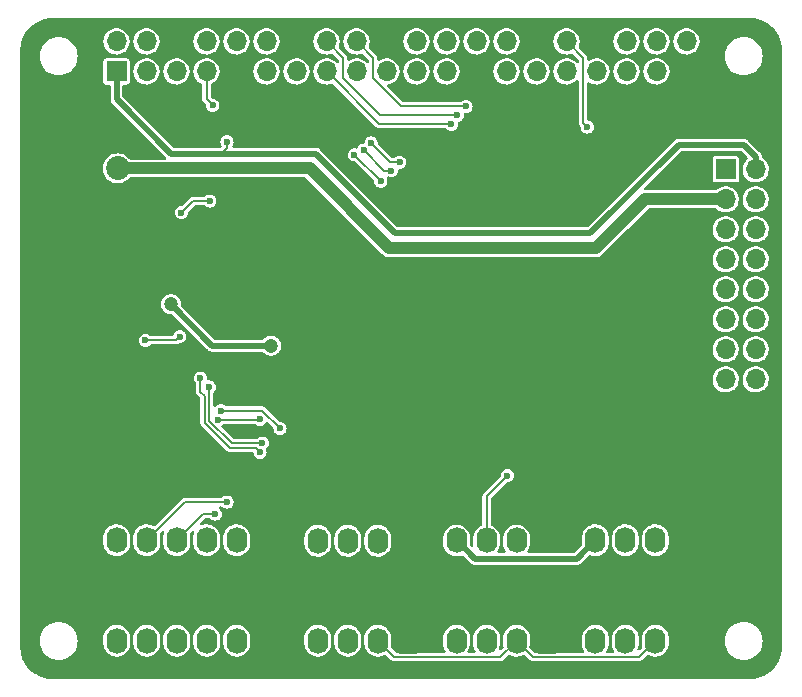
<source format=gbr>
%TF.GenerationSoftware,KiCad,Pcbnew,(6.0.0-rc1-29-g9238b27f63)*%
%TF.CreationDate,2021-12-03T15:56:35+01:00*%
%TF.ProjectId,robolympics_shield,726f626f-6c79-46d7-9069-63735f736869,rev?*%
%TF.SameCoordinates,Original*%
%TF.FileFunction,Copper,L2,Bot*%
%TF.FilePolarity,Positive*%
%FSLAX46Y46*%
G04 Gerber Fmt 4.6, Leading zero omitted, Abs format (unit mm)*
G04 Created by KiCad (PCBNEW (6.0.0-rc1-29-g9238b27f63)) date 2021-12-03 15:56:35*
%MOMM*%
%LPD*%
G01*
G04 APERTURE LIST*
G04 Aperture macros list*
%AMRoundRect*
0 Rectangle with rounded corners*
0 $1 Rounding radius*
0 $2 $3 $4 $5 $6 $7 $8 $9 X,Y pos of 4 corners*
0 Add a 4 corners polygon primitive as box body*
4,1,4,$2,$3,$4,$5,$6,$7,$8,$9,$2,$3,0*
0 Add four circle primitives for the rounded corners*
1,1,$1+$1,$2,$3*
1,1,$1+$1,$4,$5*
1,1,$1+$1,$6,$7*
1,1,$1+$1,$8,$9*
0 Add four rect primitives between the rounded corners*
20,1,$1+$1,$2,$3,$4,$5,0*
20,1,$1+$1,$4,$5,$6,$7,0*
20,1,$1+$1,$6,$7,$8,$9,0*
20,1,$1+$1,$8,$9,$2,$3,0*%
G04 Aperture macros list end*
%TA.AperFunction,ComponentPad*%
%ADD10R,2.025000X2.025000*%
%TD*%
%TA.AperFunction,ComponentPad*%
%ADD11C,2.025000*%
%TD*%
%TA.AperFunction,ComponentPad*%
%ADD12RoundRect,0.250000X0.620000X0.845000X-0.620000X0.845000X-0.620000X-0.845000X0.620000X-0.845000X0*%
%TD*%
%TA.AperFunction,ComponentPad*%
%ADD13O,1.740000X2.190000*%
%TD*%
%TA.AperFunction,ComponentPad*%
%ADD14R,1.700000X1.700000*%
%TD*%
%TA.AperFunction,ComponentPad*%
%ADD15O,1.700000X1.700000*%
%TD*%
%TA.AperFunction,ViaPad*%
%ADD16C,0.800000*%
%TD*%
%TA.AperFunction,ViaPad*%
%ADD17C,0.600000*%
%TD*%
%TA.AperFunction,ViaPad*%
%ADD18C,1.200000*%
%TD*%
%TA.AperFunction,Conductor*%
%ADD19C,1.000000*%
%TD*%
%TA.AperFunction,Conductor*%
%ADD20C,0.200000*%
%TD*%
%TA.AperFunction,Conductor*%
%ADD21C,0.500000*%
%TD*%
G04 APERTURE END LIST*
D10*
%TO.P,J3,1,Pin_1*%
%TO.N,GND*%
X75250000Y-62000000D03*
D11*
%TO.P,J3,2,Pin_2*%
%TO.N,+5V*%
X75250000Y-58500000D03*
%TD*%
D12*
%TO.P,J9,1,Pin_1*%
%TO.N,GND*%
X99810000Y-98480000D03*
D13*
%TO.P,J9,2,Pin_2*%
%TO.N,PI_SDA*%
X97270000Y-98480000D03*
%TO.P,J9,3,Pin_3*%
%TO.N,PI_SCL*%
X94730000Y-98480000D03*
%TO.P,J9,4,Pin_4*%
%TO.N,3V3_OUT*%
X92190000Y-98480000D03*
%TD*%
D12*
%TO.P,J5,1,Pin_1*%
%TO.N,GND*%
X87870000Y-98480000D03*
D13*
%TO.P,J5,2,Pin_2*%
%TO.N,PI_SPI0_CE1*%
X85330000Y-98480000D03*
%TO.P,J5,3,Pin_3*%
%TO.N,PI_SPI0_MOSI*%
X82790000Y-98480000D03*
%TO.P,J5,4,Pin_4*%
%TO.N,PI_SPI0_MISO*%
X80250000Y-98480000D03*
%TO.P,J5,5,Pin_5*%
%TO.N,PI_SPI0_SCLK*%
X77710000Y-98480000D03*
%TO.P,J5,6,Pin_6*%
%TO.N,3V3_OUT*%
X75170000Y-98480000D03*
%TD*%
D12*
%TO.P,J4,1,Pin_1*%
%TO.N,GND*%
X87870000Y-89980000D03*
D13*
%TO.P,J4,2,Pin_2*%
%TO.N,PI_SPI0_CE0*%
X85330000Y-89980000D03*
%TO.P,J4,3,Pin_3*%
%TO.N,PI_SPI0_MOSI*%
X82790000Y-89980000D03*
%TO.P,J4,4,Pin_4*%
%TO.N,PI_SPI0_MISO*%
X80250000Y-89980000D03*
%TO.P,J4,5,Pin_5*%
%TO.N,PI_SPI0_SCLK*%
X77710000Y-89980000D03*
%TO.P,J4,6,Pin_6*%
%TO.N,3V3_OUT*%
X75170000Y-89980000D03*
%TD*%
D12*
%TO.P,J11,1,Pin_1*%
%TO.N,GND*%
X123310000Y-98480000D03*
D13*
%TO.P,J11,2,Pin_2*%
%TO.N,PI_SDA*%
X120770000Y-98480000D03*
%TO.P,J11,3,Pin_3*%
%TO.N,PI_SCL*%
X118230000Y-98480000D03*
%TO.P,J11,4,Pin_4*%
%TO.N,3V3_OUT*%
X115690000Y-98480000D03*
%TD*%
D12*
%TO.P,J10,1,Pin_1*%
%TO.N,GND*%
X123310000Y-89980000D03*
D13*
%TO.P,J10,2,Pin_2*%
%TO.N,PI_SDA*%
X120770000Y-89980000D03*
%TO.P,J10,3,Pin_3*%
%TO.N,PI_SCL*%
X118230000Y-89980000D03*
%TO.P,J10,4,Pin_4*%
%TO.N,3V3_OUT*%
X115690000Y-89980000D03*
%TD*%
D14*
%TO.P,J2,1,Pin_1*%
%TO.N,+5V*%
X126725000Y-58575000D03*
D15*
%TO.P,J2,2,Pin_2*%
%TO.N,3V3_OUT*%
X129265000Y-58575000D03*
%TO.P,J2,3,Pin_3*%
%TO.N,+5V*%
X126725000Y-61115000D03*
%TO.P,J2,4,Pin_4*%
%TO.N,3V3_OUT*%
X129265000Y-61115000D03*
%TO.P,J2,5,Pin_5*%
%TO.N,GPIO_20*%
X126725000Y-63655000D03*
%TO.P,J2,6,Pin_6*%
%TO.N,GPIO_21*%
X129265000Y-63655000D03*
%TO.P,J2,7,Pin_7*%
%TO.N,GPIO_16*%
X126725000Y-66195000D03*
%TO.P,J2,8,Pin_8*%
%TO.N,GPIO_26*%
X129265000Y-66195000D03*
%TO.P,J2,9,Pin_9*%
%TO.N,PI_PWM2*%
X126725000Y-68735000D03*
%TO.P,J2,10,Pin_10*%
%TO.N,GPIO_19*%
X129265000Y-68735000D03*
%TO.P,J2,11,Pin_11*%
%TO.N,GPIO_5*%
X126725000Y-71275000D03*
%TO.P,J2,12,Pin_12*%
%TO.N,GPIO_6*%
X129265000Y-71275000D03*
%TO.P,J2,13,Pin_13*%
%TO.N,GPIO_24*%
X126725000Y-73815000D03*
%TO.P,J2,14,Pin_14*%
%TO.N,GPIO_25*%
X129265000Y-73815000D03*
%TO.P,J2,15,Pin_15*%
%TO.N,GPIO_22*%
X126725000Y-76355000D03*
%TO.P,J2,16,Pin_16*%
%TO.N,GPIO_23*%
X129265000Y-76355000D03*
%TO.P,J2,17,Pin_17*%
%TO.N,GND*%
X126725000Y-78895000D03*
%TO.P,J2,18,Pin_18*%
X129265000Y-78895000D03*
%TO.P,J2,19,Pin_19*%
X126725000Y-81435000D03*
%TO.P,J2,20,Pin_20*%
X129265000Y-81435000D03*
%TD*%
D12*
%TO.P,J7,1,Pin_1*%
%TO.N,GND*%
X111560000Y-98480000D03*
D13*
%TO.P,J7,2,Pin_2*%
%TO.N,PI_SDA*%
X109020000Y-98480000D03*
%TO.P,J7,3,Pin_3*%
%TO.N,PI_SCL*%
X106480000Y-98480000D03*
%TO.P,J7,4,Pin_4*%
%TO.N,3V3_OUT*%
X103940000Y-98480000D03*
%TD*%
D12*
%TO.P,J8,1,Pin_1*%
%TO.N,GND*%
X99810000Y-90020000D03*
D13*
%TO.P,J8,2,Pin_2*%
%TO.N,PI_UART0_TX*%
X97270000Y-90020000D03*
%TO.P,J8,3,Pin_3*%
%TO.N,PI_UART0_RX*%
X94730000Y-90020000D03*
%TO.P,J8,4,Pin_4*%
%TO.N,3V3_OUT*%
X92190000Y-90020000D03*
%TD*%
D12*
%TO.P,J6,1,Pin_1*%
%TO.N,GND*%
X111560000Y-90000000D03*
D13*
%TO.P,J6,2,Pin_2*%
%TO.N,PI_SDA*%
X109020000Y-90000000D03*
%TO.P,J6,3,Pin_3*%
%TO.N,PI_SCL*%
X106480000Y-90000000D03*
%TO.P,J6,4,Pin_4*%
%TO.N,3V3_OUT*%
X103940000Y-90000000D03*
%TD*%
D14*
%TO.P,J1,1,Pin_1*%
%TO.N,3V3_OUT*%
X75150000Y-50290000D03*
D15*
%TO.P,J1,2,Pin_2*%
%TO.N,+5V*%
X75150000Y-47750000D03*
%TO.P,J1,3,Pin_3*%
%TO.N,PI_SDA*%
X77690000Y-50290000D03*
%TO.P,J1,4,Pin_4*%
%TO.N,+5V*%
X77690000Y-47750000D03*
%TO.P,J1,5,Pin_5*%
%TO.N,PI_SCL*%
X80230000Y-50290000D03*
%TO.P,J1,6,Pin_6*%
%TO.N,GND*%
X80230000Y-47750000D03*
%TO.P,J1,7,Pin_7*%
%TO.N,GPIO_4*%
X82770000Y-50290000D03*
%TO.P,J1,8,Pin_8*%
%TO.N,PI_UART0_TX*%
X82770000Y-47750000D03*
%TO.P,J1,9,Pin_9*%
%TO.N,GND*%
X85310000Y-50290000D03*
%TO.P,J1,10,Pin_10*%
%TO.N,PI_UART0_RX*%
X85310000Y-47750000D03*
%TO.P,J1,11,Pin_11*%
%TO.N,GPIO_17*%
X87850000Y-50290000D03*
%TO.P,J1,12,Pin_12*%
%TO.N,GPIO_18*%
X87850000Y-47750000D03*
%TO.P,J1,13,Pin_13*%
%TO.N,GPIO_27*%
X90390000Y-50290000D03*
%TO.P,J1,14,Pin_14*%
%TO.N,GND*%
X90390000Y-47750000D03*
%TO.P,J1,15,Pin_15*%
%TO.N,GPIO_22*%
X92930000Y-50290000D03*
%TO.P,J1,16,Pin_16*%
%TO.N,GPIO_23*%
X92930000Y-47750000D03*
%TO.P,J1,17,Pin_17*%
%TO.N,unconnected-(J1-Pad17)*%
X95470000Y-50290000D03*
%TO.P,J1,18,Pin_18*%
%TO.N,GPIO_24*%
X95470000Y-47750000D03*
%TO.P,J1,19,Pin_19*%
%TO.N,PI_SPI0_MOSI*%
X98010000Y-50290000D03*
%TO.P,J1,20,Pin_20*%
%TO.N,GND*%
X98010000Y-47750000D03*
%TO.P,J1,21,Pin_21*%
%TO.N,PI_SPI0_MISO*%
X100550000Y-50290000D03*
%TO.P,J1,22,Pin_22*%
%TO.N,GPIO_25*%
X100550000Y-47750000D03*
%TO.P,J1,23,Pin_23*%
%TO.N,PI_SPI0_SCLK*%
X103090000Y-50290000D03*
%TO.P,J1,24,Pin_24*%
%TO.N,PI_SPI0_CE0*%
X103090000Y-47750000D03*
%TO.P,J1,25,Pin_25*%
%TO.N,GND*%
X105630000Y-50290000D03*
%TO.P,J1,26,Pin_26*%
%TO.N,PI_SPI0_CE1*%
X105630000Y-47750000D03*
%TO.P,J1,27,Pin_27*%
%TO.N,unconnected-(J1-Pad27)*%
X108170000Y-50290000D03*
%TO.P,J1,28,Pin_28*%
%TO.N,unconnected-(J1-Pad28)*%
X108170000Y-47750000D03*
%TO.P,J1,29,Pin_29*%
%TO.N,GPIO_5*%
X110710000Y-50290000D03*
%TO.P,J1,30,Pin_30*%
%TO.N,GND*%
X110710000Y-47750000D03*
%TO.P,J1,31,Pin_31*%
%TO.N,GPIO_6*%
X113250000Y-50290000D03*
%TO.P,J1,32,Pin_32*%
%TO.N,PI_PWM1*%
X113250000Y-47750000D03*
%TO.P,J1,33,Pin_33*%
%TO.N,PI_PWM2*%
X115790000Y-50290000D03*
%TO.P,J1,34,Pin_34*%
%TO.N,GND*%
X115790000Y-47750000D03*
%TO.P,J1,35,Pin_35*%
%TO.N,GPIO_19*%
X118330000Y-50290000D03*
%TO.P,J1,36,Pin_36*%
%TO.N,GPIO_16*%
X118330000Y-47750000D03*
%TO.P,J1,37,Pin_37*%
%TO.N,GPIO_26*%
X120870000Y-50290000D03*
%TO.P,J1,38,Pin_38*%
%TO.N,GPIO_20*%
X120870000Y-47750000D03*
%TO.P,J1,39,Pin_39*%
%TO.N,GND*%
X123410000Y-50290000D03*
%TO.P,J1,40,Pin_40*%
%TO.N,GPIO_21*%
X123410000Y-47750000D03*
%TD*%
D16*
%TO.N,GND*%
X118750000Y-69000000D03*
X90750000Y-68500000D03*
X102750000Y-56250000D03*
X118250000Y-73500000D03*
X69250000Y-93000000D03*
X93250000Y-77250000D03*
X71500000Y-88500000D03*
X97000000Y-71750000D03*
D17*
X84250000Y-75750000D03*
D16*
X89500000Y-61000000D03*
X112000000Y-72500000D03*
X128500000Y-88000000D03*
X115000000Y-57250000D03*
X84500000Y-66250000D03*
X96500000Y-80250000D03*
D17*
%TO.N,PI_UART0_TX*%
X83000000Y-77000000D03*
X87500000Y-81750000D03*
%TO.N,PI_UART0_RX*%
X87299980Y-82524077D03*
X82250000Y-76250000D03*
%TO.N,PI_SPI0_MISO*%
X83500000Y-87750000D03*
%TO.N,PI_SPI0_SCLK*%
X84500000Y-86750000D03*
%TO.N,Net-(D2-Pad2)*%
X95300000Y-57350000D03*
X97528923Y-59578923D03*
%TO.N,Net-(D3-Pad2)*%
X96100000Y-56950000D03*
X98428923Y-58678923D03*
%TO.N,Net-(D4-Pad2)*%
X96700000Y-56350000D03*
X99128923Y-57978923D03*
D18*
%TO.N,3V3_OUT*%
X88250000Y-73500000D03*
X79750000Y-70000000D03*
D17*
X84500000Y-56250000D03*
%TO.N,PI_SDA*%
X83747175Y-79758475D03*
X87299980Y-79750000D03*
%TO.N,PI_SCL*%
X84000000Y-79000000D03*
X108250000Y-84500000D03*
X89000000Y-80500000D03*
%TO.N,PI_PWM1*%
X115000000Y-55000000D03*
%TO.N,GPIO_4*%
X80500000Y-72750000D03*
X83048059Y-61250000D03*
X83300000Y-53150000D03*
X80650500Y-62250000D03*
X77600000Y-73050000D03*
%TO.N,GPIO_22*%
X103500000Y-54750000D03*
%TO.N,GPIO_23*%
X104000000Y-54000000D03*
%TO.N,GPIO_24*%
X104750000Y-53250000D03*
%TD*%
D19*
%TO.N,+5V*%
X119885000Y-61115000D02*
X126725000Y-61115000D01*
X115750000Y-65250000D02*
X119885000Y-61115000D01*
X98250000Y-65250000D02*
X115750000Y-65250000D01*
X91500000Y-58500000D02*
X98250000Y-65250000D01*
X75250000Y-58500000D02*
X91500000Y-58500000D01*
D20*
%TO.N,PI_UART0_TX*%
X84890862Y-81750000D02*
X87500000Y-81750000D01*
X83000000Y-79859138D02*
X84890862Y-81750000D01*
X83000000Y-77000000D02*
X83000000Y-79859138D01*
%TO.N,PI_UART0_RX*%
X84725376Y-82149520D02*
X85750000Y-82149520D01*
X85750000Y-82149520D02*
X86925423Y-82149520D01*
X83662928Y-81087072D02*
X84725376Y-82149520D01*
X82600480Y-79750000D02*
X82600481Y-80024625D01*
X86925423Y-82149520D02*
X87299980Y-82524077D01*
X82250000Y-76250000D02*
X82250000Y-77399520D01*
X82600481Y-80024625D02*
X83662928Y-81087072D01*
X82600480Y-77750000D02*
X82600480Y-79750000D01*
X82250000Y-77399520D02*
X82600480Y-77750000D01*
%TO.N,PI_SPI0_MISO*%
X82480000Y-87750000D02*
X80250000Y-89980000D01*
X83500000Y-87750000D02*
X82480000Y-87750000D01*
%TO.N,PI_SPI0_SCLK*%
X84500000Y-86750000D02*
X80940000Y-86750000D01*
X80940000Y-86750000D02*
X77710000Y-89980000D01*
%TO.N,Net-(D2-Pad2)*%
X95300000Y-57350000D02*
X97528923Y-59578923D01*
%TO.N,Net-(D3-Pad2)*%
X97828923Y-58678923D02*
X98428923Y-58678923D01*
X96100000Y-56950000D02*
X97828923Y-58678923D01*
%TO.N,Net-(D4-Pad2)*%
X96700000Y-56350000D02*
X98328923Y-57978923D01*
X98328923Y-57978923D02*
X99128923Y-57978923D01*
D21*
%TO.N,3V3_OUT*%
X79750000Y-70000000D02*
X83250000Y-73500000D01*
X128250000Y-56500000D02*
X129265000Y-57515000D01*
X114125480Y-91544520D02*
X115690000Y-89980000D01*
X129265000Y-57515000D02*
X129265000Y-58575000D01*
X84000000Y-57250000D02*
X92000000Y-57250000D01*
X103940000Y-90000000D02*
X105484520Y-91544520D01*
X75150000Y-52650000D02*
X79750000Y-57250000D01*
X83250000Y-73500000D02*
X88250000Y-73500000D01*
X122750000Y-56500000D02*
X128250000Y-56500000D01*
X92000000Y-57250000D02*
X98750000Y-64000000D01*
X79750000Y-57250000D02*
X84000000Y-57250000D01*
X115250000Y-64000000D02*
X122750000Y-56500000D01*
X105484520Y-91544520D02*
X114125480Y-91544520D01*
X75150000Y-50290000D02*
X75150000Y-52650000D01*
D20*
X84500000Y-56750000D02*
X84000000Y-57250000D01*
D21*
X98750000Y-64000000D02*
X115250000Y-64000000D01*
D20*
X84500000Y-56250000D02*
X84500000Y-56750000D01*
%TO.N,PI_SDA*%
X87291505Y-79758475D02*
X87299980Y-79750000D01*
X119375480Y-99874520D02*
X120770000Y-98480000D01*
X98664520Y-99874520D02*
X107625480Y-99874520D01*
X107625480Y-99874520D02*
X109020000Y-98480000D01*
X109020000Y-98480000D02*
X110414520Y-99874520D01*
X83747175Y-79758475D02*
X87291505Y-79758475D01*
X97270000Y-98480000D02*
X98664520Y-99874520D01*
X110414520Y-99874520D02*
X119375480Y-99874520D01*
%TO.N,PI_SCL*%
X106480000Y-86270000D02*
X108250000Y-84500000D01*
X106480000Y-90000000D02*
X106480000Y-86270000D01*
X87500000Y-79000000D02*
X84000000Y-79000000D01*
X89000000Y-80500000D02*
X87500000Y-79000000D01*
%TO.N,PI_PWM1*%
X113250000Y-47750000D02*
X114640489Y-49140489D01*
X114640489Y-54640489D02*
X115000000Y-55000000D01*
X114640489Y-49140489D02*
X114640489Y-54640489D01*
%TO.N,GPIO_4*%
X80200000Y-73050000D02*
X77600000Y-73050000D01*
X82770000Y-50290000D02*
X82770000Y-52620000D01*
X81650500Y-61250000D02*
X80650500Y-62250000D01*
X80500000Y-72750000D02*
X80200000Y-73050000D01*
X82770000Y-52620000D02*
X83300000Y-53150000D01*
X83048059Y-61250000D02*
X81650500Y-61250000D01*
%TO.N,GPIO_22*%
X97390000Y-54750000D02*
X103500000Y-54750000D01*
X92930000Y-50290000D02*
X97390000Y-54750000D01*
%TO.N,GPIO_23*%
X94320489Y-50820489D02*
X97500000Y-54000000D01*
X92930000Y-47750000D02*
X94320489Y-49140489D01*
X94320489Y-49140489D02*
X94320489Y-50820489D01*
X97500000Y-54000000D02*
X104000000Y-54000000D01*
%TO.N,GPIO_24*%
X96860489Y-50860489D02*
X99250000Y-53250000D01*
X95470000Y-47750000D02*
X96860489Y-49140489D01*
X96860489Y-49140489D02*
X96860489Y-50860489D01*
X99250000Y-53250000D02*
X104750000Y-53250000D01*
%TD*%
%TA.AperFunction,Conductor*%
%TO.N,GND*%
G36*
X128737154Y-45756422D02*
G01*
X128750001Y-45758977D01*
X128762171Y-45756557D01*
X128774582Y-45756557D01*
X128774582Y-45756758D01*
X128785470Y-45755993D01*
X129050394Y-45770871D01*
X129064426Y-45772451D01*
X129209249Y-45797058D01*
X129354067Y-45821664D01*
X129367842Y-45824808D01*
X129454601Y-45849803D01*
X129650157Y-45906142D01*
X129663478Y-45910803D01*
X129934913Y-46023235D01*
X129947636Y-46029362D01*
X130036524Y-46078489D01*
X130204769Y-46171475D01*
X130216732Y-46178992D01*
X130456330Y-46348995D01*
X130467378Y-46357805D01*
X130686440Y-46553571D01*
X130696430Y-46563561D01*
X130864630Y-46751776D01*
X130892197Y-46782624D01*
X130901007Y-46793672D01*
X131071010Y-47033270D01*
X131078527Y-47045233D01*
X131220638Y-47302362D01*
X131226767Y-47315089D01*
X131339199Y-47586524D01*
X131343860Y-47599845D01*
X131400199Y-47795401D01*
X131425194Y-47882160D01*
X131428338Y-47895935D01*
X131433977Y-47929123D01*
X131466455Y-48120269D01*
X131477550Y-48185571D01*
X131479131Y-48199608D01*
X131489415Y-48382718D01*
X131494009Y-48464529D01*
X131493244Y-48475420D01*
X131493445Y-48475420D01*
X131493445Y-48487831D01*
X131491025Y-48500001D01*
X131493580Y-48512845D01*
X131496001Y-48537426D01*
X131496001Y-98962576D01*
X131493580Y-98987154D01*
X131491025Y-99000001D01*
X131493445Y-99012171D01*
X131493445Y-99024582D01*
X131493244Y-99024582D01*
X131494009Y-99035470D01*
X131481308Y-99261638D01*
X131479132Y-99300390D01*
X131477550Y-99314431D01*
X131428338Y-99604067D01*
X131425194Y-99617842D01*
X131406059Y-99684260D01*
X131343860Y-99900157D01*
X131339199Y-99913478D01*
X131226769Y-100184909D01*
X131220640Y-100197636D01*
X131200806Y-100233523D01*
X131078527Y-100454769D01*
X131071010Y-100466732D01*
X130901007Y-100706330D01*
X130892197Y-100717378D01*
X130696431Y-100936440D01*
X130686440Y-100946431D01*
X130467378Y-101142197D01*
X130456330Y-101151007D01*
X130216732Y-101321010D01*
X130204769Y-101328527D01*
X129947636Y-101470640D01*
X129934913Y-101476767D01*
X129663478Y-101589199D01*
X129650157Y-101593860D01*
X129454601Y-101650199D01*
X129367842Y-101675194D01*
X129354067Y-101678338D01*
X129209249Y-101702944D01*
X129064426Y-101727551D01*
X129050394Y-101729131D01*
X128785470Y-101744009D01*
X128774582Y-101743244D01*
X128774582Y-101743445D01*
X128762171Y-101743445D01*
X128750001Y-101741025D01*
X128737154Y-101743580D01*
X128712576Y-101746001D01*
X69787426Y-101746001D01*
X69762848Y-101743580D01*
X69750001Y-101741025D01*
X69737831Y-101743445D01*
X69725420Y-101743445D01*
X69725420Y-101743244D01*
X69714532Y-101744009D01*
X69449608Y-101729131D01*
X69435576Y-101727551D01*
X69290753Y-101702944D01*
X69145935Y-101678338D01*
X69132160Y-101675194D01*
X69045401Y-101650199D01*
X68849845Y-101593860D01*
X68836524Y-101589199D01*
X68565089Y-101476767D01*
X68552366Y-101470640D01*
X68295233Y-101328527D01*
X68283270Y-101321010D01*
X68043672Y-101151007D01*
X68032624Y-101142197D01*
X67813562Y-100946431D01*
X67803571Y-100936440D01*
X67607805Y-100717378D01*
X67598995Y-100706330D01*
X67428992Y-100466732D01*
X67421475Y-100454769D01*
X67299196Y-100233523D01*
X67279362Y-100197636D01*
X67273233Y-100184909D01*
X67160803Y-99913478D01*
X67156142Y-99900157D01*
X67093943Y-99684260D01*
X67074808Y-99617842D01*
X67071664Y-99604067D01*
X67022452Y-99314431D01*
X67020870Y-99300390D01*
X67018694Y-99261638D01*
X67005993Y-99035470D01*
X67006758Y-99024582D01*
X67006557Y-99024582D01*
X67006557Y-99012171D01*
X67008977Y-99000001D01*
X67006422Y-98987154D01*
X67004001Y-98962576D01*
X67004001Y-98500000D01*
X68640539Y-98500000D01*
X68660354Y-98751775D01*
X68661508Y-98756582D01*
X68661509Y-98756588D01*
X68676656Y-98819677D01*
X68719312Y-98997351D01*
X68721205Y-99001922D01*
X68721206Y-99001924D01*
X68813545Y-99224849D01*
X68815960Y-99230680D01*
X68947919Y-99446017D01*
X69111939Y-99638061D01*
X69303983Y-99802081D01*
X69519320Y-99934040D01*
X69523890Y-99935933D01*
X69523894Y-99935935D01*
X69748076Y-100028794D01*
X69752649Y-100030688D01*
X69838865Y-100051387D01*
X69993412Y-100088491D01*
X69993418Y-100088492D01*
X69998225Y-100089646D01*
X70250000Y-100109461D01*
X70501775Y-100089646D01*
X70506582Y-100088492D01*
X70506588Y-100088491D01*
X70661135Y-100051387D01*
X70747351Y-100030688D01*
X70751924Y-100028794D01*
X70976106Y-99935935D01*
X70976110Y-99935933D01*
X70980680Y-99934040D01*
X71196017Y-99802081D01*
X71388061Y-99638061D01*
X71552081Y-99446017D01*
X71684040Y-99230680D01*
X71686456Y-99224849D01*
X71778794Y-99001924D01*
X71778795Y-99001922D01*
X71780688Y-98997351D01*
X71823344Y-98819677D01*
X71838005Y-98758611D01*
X74045500Y-98758611D01*
X74060765Y-98918605D01*
X74062454Y-98924361D01*
X74062454Y-98924363D01*
X74078125Y-98977781D01*
X74121168Y-99124503D01*
X74219417Y-99315264D01*
X74351965Y-99484005D01*
X74356495Y-99487936D01*
X74356496Y-99487937D01*
X74432997Y-99554321D01*
X74514029Y-99624637D01*
X74699763Y-99732087D01*
X74810105Y-99770404D01*
X74896799Y-99800509D01*
X74896801Y-99800509D01*
X74902464Y-99802476D01*
X74908399Y-99803337D01*
X74908401Y-99803337D01*
X75108879Y-99832405D01*
X75108882Y-99832405D01*
X75114819Y-99833266D01*
X75329164Y-99823346D01*
X75334988Y-99821942D01*
X75334991Y-99821942D01*
X75531934Y-99774478D01*
X75531936Y-99774477D01*
X75537767Y-99773072D01*
X75543225Y-99770590D01*
X75543229Y-99770589D01*
X75725702Y-99687623D01*
X75733099Y-99684260D01*
X75908114Y-99560113D01*
X76056495Y-99405112D01*
X76172890Y-99224849D01*
X76215647Y-99118755D01*
X76250853Y-99031397D01*
X76250854Y-99031394D01*
X76253097Y-99025828D01*
X76294224Y-98815231D01*
X76294500Y-98809588D01*
X76294500Y-98758611D01*
X76585500Y-98758611D01*
X76600765Y-98918605D01*
X76602454Y-98924361D01*
X76602454Y-98924363D01*
X76618125Y-98977781D01*
X76661168Y-99124503D01*
X76759417Y-99315264D01*
X76891965Y-99484005D01*
X76896495Y-99487936D01*
X76896496Y-99487937D01*
X76972997Y-99554321D01*
X77054029Y-99624637D01*
X77239763Y-99732087D01*
X77350105Y-99770404D01*
X77436799Y-99800509D01*
X77436801Y-99800509D01*
X77442464Y-99802476D01*
X77448399Y-99803337D01*
X77448401Y-99803337D01*
X77648879Y-99832405D01*
X77648882Y-99832405D01*
X77654819Y-99833266D01*
X77869164Y-99823346D01*
X77874988Y-99821942D01*
X77874991Y-99821942D01*
X78071934Y-99774478D01*
X78071936Y-99774477D01*
X78077767Y-99773072D01*
X78083225Y-99770590D01*
X78083229Y-99770589D01*
X78265702Y-99687623D01*
X78273099Y-99684260D01*
X78448114Y-99560113D01*
X78596495Y-99405112D01*
X78712890Y-99224849D01*
X78755647Y-99118755D01*
X78790853Y-99031397D01*
X78790854Y-99031394D01*
X78793097Y-99025828D01*
X78834224Y-98815231D01*
X78834500Y-98809588D01*
X78834500Y-98758611D01*
X79125500Y-98758611D01*
X79140765Y-98918605D01*
X79142454Y-98924361D01*
X79142454Y-98924363D01*
X79158125Y-98977781D01*
X79201168Y-99124503D01*
X79299417Y-99315264D01*
X79431965Y-99484005D01*
X79436495Y-99487936D01*
X79436496Y-99487937D01*
X79512997Y-99554321D01*
X79594029Y-99624637D01*
X79779763Y-99732087D01*
X79890105Y-99770404D01*
X79976799Y-99800509D01*
X79976801Y-99800509D01*
X79982464Y-99802476D01*
X79988399Y-99803337D01*
X79988401Y-99803337D01*
X80188879Y-99832405D01*
X80188882Y-99832405D01*
X80194819Y-99833266D01*
X80409164Y-99823346D01*
X80414988Y-99821942D01*
X80414991Y-99821942D01*
X80611934Y-99774478D01*
X80611936Y-99774477D01*
X80617767Y-99773072D01*
X80623225Y-99770590D01*
X80623229Y-99770589D01*
X80805702Y-99687623D01*
X80813099Y-99684260D01*
X80988114Y-99560113D01*
X81136495Y-99405112D01*
X81252890Y-99224849D01*
X81295647Y-99118755D01*
X81330853Y-99031397D01*
X81330854Y-99031394D01*
X81333097Y-99025828D01*
X81374224Y-98815231D01*
X81374500Y-98809588D01*
X81374500Y-98758611D01*
X81665500Y-98758611D01*
X81680765Y-98918605D01*
X81682454Y-98924361D01*
X81682454Y-98924363D01*
X81698125Y-98977781D01*
X81741168Y-99124503D01*
X81839417Y-99315264D01*
X81971965Y-99484005D01*
X81976495Y-99487936D01*
X81976496Y-99487937D01*
X82052997Y-99554321D01*
X82134029Y-99624637D01*
X82319763Y-99732087D01*
X82430105Y-99770404D01*
X82516799Y-99800509D01*
X82516801Y-99800509D01*
X82522464Y-99802476D01*
X82528399Y-99803337D01*
X82528401Y-99803337D01*
X82728879Y-99832405D01*
X82728882Y-99832405D01*
X82734819Y-99833266D01*
X82949164Y-99823346D01*
X82954988Y-99821942D01*
X82954991Y-99821942D01*
X83151934Y-99774478D01*
X83151936Y-99774477D01*
X83157767Y-99773072D01*
X83163225Y-99770590D01*
X83163229Y-99770589D01*
X83345702Y-99687623D01*
X83353099Y-99684260D01*
X83528114Y-99560113D01*
X83676495Y-99405112D01*
X83792890Y-99224849D01*
X83835647Y-99118755D01*
X83870853Y-99031397D01*
X83870854Y-99031394D01*
X83873097Y-99025828D01*
X83914224Y-98815231D01*
X83914500Y-98809588D01*
X83914500Y-98758611D01*
X84205500Y-98758611D01*
X84220765Y-98918605D01*
X84222454Y-98924361D01*
X84222454Y-98924363D01*
X84238125Y-98977781D01*
X84281168Y-99124503D01*
X84379417Y-99315264D01*
X84511965Y-99484005D01*
X84516495Y-99487936D01*
X84516496Y-99487937D01*
X84592997Y-99554321D01*
X84674029Y-99624637D01*
X84859763Y-99732087D01*
X84970105Y-99770404D01*
X85056799Y-99800509D01*
X85056801Y-99800509D01*
X85062464Y-99802476D01*
X85068399Y-99803337D01*
X85068401Y-99803337D01*
X85268879Y-99832405D01*
X85268882Y-99832405D01*
X85274819Y-99833266D01*
X85489164Y-99823346D01*
X85494988Y-99821942D01*
X85494991Y-99821942D01*
X85691934Y-99774478D01*
X85691936Y-99774477D01*
X85697767Y-99773072D01*
X85703225Y-99770590D01*
X85703229Y-99770589D01*
X85885702Y-99687623D01*
X85893099Y-99684260D01*
X86068114Y-99560113D01*
X86216495Y-99405112D01*
X86332890Y-99224849D01*
X86375647Y-99118755D01*
X86410853Y-99031397D01*
X86410854Y-99031394D01*
X86413097Y-99025828D01*
X86454224Y-98815231D01*
X86454500Y-98809588D01*
X86454500Y-98758611D01*
X91065500Y-98758611D01*
X91080765Y-98918605D01*
X91082454Y-98924361D01*
X91082454Y-98924363D01*
X91098125Y-98977781D01*
X91141168Y-99124503D01*
X91239417Y-99315264D01*
X91371965Y-99484005D01*
X91376495Y-99487936D01*
X91376496Y-99487937D01*
X91452997Y-99554321D01*
X91534029Y-99624637D01*
X91719763Y-99732087D01*
X91830105Y-99770404D01*
X91916799Y-99800509D01*
X91916801Y-99800509D01*
X91922464Y-99802476D01*
X91928399Y-99803337D01*
X91928401Y-99803337D01*
X92128879Y-99832405D01*
X92128882Y-99832405D01*
X92134819Y-99833266D01*
X92349164Y-99823346D01*
X92354988Y-99821942D01*
X92354991Y-99821942D01*
X92551934Y-99774478D01*
X92551936Y-99774477D01*
X92557767Y-99773072D01*
X92563225Y-99770590D01*
X92563229Y-99770589D01*
X92745702Y-99687623D01*
X92753099Y-99684260D01*
X92928114Y-99560113D01*
X93076495Y-99405112D01*
X93192890Y-99224849D01*
X93235647Y-99118755D01*
X93270853Y-99031397D01*
X93270854Y-99031394D01*
X93273097Y-99025828D01*
X93314224Y-98815231D01*
X93314500Y-98809588D01*
X93314500Y-98758611D01*
X93605500Y-98758611D01*
X93620765Y-98918605D01*
X93622454Y-98924361D01*
X93622454Y-98924363D01*
X93638125Y-98977781D01*
X93681168Y-99124503D01*
X93779417Y-99315264D01*
X93911965Y-99484005D01*
X93916495Y-99487936D01*
X93916496Y-99487937D01*
X93992997Y-99554321D01*
X94074029Y-99624637D01*
X94259763Y-99732087D01*
X94370105Y-99770404D01*
X94456799Y-99800509D01*
X94456801Y-99800509D01*
X94462464Y-99802476D01*
X94468399Y-99803337D01*
X94468401Y-99803337D01*
X94668879Y-99832405D01*
X94668882Y-99832405D01*
X94674819Y-99833266D01*
X94889164Y-99823346D01*
X94894988Y-99821942D01*
X94894991Y-99821942D01*
X95091934Y-99774478D01*
X95091936Y-99774477D01*
X95097767Y-99773072D01*
X95103225Y-99770590D01*
X95103229Y-99770589D01*
X95285702Y-99687623D01*
X95293099Y-99684260D01*
X95468114Y-99560113D01*
X95616495Y-99405112D01*
X95732890Y-99224849D01*
X95775647Y-99118755D01*
X95810853Y-99031397D01*
X95810854Y-99031394D01*
X95813097Y-99025828D01*
X95854224Y-98815231D01*
X95854500Y-98809588D01*
X95854500Y-98758611D01*
X96145500Y-98758611D01*
X96160765Y-98918605D01*
X96162454Y-98924361D01*
X96162454Y-98924363D01*
X96178125Y-98977781D01*
X96221168Y-99124503D01*
X96319417Y-99315264D01*
X96451965Y-99484005D01*
X96456495Y-99487936D01*
X96456496Y-99487937D01*
X96532997Y-99554321D01*
X96614029Y-99624637D01*
X96799763Y-99732087D01*
X96910105Y-99770404D01*
X96996799Y-99800509D01*
X96996801Y-99800509D01*
X97002464Y-99802476D01*
X97008399Y-99803337D01*
X97008401Y-99803337D01*
X97208879Y-99832405D01*
X97208882Y-99832405D01*
X97214819Y-99833266D01*
X97429164Y-99823346D01*
X97434988Y-99821942D01*
X97434991Y-99821942D01*
X97631934Y-99774478D01*
X97631936Y-99774477D01*
X97637767Y-99773072D01*
X97643225Y-99770590D01*
X97643229Y-99770589D01*
X97827638Y-99686743D01*
X97833099Y-99684260D01*
X97837851Y-99680889D01*
X97906819Y-99664285D01*
X97973870Y-99687623D01*
X97989699Y-99701037D01*
X98377602Y-100088940D01*
X98390107Y-100104422D01*
X98393043Y-100107649D01*
X98398695Y-100116402D01*
X98422958Y-100135529D01*
X98426953Y-100139079D01*
X98427037Y-100138980D01*
X98431000Y-100142338D01*
X98434676Y-100146014D01*
X98438905Y-100149037D01*
X98438906Y-100149037D01*
X98449172Y-100156374D01*
X98453915Y-100159935D01*
X98483195Y-100183017D01*
X98483199Y-100183019D01*
X98491377Y-100189466D01*
X98499445Y-100192299D01*
X98506405Y-100197273D01*
X98516383Y-100200257D01*
X98552106Y-100210940D01*
X98557755Y-100212776D01*
X98602728Y-100228570D01*
X98607924Y-100229020D01*
X98610629Y-100229020D01*
X98612885Y-100229117D01*
X98613361Y-100229260D01*
X98613359Y-100229306D01*
X98613558Y-100229319D01*
X98619475Y-100231088D01*
X98669644Y-100229117D01*
X98674590Y-100229020D01*
X107574223Y-100229020D01*
X107594017Y-100231126D01*
X107598370Y-100231331D01*
X107608550Y-100233523D01*
X107639220Y-100229893D01*
X107644563Y-100229578D01*
X107644552Y-100229448D01*
X107649732Y-100229020D01*
X107654931Y-100229020D01*
X107660055Y-100228167D01*
X107660068Y-100228166D01*
X107672521Y-100226093D01*
X107678396Y-100225256D01*
X107715409Y-100220875D01*
X107725750Y-100219651D01*
X107733458Y-100215950D01*
X107741897Y-100214545D01*
X107783881Y-100191891D01*
X107789144Y-100189210D01*
X107802041Y-100183017D01*
X107832138Y-100168565D01*
X107836130Y-100165209D01*
X107838077Y-100163262D01*
X107839702Y-100161772D01*
X107840134Y-100161539D01*
X107840167Y-100161575D01*
X107840325Y-100161436D01*
X107845760Y-100158503D01*
X107863716Y-100139079D01*
X107879825Y-100121652D01*
X107883254Y-100118086D01*
X108303631Y-99697709D01*
X108365943Y-99663683D01*
X108436758Y-99668748D01*
X108455821Y-99677740D01*
X108467091Y-99684260D01*
X108549763Y-99732087D01*
X108660105Y-99770404D01*
X108746799Y-99800509D01*
X108746801Y-99800509D01*
X108752464Y-99802476D01*
X108758399Y-99803337D01*
X108758401Y-99803337D01*
X108958879Y-99832405D01*
X108958882Y-99832405D01*
X108964819Y-99833266D01*
X109179164Y-99823346D01*
X109184988Y-99821942D01*
X109184991Y-99821942D01*
X109381934Y-99774478D01*
X109381936Y-99774477D01*
X109387767Y-99773072D01*
X109393225Y-99770590D01*
X109393229Y-99770589D01*
X109577638Y-99686743D01*
X109583099Y-99684260D01*
X109587851Y-99680889D01*
X109656819Y-99664285D01*
X109723870Y-99687623D01*
X109739699Y-99701037D01*
X110127602Y-100088940D01*
X110140107Y-100104422D01*
X110143043Y-100107649D01*
X110148695Y-100116402D01*
X110172958Y-100135529D01*
X110176953Y-100139079D01*
X110177037Y-100138980D01*
X110181000Y-100142338D01*
X110184676Y-100146014D01*
X110188905Y-100149037D01*
X110188906Y-100149037D01*
X110199172Y-100156374D01*
X110203915Y-100159935D01*
X110233195Y-100183017D01*
X110233199Y-100183019D01*
X110241377Y-100189466D01*
X110249445Y-100192299D01*
X110256405Y-100197273D01*
X110266383Y-100200257D01*
X110302106Y-100210940D01*
X110307755Y-100212776D01*
X110352728Y-100228570D01*
X110357924Y-100229020D01*
X110360629Y-100229020D01*
X110362885Y-100229117D01*
X110363361Y-100229260D01*
X110363359Y-100229306D01*
X110363558Y-100229319D01*
X110369475Y-100231088D01*
X110419644Y-100229117D01*
X110424590Y-100229020D01*
X119324223Y-100229020D01*
X119344017Y-100231126D01*
X119348370Y-100231331D01*
X119358550Y-100233523D01*
X119389220Y-100229893D01*
X119394563Y-100229578D01*
X119394552Y-100229448D01*
X119399732Y-100229020D01*
X119404931Y-100229020D01*
X119410055Y-100228167D01*
X119410068Y-100228166D01*
X119422521Y-100226093D01*
X119428396Y-100225256D01*
X119465409Y-100220875D01*
X119475750Y-100219651D01*
X119483458Y-100215950D01*
X119491897Y-100214545D01*
X119533881Y-100191891D01*
X119539144Y-100189210D01*
X119552041Y-100183017D01*
X119582138Y-100168565D01*
X119586130Y-100165209D01*
X119588077Y-100163262D01*
X119589702Y-100161772D01*
X119590134Y-100161539D01*
X119590167Y-100161575D01*
X119590325Y-100161436D01*
X119595760Y-100158503D01*
X119613716Y-100139079D01*
X119629825Y-100121652D01*
X119633254Y-100118086D01*
X120053631Y-99697709D01*
X120115943Y-99663683D01*
X120186758Y-99668748D01*
X120205821Y-99677740D01*
X120217091Y-99684260D01*
X120299763Y-99732087D01*
X120410105Y-99770404D01*
X120496799Y-99800509D01*
X120496801Y-99800509D01*
X120502464Y-99802476D01*
X120508399Y-99803337D01*
X120508401Y-99803337D01*
X120708879Y-99832405D01*
X120708882Y-99832405D01*
X120714819Y-99833266D01*
X120929164Y-99823346D01*
X120934988Y-99821942D01*
X120934991Y-99821942D01*
X121131934Y-99774478D01*
X121131936Y-99774477D01*
X121137767Y-99773072D01*
X121143225Y-99770590D01*
X121143229Y-99770589D01*
X121325702Y-99687623D01*
X121333099Y-99684260D01*
X121508114Y-99560113D01*
X121656495Y-99405112D01*
X121772890Y-99224849D01*
X121815647Y-99118755D01*
X121850853Y-99031397D01*
X121850854Y-99031394D01*
X121853097Y-99025828D01*
X121894224Y-98815231D01*
X121894500Y-98809588D01*
X121894500Y-98500000D01*
X126640539Y-98500000D01*
X126660354Y-98751775D01*
X126661508Y-98756582D01*
X126661509Y-98756588D01*
X126676656Y-98819677D01*
X126719312Y-98997351D01*
X126721205Y-99001922D01*
X126721206Y-99001924D01*
X126813545Y-99224849D01*
X126815960Y-99230680D01*
X126947919Y-99446017D01*
X127111939Y-99638061D01*
X127303983Y-99802081D01*
X127519320Y-99934040D01*
X127523890Y-99935933D01*
X127523894Y-99935935D01*
X127748076Y-100028794D01*
X127752649Y-100030688D01*
X127838865Y-100051387D01*
X127993412Y-100088491D01*
X127993418Y-100088492D01*
X127998225Y-100089646D01*
X128250000Y-100109461D01*
X128501775Y-100089646D01*
X128506582Y-100088492D01*
X128506588Y-100088491D01*
X128661135Y-100051387D01*
X128747351Y-100030688D01*
X128751924Y-100028794D01*
X128976106Y-99935935D01*
X128976110Y-99935933D01*
X128980680Y-99934040D01*
X129196017Y-99802081D01*
X129388061Y-99638061D01*
X129552081Y-99446017D01*
X129684040Y-99230680D01*
X129686456Y-99224849D01*
X129778794Y-99001924D01*
X129778795Y-99001922D01*
X129780688Y-98997351D01*
X129823344Y-98819677D01*
X129838491Y-98756588D01*
X129838492Y-98756582D01*
X129839646Y-98751775D01*
X129859461Y-98500000D01*
X129839646Y-98248225D01*
X129838492Y-98243418D01*
X129838491Y-98243412D01*
X129781843Y-98007461D01*
X129780688Y-98002649D01*
X129750017Y-97928603D01*
X129685935Y-97773894D01*
X129685933Y-97773890D01*
X129684040Y-97769320D01*
X129552081Y-97553983D01*
X129388061Y-97361939D01*
X129196017Y-97197919D01*
X128980680Y-97065960D01*
X128976110Y-97064067D01*
X128976106Y-97064065D01*
X128751924Y-96971206D01*
X128751922Y-96971205D01*
X128747351Y-96969312D01*
X128661135Y-96948613D01*
X128506588Y-96911509D01*
X128506582Y-96911508D01*
X128501775Y-96910354D01*
X128250000Y-96890539D01*
X127998225Y-96910354D01*
X127993418Y-96911508D01*
X127993412Y-96911509D01*
X127838865Y-96948613D01*
X127752649Y-96969312D01*
X127748078Y-96971205D01*
X127748076Y-96971206D01*
X127523894Y-97064065D01*
X127523890Y-97064067D01*
X127519320Y-97065960D01*
X127303983Y-97197919D01*
X127111939Y-97361939D01*
X126947919Y-97553983D01*
X126815960Y-97769320D01*
X126814067Y-97773890D01*
X126814065Y-97773894D01*
X126749983Y-97928603D01*
X126719312Y-98002649D01*
X126718157Y-98007461D01*
X126661509Y-98243412D01*
X126661508Y-98243418D01*
X126660354Y-98248225D01*
X126640539Y-98500000D01*
X121894500Y-98500000D01*
X121894500Y-98201389D01*
X121879235Y-98041395D01*
X121818832Y-97835497D01*
X121720583Y-97644736D01*
X121588035Y-97475995D01*
X121425971Y-97335363D01*
X121240237Y-97227913D01*
X121129362Y-97189411D01*
X121043201Y-97159491D01*
X121043199Y-97159491D01*
X121037536Y-97157524D01*
X121031601Y-97156663D01*
X121031599Y-97156663D01*
X120831121Y-97127595D01*
X120831118Y-97127595D01*
X120825181Y-97126734D01*
X120610836Y-97136654D01*
X120605012Y-97138058D01*
X120605009Y-97138058D01*
X120408066Y-97185522D01*
X120408064Y-97185523D01*
X120402233Y-97186928D01*
X120396775Y-97189410D01*
X120396771Y-97189411D01*
X120370986Y-97201135D01*
X120206901Y-97275740D01*
X120031886Y-97399887D01*
X120027744Y-97404214D01*
X119887976Y-97550218D01*
X119883505Y-97554888D01*
X119767110Y-97735151D01*
X119686903Y-97934172D01*
X119645776Y-98144769D01*
X119645500Y-98150412D01*
X119645500Y-98758611D01*
X119660765Y-98918605D01*
X119662454Y-98924361D01*
X119662454Y-98924363D01*
X119678125Y-98977781D01*
X119678107Y-99048778D01*
X119646315Y-99102345D01*
X119473436Y-99275224D01*
X119411124Y-99309250D01*
X119340309Y-99304185D01*
X119283473Y-99261638D01*
X119258662Y-99195118D01*
X119267475Y-99139031D01*
X119310853Y-99031397D01*
X119310854Y-99031394D01*
X119313097Y-99025828D01*
X119354224Y-98815231D01*
X119354500Y-98809588D01*
X119354500Y-98201389D01*
X119339235Y-98041395D01*
X119278832Y-97835497D01*
X119180583Y-97644736D01*
X119048035Y-97475995D01*
X118885971Y-97335363D01*
X118700237Y-97227913D01*
X118589362Y-97189411D01*
X118503201Y-97159491D01*
X118503199Y-97159491D01*
X118497536Y-97157524D01*
X118491601Y-97156663D01*
X118491599Y-97156663D01*
X118291121Y-97127595D01*
X118291118Y-97127595D01*
X118285181Y-97126734D01*
X118070836Y-97136654D01*
X118065012Y-97138058D01*
X118065009Y-97138058D01*
X117868066Y-97185522D01*
X117868064Y-97185523D01*
X117862233Y-97186928D01*
X117856775Y-97189410D01*
X117856771Y-97189411D01*
X117830986Y-97201135D01*
X117666901Y-97275740D01*
X117491886Y-97399887D01*
X117487744Y-97404214D01*
X117347976Y-97550218D01*
X117343505Y-97554888D01*
X117227110Y-97735151D01*
X117146903Y-97934172D01*
X117105776Y-98144769D01*
X117105500Y-98150412D01*
X117105500Y-98758611D01*
X117120765Y-98918605D01*
X117122454Y-98924361D01*
X117122454Y-98924363D01*
X117138125Y-98977781D01*
X117181168Y-99124503D01*
X117279417Y-99315264D01*
X117283121Y-99319979D01*
X117286362Y-99325028D01*
X117284224Y-99326400D01*
X117306492Y-99382115D01*
X117293016Y-99451821D01*
X117243993Y-99503175D01*
X117181056Y-99520020D01*
X116733641Y-99520020D01*
X116665520Y-99500018D01*
X116619027Y-99446362D01*
X116608923Y-99376088D01*
X116627789Y-99325672D01*
X116641663Y-99304185D01*
X116692890Y-99224849D01*
X116735647Y-99118755D01*
X116770853Y-99031397D01*
X116770854Y-99031394D01*
X116773097Y-99025828D01*
X116814224Y-98815231D01*
X116814500Y-98809588D01*
X116814500Y-98201389D01*
X116799235Y-98041395D01*
X116738832Y-97835497D01*
X116640583Y-97644736D01*
X116508035Y-97475995D01*
X116345971Y-97335363D01*
X116160237Y-97227913D01*
X116049362Y-97189411D01*
X115963201Y-97159491D01*
X115963199Y-97159491D01*
X115957536Y-97157524D01*
X115951601Y-97156663D01*
X115951599Y-97156663D01*
X115751121Y-97127595D01*
X115751118Y-97127595D01*
X115745181Y-97126734D01*
X115530836Y-97136654D01*
X115525012Y-97138058D01*
X115525009Y-97138058D01*
X115328066Y-97185522D01*
X115328064Y-97185523D01*
X115322233Y-97186928D01*
X115316775Y-97189410D01*
X115316771Y-97189411D01*
X115290986Y-97201135D01*
X115126901Y-97275740D01*
X114951886Y-97399887D01*
X114947744Y-97404214D01*
X114807976Y-97550218D01*
X114803505Y-97554888D01*
X114687110Y-97735151D01*
X114606903Y-97934172D01*
X114565776Y-98144769D01*
X114565500Y-98150412D01*
X114565500Y-98758611D01*
X114580765Y-98918605D01*
X114582454Y-98924361D01*
X114582454Y-98924363D01*
X114598125Y-98977781D01*
X114641168Y-99124503D01*
X114739417Y-99315264D01*
X114743121Y-99319979D01*
X114746362Y-99325028D01*
X114744224Y-99326400D01*
X114766492Y-99382115D01*
X114753016Y-99451821D01*
X114703993Y-99503175D01*
X114641056Y-99520020D01*
X110613550Y-99520020D01*
X110545429Y-99500018D01*
X110524455Y-99483116D01*
X110144650Y-99103312D01*
X110110625Y-99040999D01*
X110110081Y-98990066D01*
X110143356Y-98819677D01*
X110143356Y-98819674D01*
X110144224Y-98815231D01*
X110144500Y-98809588D01*
X110144500Y-98201389D01*
X110129235Y-98041395D01*
X110068832Y-97835497D01*
X109970583Y-97644736D01*
X109838035Y-97475995D01*
X109675971Y-97335363D01*
X109490237Y-97227913D01*
X109379362Y-97189411D01*
X109293201Y-97159491D01*
X109293199Y-97159491D01*
X109287536Y-97157524D01*
X109281601Y-97156663D01*
X109281599Y-97156663D01*
X109081121Y-97127595D01*
X109081118Y-97127595D01*
X109075181Y-97126734D01*
X108860836Y-97136654D01*
X108855012Y-97138058D01*
X108855009Y-97138058D01*
X108658066Y-97185522D01*
X108658064Y-97185523D01*
X108652233Y-97186928D01*
X108646775Y-97189410D01*
X108646771Y-97189411D01*
X108620986Y-97201135D01*
X108456901Y-97275740D01*
X108281886Y-97399887D01*
X108277744Y-97404214D01*
X108137976Y-97550218D01*
X108133505Y-97554888D01*
X108017110Y-97735151D01*
X107936903Y-97934172D01*
X107895776Y-98144769D01*
X107895500Y-98150412D01*
X107895500Y-98758611D01*
X107910765Y-98918605D01*
X107912454Y-98924361D01*
X107912454Y-98924363D01*
X107928125Y-98977781D01*
X107928107Y-99048778D01*
X107896315Y-99102345D01*
X107723436Y-99275224D01*
X107661124Y-99309250D01*
X107590309Y-99304185D01*
X107533473Y-99261638D01*
X107508662Y-99195118D01*
X107517475Y-99139031D01*
X107560853Y-99031397D01*
X107560854Y-99031394D01*
X107563097Y-99025828D01*
X107604224Y-98815231D01*
X107604500Y-98809588D01*
X107604500Y-98201389D01*
X107589235Y-98041395D01*
X107528832Y-97835497D01*
X107430583Y-97644736D01*
X107298035Y-97475995D01*
X107135971Y-97335363D01*
X106950237Y-97227913D01*
X106839362Y-97189411D01*
X106753201Y-97159491D01*
X106753199Y-97159491D01*
X106747536Y-97157524D01*
X106741601Y-97156663D01*
X106741599Y-97156663D01*
X106541121Y-97127595D01*
X106541118Y-97127595D01*
X106535181Y-97126734D01*
X106320836Y-97136654D01*
X106315012Y-97138058D01*
X106315009Y-97138058D01*
X106118066Y-97185522D01*
X106118064Y-97185523D01*
X106112233Y-97186928D01*
X106106775Y-97189410D01*
X106106771Y-97189411D01*
X106080986Y-97201135D01*
X105916901Y-97275740D01*
X105741886Y-97399887D01*
X105737744Y-97404214D01*
X105597976Y-97550218D01*
X105593505Y-97554888D01*
X105477110Y-97735151D01*
X105396903Y-97934172D01*
X105355776Y-98144769D01*
X105355500Y-98150412D01*
X105355500Y-98758611D01*
X105370765Y-98918605D01*
X105372454Y-98924361D01*
X105372454Y-98924363D01*
X105388125Y-98977781D01*
X105431168Y-99124503D01*
X105529417Y-99315264D01*
X105533121Y-99319979D01*
X105536362Y-99325028D01*
X105534224Y-99326400D01*
X105556492Y-99382115D01*
X105543016Y-99451821D01*
X105493993Y-99503175D01*
X105431056Y-99520020D01*
X104983641Y-99520020D01*
X104915520Y-99500018D01*
X104869027Y-99446362D01*
X104858923Y-99376088D01*
X104877789Y-99325672D01*
X104891663Y-99304185D01*
X104942890Y-99224849D01*
X104985647Y-99118755D01*
X105020853Y-99031397D01*
X105020854Y-99031394D01*
X105023097Y-99025828D01*
X105064224Y-98815231D01*
X105064500Y-98809588D01*
X105064500Y-98201389D01*
X105049235Y-98041395D01*
X104988832Y-97835497D01*
X104890583Y-97644736D01*
X104758035Y-97475995D01*
X104595971Y-97335363D01*
X104410237Y-97227913D01*
X104299362Y-97189411D01*
X104213201Y-97159491D01*
X104213199Y-97159491D01*
X104207536Y-97157524D01*
X104201601Y-97156663D01*
X104201599Y-97156663D01*
X104001121Y-97127595D01*
X104001118Y-97127595D01*
X103995181Y-97126734D01*
X103780836Y-97136654D01*
X103775012Y-97138058D01*
X103775009Y-97138058D01*
X103578066Y-97185522D01*
X103578064Y-97185523D01*
X103572233Y-97186928D01*
X103566775Y-97189410D01*
X103566771Y-97189411D01*
X103540986Y-97201135D01*
X103376901Y-97275740D01*
X103201886Y-97399887D01*
X103197744Y-97404214D01*
X103057976Y-97550218D01*
X103053505Y-97554888D01*
X102937110Y-97735151D01*
X102856903Y-97934172D01*
X102815776Y-98144769D01*
X102815500Y-98150412D01*
X102815500Y-98758611D01*
X102830765Y-98918605D01*
X102832454Y-98924361D01*
X102832454Y-98924363D01*
X102848125Y-98977781D01*
X102891168Y-99124503D01*
X102989417Y-99315264D01*
X102993121Y-99319979D01*
X102996362Y-99325028D01*
X102994224Y-99326400D01*
X103016492Y-99382115D01*
X103003016Y-99451821D01*
X102953993Y-99503175D01*
X102891056Y-99520020D01*
X98863550Y-99520020D01*
X98795429Y-99500018D01*
X98774455Y-99483116D01*
X98394650Y-99103312D01*
X98360625Y-99040999D01*
X98360081Y-98990066D01*
X98393356Y-98819677D01*
X98393356Y-98819674D01*
X98394224Y-98815231D01*
X98394500Y-98809588D01*
X98394500Y-98201389D01*
X98379235Y-98041395D01*
X98318832Y-97835497D01*
X98220583Y-97644736D01*
X98088035Y-97475995D01*
X97925971Y-97335363D01*
X97740237Y-97227913D01*
X97629362Y-97189411D01*
X97543201Y-97159491D01*
X97543199Y-97159491D01*
X97537536Y-97157524D01*
X97531601Y-97156663D01*
X97531599Y-97156663D01*
X97331121Y-97127595D01*
X97331118Y-97127595D01*
X97325181Y-97126734D01*
X97110836Y-97136654D01*
X97105012Y-97138058D01*
X97105009Y-97138058D01*
X96908066Y-97185522D01*
X96908064Y-97185523D01*
X96902233Y-97186928D01*
X96896775Y-97189410D01*
X96896771Y-97189411D01*
X96870986Y-97201135D01*
X96706901Y-97275740D01*
X96531886Y-97399887D01*
X96527744Y-97404214D01*
X96387976Y-97550218D01*
X96383505Y-97554888D01*
X96267110Y-97735151D01*
X96186903Y-97934172D01*
X96145776Y-98144769D01*
X96145500Y-98150412D01*
X96145500Y-98758611D01*
X95854500Y-98758611D01*
X95854500Y-98201389D01*
X95839235Y-98041395D01*
X95778832Y-97835497D01*
X95680583Y-97644736D01*
X95548035Y-97475995D01*
X95385971Y-97335363D01*
X95200237Y-97227913D01*
X95089362Y-97189411D01*
X95003201Y-97159491D01*
X95003199Y-97159491D01*
X94997536Y-97157524D01*
X94991601Y-97156663D01*
X94991599Y-97156663D01*
X94791121Y-97127595D01*
X94791118Y-97127595D01*
X94785181Y-97126734D01*
X94570836Y-97136654D01*
X94565012Y-97138058D01*
X94565009Y-97138058D01*
X94368066Y-97185522D01*
X94368064Y-97185523D01*
X94362233Y-97186928D01*
X94356775Y-97189410D01*
X94356771Y-97189411D01*
X94330986Y-97201135D01*
X94166901Y-97275740D01*
X93991886Y-97399887D01*
X93987744Y-97404214D01*
X93847976Y-97550218D01*
X93843505Y-97554888D01*
X93727110Y-97735151D01*
X93646903Y-97934172D01*
X93605776Y-98144769D01*
X93605500Y-98150412D01*
X93605500Y-98758611D01*
X93314500Y-98758611D01*
X93314500Y-98201389D01*
X93299235Y-98041395D01*
X93238832Y-97835497D01*
X93140583Y-97644736D01*
X93008035Y-97475995D01*
X92845971Y-97335363D01*
X92660237Y-97227913D01*
X92549362Y-97189411D01*
X92463201Y-97159491D01*
X92463199Y-97159491D01*
X92457536Y-97157524D01*
X92451601Y-97156663D01*
X92451599Y-97156663D01*
X92251121Y-97127595D01*
X92251118Y-97127595D01*
X92245181Y-97126734D01*
X92030836Y-97136654D01*
X92025012Y-97138058D01*
X92025009Y-97138058D01*
X91828066Y-97185522D01*
X91828064Y-97185523D01*
X91822233Y-97186928D01*
X91816775Y-97189410D01*
X91816771Y-97189411D01*
X91790986Y-97201135D01*
X91626901Y-97275740D01*
X91451886Y-97399887D01*
X91447744Y-97404214D01*
X91307976Y-97550218D01*
X91303505Y-97554888D01*
X91187110Y-97735151D01*
X91106903Y-97934172D01*
X91065776Y-98144769D01*
X91065500Y-98150412D01*
X91065500Y-98758611D01*
X86454500Y-98758611D01*
X86454500Y-98201389D01*
X86439235Y-98041395D01*
X86378832Y-97835497D01*
X86280583Y-97644736D01*
X86148035Y-97475995D01*
X85985971Y-97335363D01*
X85800237Y-97227913D01*
X85689362Y-97189411D01*
X85603201Y-97159491D01*
X85603199Y-97159491D01*
X85597536Y-97157524D01*
X85591601Y-97156663D01*
X85591599Y-97156663D01*
X85391121Y-97127595D01*
X85391118Y-97127595D01*
X85385181Y-97126734D01*
X85170836Y-97136654D01*
X85165012Y-97138058D01*
X85165009Y-97138058D01*
X84968066Y-97185522D01*
X84968064Y-97185523D01*
X84962233Y-97186928D01*
X84956775Y-97189410D01*
X84956771Y-97189411D01*
X84930986Y-97201135D01*
X84766901Y-97275740D01*
X84591886Y-97399887D01*
X84587744Y-97404214D01*
X84447976Y-97550218D01*
X84443505Y-97554888D01*
X84327110Y-97735151D01*
X84246903Y-97934172D01*
X84205776Y-98144769D01*
X84205500Y-98150412D01*
X84205500Y-98758611D01*
X83914500Y-98758611D01*
X83914500Y-98201389D01*
X83899235Y-98041395D01*
X83838832Y-97835497D01*
X83740583Y-97644736D01*
X83608035Y-97475995D01*
X83445971Y-97335363D01*
X83260237Y-97227913D01*
X83149362Y-97189411D01*
X83063201Y-97159491D01*
X83063199Y-97159491D01*
X83057536Y-97157524D01*
X83051601Y-97156663D01*
X83051599Y-97156663D01*
X82851121Y-97127595D01*
X82851118Y-97127595D01*
X82845181Y-97126734D01*
X82630836Y-97136654D01*
X82625012Y-97138058D01*
X82625009Y-97138058D01*
X82428066Y-97185522D01*
X82428064Y-97185523D01*
X82422233Y-97186928D01*
X82416775Y-97189410D01*
X82416771Y-97189411D01*
X82390986Y-97201135D01*
X82226901Y-97275740D01*
X82051886Y-97399887D01*
X82047744Y-97404214D01*
X81907976Y-97550218D01*
X81903505Y-97554888D01*
X81787110Y-97735151D01*
X81706903Y-97934172D01*
X81665776Y-98144769D01*
X81665500Y-98150412D01*
X81665500Y-98758611D01*
X81374500Y-98758611D01*
X81374500Y-98201389D01*
X81359235Y-98041395D01*
X81298832Y-97835497D01*
X81200583Y-97644736D01*
X81068035Y-97475995D01*
X80905971Y-97335363D01*
X80720237Y-97227913D01*
X80609362Y-97189411D01*
X80523201Y-97159491D01*
X80523199Y-97159491D01*
X80517536Y-97157524D01*
X80511601Y-97156663D01*
X80511599Y-97156663D01*
X80311121Y-97127595D01*
X80311118Y-97127595D01*
X80305181Y-97126734D01*
X80090836Y-97136654D01*
X80085012Y-97138058D01*
X80085009Y-97138058D01*
X79888066Y-97185522D01*
X79888064Y-97185523D01*
X79882233Y-97186928D01*
X79876775Y-97189410D01*
X79876771Y-97189411D01*
X79850986Y-97201135D01*
X79686901Y-97275740D01*
X79511886Y-97399887D01*
X79507744Y-97404214D01*
X79367976Y-97550218D01*
X79363505Y-97554888D01*
X79247110Y-97735151D01*
X79166903Y-97934172D01*
X79125776Y-98144769D01*
X79125500Y-98150412D01*
X79125500Y-98758611D01*
X78834500Y-98758611D01*
X78834500Y-98201389D01*
X78819235Y-98041395D01*
X78758832Y-97835497D01*
X78660583Y-97644736D01*
X78528035Y-97475995D01*
X78365971Y-97335363D01*
X78180237Y-97227913D01*
X78069362Y-97189411D01*
X77983201Y-97159491D01*
X77983199Y-97159491D01*
X77977536Y-97157524D01*
X77971601Y-97156663D01*
X77971599Y-97156663D01*
X77771121Y-97127595D01*
X77771118Y-97127595D01*
X77765181Y-97126734D01*
X77550836Y-97136654D01*
X77545012Y-97138058D01*
X77545009Y-97138058D01*
X77348066Y-97185522D01*
X77348064Y-97185523D01*
X77342233Y-97186928D01*
X77336775Y-97189410D01*
X77336771Y-97189411D01*
X77310986Y-97201135D01*
X77146901Y-97275740D01*
X76971886Y-97399887D01*
X76967744Y-97404214D01*
X76827976Y-97550218D01*
X76823505Y-97554888D01*
X76707110Y-97735151D01*
X76626903Y-97934172D01*
X76585776Y-98144769D01*
X76585500Y-98150412D01*
X76585500Y-98758611D01*
X76294500Y-98758611D01*
X76294500Y-98201389D01*
X76279235Y-98041395D01*
X76218832Y-97835497D01*
X76120583Y-97644736D01*
X75988035Y-97475995D01*
X75825971Y-97335363D01*
X75640237Y-97227913D01*
X75529362Y-97189411D01*
X75443201Y-97159491D01*
X75443199Y-97159491D01*
X75437536Y-97157524D01*
X75431601Y-97156663D01*
X75431599Y-97156663D01*
X75231121Y-97127595D01*
X75231118Y-97127595D01*
X75225181Y-97126734D01*
X75010836Y-97136654D01*
X75005012Y-97138058D01*
X75005009Y-97138058D01*
X74808066Y-97185522D01*
X74808064Y-97185523D01*
X74802233Y-97186928D01*
X74796775Y-97189410D01*
X74796771Y-97189411D01*
X74770986Y-97201135D01*
X74606901Y-97275740D01*
X74431886Y-97399887D01*
X74427744Y-97404214D01*
X74287976Y-97550218D01*
X74283505Y-97554888D01*
X74167110Y-97735151D01*
X74086903Y-97934172D01*
X74045776Y-98144769D01*
X74045500Y-98150412D01*
X74045500Y-98758611D01*
X71838005Y-98758611D01*
X71838491Y-98756588D01*
X71838492Y-98756582D01*
X71839646Y-98751775D01*
X71859461Y-98500000D01*
X71839646Y-98248225D01*
X71838492Y-98243418D01*
X71838491Y-98243412D01*
X71781843Y-98007461D01*
X71780688Y-98002649D01*
X71750017Y-97928603D01*
X71685935Y-97773894D01*
X71685933Y-97773890D01*
X71684040Y-97769320D01*
X71552081Y-97553983D01*
X71388061Y-97361939D01*
X71196017Y-97197919D01*
X70980680Y-97065960D01*
X70976110Y-97064067D01*
X70976106Y-97064065D01*
X70751924Y-96971206D01*
X70751922Y-96971205D01*
X70747351Y-96969312D01*
X70661135Y-96948613D01*
X70506588Y-96911509D01*
X70506582Y-96911508D01*
X70501775Y-96910354D01*
X70250000Y-96890539D01*
X69998225Y-96910354D01*
X69993418Y-96911508D01*
X69993412Y-96911509D01*
X69838865Y-96948613D01*
X69752649Y-96969312D01*
X69748078Y-96971205D01*
X69748076Y-96971206D01*
X69523894Y-97064065D01*
X69523890Y-97064067D01*
X69519320Y-97065960D01*
X69303983Y-97197919D01*
X69111939Y-97361939D01*
X68947919Y-97553983D01*
X68815960Y-97769320D01*
X68814067Y-97773890D01*
X68814065Y-97773894D01*
X68749983Y-97928603D01*
X68719312Y-98002649D01*
X68718157Y-98007461D01*
X68661509Y-98243412D01*
X68661508Y-98243418D01*
X68660354Y-98248225D01*
X68640539Y-98500000D01*
X67004001Y-98500000D01*
X67004001Y-90258611D01*
X74045500Y-90258611D01*
X74060765Y-90418605D01*
X74062454Y-90424361D01*
X74062454Y-90424363D01*
X74074189Y-90464363D01*
X74121168Y-90624503D01*
X74219417Y-90815264D01*
X74351965Y-90984005D01*
X74514029Y-91124637D01*
X74699763Y-91232087D01*
X74763025Y-91254055D01*
X74896799Y-91300509D01*
X74896801Y-91300509D01*
X74902464Y-91302476D01*
X74908399Y-91303337D01*
X74908401Y-91303337D01*
X75108879Y-91332405D01*
X75108882Y-91332405D01*
X75114819Y-91333266D01*
X75329164Y-91323346D01*
X75334988Y-91321942D01*
X75334991Y-91321942D01*
X75531934Y-91274478D01*
X75531936Y-91274477D01*
X75537767Y-91273072D01*
X75543225Y-91270590D01*
X75543229Y-91270589D01*
X75661168Y-91216965D01*
X75733099Y-91184260D01*
X75908114Y-91060113D01*
X76056495Y-90905112D01*
X76172890Y-90724849D01*
X76215647Y-90618755D01*
X76250853Y-90531397D01*
X76250854Y-90531394D01*
X76253097Y-90525828D01*
X76278096Y-90397815D01*
X76293356Y-90319677D01*
X76293356Y-90319674D01*
X76294224Y-90315231D01*
X76294500Y-90309588D01*
X76294500Y-90258611D01*
X76585500Y-90258611D01*
X76600765Y-90418605D01*
X76602454Y-90424361D01*
X76602454Y-90424363D01*
X76614189Y-90464363D01*
X76661168Y-90624503D01*
X76759417Y-90815264D01*
X76891965Y-90984005D01*
X77054029Y-91124637D01*
X77239763Y-91232087D01*
X77303025Y-91254055D01*
X77436799Y-91300509D01*
X77436801Y-91300509D01*
X77442464Y-91302476D01*
X77448399Y-91303337D01*
X77448401Y-91303337D01*
X77648879Y-91332405D01*
X77648882Y-91332405D01*
X77654819Y-91333266D01*
X77869164Y-91323346D01*
X77874988Y-91321942D01*
X77874991Y-91321942D01*
X78071934Y-91274478D01*
X78071936Y-91274477D01*
X78077767Y-91273072D01*
X78083225Y-91270590D01*
X78083229Y-91270589D01*
X78201168Y-91216965D01*
X78273099Y-91184260D01*
X78448114Y-91060113D01*
X78596495Y-90905112D01*
X78712890Y-90724849D01*
X78755647Y-90618755D01*
X78790853Y-90531397D01*
X78790854Y-90531394D01*
X78793097Y-90525828D01*
X78818096Y-90397815D01*
X78833356Y-90319677D01*
X78833356Y-90319674D01*
X78834224Y-90315231D01*
X78834500Y-90309588D01*
X78834500Y-89701389D01*
X78819235Y-89541395D01*
X78817545Y-89535634D01*
X78801875Y-89482217D01*
X78801893Y-89411221D01*
X78833685Y-89357654D01*
X79006564Y-89184775D01*
X79068876Y-89150749D01*
X79139691Y-89155814D01*
X79196527Y-89198361D01*
X79221338Y-89264881D01*
X79212525Y-89320968D01*
X79176442Y-89410503D01*
X79166903Y-89434172D01*
X79125776Y-89644769D01*
X79125500Y-89650412D01*
X79125500Y-90258611D01*
X79140765Y-90418605D01*
X79142454Y-90424361D01*
X79142454Y-90424363D01*
X79154189Y-90464363D01*
X79201168Y-90624503D01*
X79299417Y-90815264D01*
X79431965Y-90984005D01*
X79594029Y-91124637D01*
X79779763Y-91232087D01*
X79843025Y-91254055D01*
X79976799Y-91300509D01*
X79976801Y-91300509D01*
X79982464Y-91302476D01*
X79988399Y-91303337D01*
X79988401Y-91303337D01*
X80188879Y-91332405D01*
X80188882Y-91332405D01*
X80194819Y-91333266D01*
X80409164Y-91323346D01*
X80414988Y-91321942D01*
X80414991Y-91321942D01*
X80611934Y-91274478D01*
X80611936Y-91274477D01*
X80617767Y-91273072D01*
X80623225Y-91270590D01*
X80623229Y-91270589D01*
X80741168Y-91216965D01*
X80813099Y-91184260D01*
X80988114Y-91060113D01*
X81136495Y-90905112D01*
X81252890Y-90724849D01*
X81295647Y-90618755D01*
X81330853Y-90531397D01*
X81330854Y-90531394D01*
X81333097Y-90525828D01*
X81358096Y-90397815D01*
X81373356Y-90319677D01*
X81373356Y-90319674D01*
X81374224Y-90315231D01*
X81374500Y-90309588D01*
X81374500Y-89701389D01*
X81359235Y-89541395D01*
X81357545Y-89535634D01*
X81341875Y-89482217D01*
X81341893Y-89411221D01*
X81373685Y-89357654D01*
X81546564Y-89184775D01*
X81608876Y-89150749D01*
X81679691Y-89155814D01*
X81736527Y-89198361D01*
X81761338Y-89264881D01*
X81752525Y-89320968D01*
X81716442Y-89410503D01*
X81706903Y-89434172D01*
X81665776Y-89644769D01*
X81665500Y-89650412D01*
X81665500Y-90258611D01*
X81680765Y-90418605D01*
X81682454Y-90424361D01*
X81682454Y-90424363D01*
X81694189Y-90464363D01*
X81741168Y-90624503D01*
X81839417Y-90815264D01*
X81971965Y-90984005D01*
X82134029Y-91124637D01*
X82319763Y-91232087D01*
X82383025Y-91254055D01*
X82516799Y-91300509D01*
X82516801Y-91300509D01*
X82522464Y-91302476D01*
X82528399Y-91303337D01*
X82528401Y-91303337D01*
X82728879Y-91332405D01*
X82728882Y-91332405D01*
X82734819Y-91333266D01*
X82949164Y-91323346D01*
X82954988Y-91321942D01*
X82954991Y-91321942D01*
X83151934Y-91274478D01*
X83151936Y-91274477D01*
X83157767Y-91273072D01*
X83163225Y-91270590D01*
X83163229Y-91270589D01*
X83281168Y-91216965D01*
X83353099Y-91184260D01*
X83528114Y-91060113D01*
X83676495Y-90905112D01*
X83792890Y-90724849D01*
X83835647Y-90618755D01*
X83870853Y-90531397D01*
X83870854Y-90531394D01*
X83873097Y-90525828D01*
X83898096Y-90397815D01*
X83913356Y-90319677D01*
X83913356Y-90319674D01*
X83914224Y-90315231D01*
X83914500Y-90309588D01*
X83914500Y-90258611D01*
X84205500Y-90258611D01*
X84220765Y-90418605D01*
X84222454Y-90424361D01*
X84222454Y-90424363D01*
X84234189Y-90464363D01*
X84281168Y-90624503D01*
X84379417Y-90815264D01*
X84511965Y-90984005D01*
X84674029Y-91124637D01*
X84859763Y-91232087D01*
X84923025Y-91254055D01*
X85056799Y-91300509D01*
X85056801Y-91300509D01*
X85062464Y-91302476D01*
X85068399Y-91303337D01*
X85068401Y-91303337D01*
X85268879Y-91332405D01*
X85268882Y-91332405D01*
X85274819Y-91333266D01*
X85489164Y-91323346D01*
X85494988Y-91321942D01*
X85494991Y-91321942D01*
X85691934Y-91274478D01*
X85691936Y-91274477D01*
X85697767Y-91273072D01*
X85703225Y-91270590D01*
X85703229Y-91270589D01*
X85821168Y-91216965D01*
X85893099Y-91184260D01*
X86068114Y-91060113D01*
X86216495Y-90905112D01*
X86332890Y-90724849D01*
X86375647Y-90618755D01*
X86410853Y-90531397D01*
X86410854Y-90531394D01*
X86413097Y-90525828D01*
X86438096Y-90397815D01*
X86453356Y-90319677D01*
X86453356Y-90319674D01*
X86454224Y-90315231D01*
X86454500Y-90309588D01*
X86454500Y-90298611D01*
X91065500Y-90298611D01*
X91080765Y-90458605D01*
X91082454Y-90464361D01*
X91082454Y-90464363D01*
X91103364Y-90535639D01*
X91141168Y-90664503D01*
X91239417Y-90855264D01*
X91371965Y-91024005D01*
X91376495Y-91027936D01*
X91376496Y-91027937D01*
X91408589Y-91055786D01*
X91534029Y-91164637D01*
X91719763Y-91272087D01*
X91830105Y-91310404D01*
X91916799Y-91340509D01*
X91916801Y-91340509D01*
X91922464Y-91342476D01*
X91928399Y-91343337D01*
X91928401Y-91343337D01*
X92128879Y-91372405D01*
X92128882Y-91372405D01*
X92134819Y-91373266D01*
X92349164Y-91363346D01*
X92354988Y-91361942D01*
X92354991Y-91361942D01*
X92551934Y-91314478D01*
X92551936Y-91314477D01*
X92557767Y-91313072D01*
X92563225Y-91310590D01*
X92563229Y-91310589D01*
X92735884Y-91232087D01*
X92753099Y-91224260D01*
X92928114Y-91100113D01*
X93076495Y-90945112D01*
X93192890Y-90764849D01*
X93239244Y-90649830D01*
X93270853Y-90571397D01*
X93270854Y-90571394D01*
X93273097Y-90565828D01*
X93307411Y-90390118D01*
X93313356Y-90359677D01*
X93313356Y-90359674D01*
X93314224Y-90355231D01*
X93314500Y-90349588D01*
X93314500Y-90298611D01*
X93605500Y-90298611D01*
X93620765Y-90458605D01*
X93622454Y-90464361D01*
X93622454Y-90464363D01*
X93643364Y-90535639D01*
X93681168Y-90664503D01*
X93779417Y-90855264D01*
X93911965Y-91024005D01*
X93916495Y-91027936D01*
X93916496Y-91027937D01*
X93948589Y-91055786D01*
X94074029Y-91164637D01*
X94259763Y-91272087D01*
X94370105Y-91310404D01*
X94456799Y-91340509D01*
X94456801Y-91340509D01*
X94462464Y-91342476D01*
X94468399Y-91343337D01*
X94468401Y-91343337D01*
X94668879Y-91372405D01*
X94668882Y-91372405D01*
X94674819Y-91373266D01*
X94889164Y-91363346D01*
X94894988Y-91361942D01*
X94894991Y-91361942D01*
X95091934Y-91314478D01*
X95091936Y-91314477D01*
X95097767Y-91313072D01*
X95103225Y-91310590D01*
X95103229Y-91310589D01*
X95275884Y-91232087D01*
X95293099Y-91224260D01*
X95468114Y-91100113D01*
X95616495Y-90945112D01*
X95732890Y-90764849D01*
X95779244Y-90649830D01*
X95810853Y-90571397D01*
X95810854Y-90571394D01*
X95813097Y-90565828D01*
X95847411Y-90390118D01*
X95853356Y-90359677D01*
X95853356Y-90359674D01*
X95854224Y-90355231D01*
X95854500Y-90349588D01*
X95854500Y-90298611D01*
X96145500Y-90298611D01*
X96160765Y-90458605D01*
X96162454Y-90464361D01*
X96162454Y-90464363D01*
X96183364Y-90535639D01*
X96221168Y-90664503D01*
X96319417Y-90855264D01*
X96451965Y-91024005D01*
X96456495Y-91027936D01*
X96456496Y-91027937D01*
X96488589Y-91055786D01*
X96614029Y-91164637D01*
X96799763Y-91272087D01*
X96910105Y-91310404D01*
X96996799Y-91340509D01*
X96996801Y-91340509D01*
X97002464Y-91342476D01*
X97008399Y-91343337D01*
X97008401Y-91343337D01*
X97208879Y-91372405D01*
X97208882Y-91372405D01*
X97214819Y-91373266D01*
X97429164Y-91363346D01*
X97434988Y-91361942D01*
X97434991Y-91361942D01*
X97631934Y-91314478D01*
X97631936Y-91314477D01*
X97637767Y-91313072D01*
X97643225Y-91310590D01*
X97643229Y-91310589D01*
X97815884Y-91232087D01*
X97833099Y-91224260D01*
X98008114Y-91100113D01*
X98156495Y-90945112D01*
X98272890Y-90764849D01*
X98319244Y-90649830D01*
X98350853Y-90571397D01*
X98350854Y-90571394D01*
X98353097Y-90565828D01*
X98387411Y-90390118D01*
X98393356Y-90359677D01*
X98393356Y-90359674D01*
X98394224Y-90355231D01*
X98394500Y-90349588D01*
X98394500Y-90278611D01*
X102815500Y-90278611D01*
X102830765Y-90438605D01*
X102891168Y-90644503D01*
X102989417Y-90835264D01*
X103121965Y-91004005D01*
X103126495Y-91007936D01*
X103126496Y-91007937D01*
X103181637Y-91055786D01*
X103284029Y-91144637D01*
X103469763Y-91252087D01*
X103501207Y-91263006D01*
X103666799Y-91320509D01*
X103666801Y-91320509D01*
X103672464Y-91322476D01*
X103678399Y-91323337D01*
X103678401Y-91323337D01*
X103878879Y-91352405D01*
X103878882Y-91352405D01*
X103884819Y-91353266D01*
X104099164Y-91343346D01*
X104104988Y-91341942D01*
X104104991Y-91341942D01*
X104301934Y-91294478D01*
X104301936Y-91294477D01*
X104307767Y-91293072D01*
X104313231Y-91290588D01*
X104313233Y-91290587D01*
X104373896Y-91263006D01*
X104444186Y-91253020D01*
X104508718Y-91282621D01*
X104515141Y-91288612D01*
X105077843Y-91851314D01*
X105085385Y-91860754D01*
X105085765Y-91860431D01*
X105091583Y-91867267D01*
X105096373Y-91874859D01*
X105103101Y-91880801D01*
X105136379Y-91910191D01*
X105142066Y-91915537D01*
X105153400Y-91926871D01*
X105156983Y-91929556D01*
X105156985Y-91929558D01*
X105161675Y-91933073D01*
X105169518Y-91939458D01*
X105204690Y-91970521D01*
X105212812Y-91974334D01*
X105215613Y-91976174D01*
X105229608Y-91984583D01*
X105232571Y-91986205D01*
X105239756Y-91991590D01*
X105248166Y-91994743D01*
X105248168Y-91994744D01*
X105283702Y-92008066D01*
X105293015Y-92011990D01*
X105335502Y-92031937D01*
X105344376Y-92033319D01*
X105347603Y-92034305D01*
X105363386Y-92038445D01*
X105366664Y-92039166D01*
X105375072Y-92042318D01*
X105388829Y-92043340D01*
X105421877Y-92045796D01*
X105431924Y-92046950D01*
X105440406Y-92048271D01*
X105440409Y-92048271D01*
X105445217Y-92049020D01*
X105460582Y-92049020D01*
X105469920Y-92049366D01*
X105519187Y-92053027D01*
X105527962Y-92051154D01*
X105536658Y-92050561D01*
X105551258Y-92049020D01*
X114054856Y-92049020D01*
X114066861Y-92050361D01*
X114066901Y-92049865D01*
X114075848Y-92050585D01*
X114084604Y-92052566D01*
X114137862Y-92049262D01*
X114145664Y-92049020D01*
X114161706Y-92049020D01*
X114166137Y-92048385D01*
X114166142Y-92048385D01*
X114170167Y-92047808D01*
X114171937Y-92047555D01*
X114181994Y-92046524D01*
X114204456Y-92045131D01*
X114219880Y-92044174D01*
X114219882Y-92044174D01*
X114228839Y-92043618D01*
X114237279Y-92040571D01*
X114240569Y-92039890D01*
X114256418Y-92035938D01*
X114259648Y-92034993D01*
X114268532Y-92033721D01*
X114311243Y-92014302D01*
X114320608Y-92010490D01*
X114356317Y-91997598D01*
X114356320Y-91997596D01*
X114364764Y-91994548D01*
X114372013Y-91989252D01*
X114374970Y-91987680D01*
X114389094Y-91979427D01*
X114391917Y-91977622D01*
X114400085Y-91973908D01*
X114406882Y-91968051D01*
X114406884Y-91968050D01*
X114435633Y-91943277D01*
X114443544Y-91936995D01*
X114454424Y-91929047D01*
X114465286Y-91918185D01*
X114472133Y-91911827D01*
X114502762Y-91885435D01*
X114509562Y-91879576D01*
X114514446Y-91872041D01*
X114520179Y-91865469D01*
X114529406Y-91854065D01*
X115113173Y-91270298D01*
X115175485Y-91236272D01*
X115243601Y-91240365D01*
X115416799Y-91300509D01*
X115416801Y-91300509D01*
X115422464Y-91302476D01*
X115428399Y-91303337D01*
X115428401Y-91303337D01*
X115628879Y-91332405D01*
X115628882Y-91332405D01*
X115634819Y-91333266D01*
X115849164Y-91323346D01*
X115854988Y-91321942D01*
X115854991Y-91321942D01*
X116051934Y-91274478D01*
X116051936Y-91274477D01*
X116057767Y-91273072D01*
X116063225Y-91270590D01*
X116063229Y-91270589D01*
X116181168Y-91216965D01*
X116253099Y-91184260D01*
X116428114Y-91060113D01*
X116576495Y-90905112D01*
X116692890Y-90724849D01*
X116735647Y-90618755D01*
X116770853Y-90531397D01*
X116770854Y-90531394D01*
X116773097Y-90525828D01*
X116798096Y-90397815D01*
X116813356Y-90319677D01*
X116813356Y-90319674D01*
X116814224Y-90315231D01*
X116814500Y-90309588D01*
X116814500Y-90258611D01*
X117105500Y-90258611D01*
X117120765Y-90418605D01*
X117122454Y-90424361D01*
X117122454Y-90424363D01*
X117134189Y-90464363D01*
X117181168Y-90624503D01*
X117279417Y-90815264D01*
X117411965Y-90984005D01*
X117574029Y-91124637D01*
X117759763Y-91232087D01*
X117823025Y-91254055D01*
X117956799Y-91300509D01*
X117956801Y-91300509D01*
X117962464Y-91302476D01*
X117968399Y-91303337D01*
X117968401Y-91303337D01*
X118168879Y-91332405D01*
X118168882Y-91332405D01*
X118174819Y-91333266D01*
X118389164Y-91323346D01*
X118394988Y-91321942D01*
X118394991Y-91321942D01*
X118591934Y-91274478D01*
X118591936Y-91274477D01*
X118597767Y-91273072D01*
X118603225Y-91270590D01*
X118603229Y-91270589D01*
X118721168Y-91216965D01*
X118793099Y-91184260D01*
X118968114Y-91060113D01*
X119116495Y-90905112D01*
X119232890Y-90724849D01*
X119275647Y-90618755D01*
X119310853Y-90531397D01*
X119310854Y-90531394D01*
X119313097Y-90525828D01*
X119338096Y-90397815D01*
X119353356Y-90319677D01*
X119353356Y-90319674D01*
X119354224Y-90315231D01*
X119354500Y-90309588D01*
X119354500Y-90258611D01*
X119645500Y-90258611D01*
X119660765Y-90418605D01*
X119662454Y-90424361D01*
X119662454Y-90424363D01*
X119674189Y-90464363D01*
X119721168Y-90624503D01*
X119819417Y-90815264D01*
X119951965Y-90984005D01*
X120114029Y-91124637D01*
X120299763Y-91232087D01*
X120363025Y-91254055D01*
X120496799Y-91300509D01*
X120496801Y-91300509D01*
X120502464Y-91302476D01*
X120508399Y-91303337D01*
X120508401Y-91303337D01*
X120708879Y-91332405D01*
X120708882Y-91332405D01*
X120714819Y-91333266D01*
X120929164Y-91323346D01*
X120934988Y-91321942D01*
X120934991Y-91321942D01*
X121131934Y-91274478D01*
X121131936Y-91274477D01*
X121137767Y-91273072D01*
X121143225Y-91270590D01*
X121143229Y-91270589D01*
X121261168Y-91216965D01*
X121333099Y-91184260D01*
X121508114Y-91060113D01*
X121656495Y-90905112D01*
X121772890Y-90724849D01*
X121815647Y-90618755D01*
X121850853Y-90531397D01*
X121850854Y-90531394D01*
X121853097Y-90525828D01*
X121878096Y-90397815D01*
X121893356Y-90319677D01*
X121893356Y-90319674D01*
X121894224Y-90315231D01*
X121894500Y-90309588D01*
X121894500Y-89701389D01*
X121879235Y-89541395D01*
X121857881Y-89468603D01*
X121832253Y-89381245D01*
X121818832Y-89335497D01*
X121720583Y-89144736D01*
X121588035Y-88975995D01*
X121425971Y-88835363D01*
X121240237Y-88727913D01*
X121124990Y-88687893D01*
X121043201Y-88659491D01*
X121043199Y-88659491D01*
X121037536Y-88657524D01*
X121031601Y-88656663D01*
X121031599Y-88656663D01*
X120831121Y-88627595D01*
X120831118Y-88627595D01*
X120825181Y-88626734D01*
X120610836Y-88636654D01*
X120605012Y-88638058D01*
X120605009Y-88638058D01*
X120408066Y-88685522D01*
X120408064Y-88685523D01*
X120402233Y-88686928D01*
X120396775Y-88689410D01*
X120396771Y-88689411D01*
X120278832Y-88743035D01*
X120206901Y-88775740D01*
X120031886Y-88899887D01*
X119883505Y-89054888D01*
X119767110Y-89235151D01*
X119764867Y-89240717D01*
X119696442Y-89410503D01*
X119686903Y-89434172D01*
X119645776Y-89644769D01*
X119645500Y-89650412D01*
X119645500Y-90258611D01*
X119354500Y-90258611D01*
X119354500Y-89701389D01*
X119339235Y-89541395D01*
X119317881Y-89468603D01*
X119292253Y-89381245D01*
X119278832Y-89335497D01*
X119180583Y-89144736D01*
X119048035Y-88975995D01*
X118885971Y-88835363D01*
X118700237Y-88727913D01*
X118584990Y-88687893D01*
X118503201Y-88659491D01*
X118503199Y-88659491D01*
X118497536Y-88657524D01*
X118491601Y-88656663D01*
X118491599Y-88656663D01*
X118291121Y-88627595D01*
X118291118Y-88627595D01*
X118285181Y-88626734D01*
X118070836Y-88636654D01*
X118065012Y-88638058D01*
X118065009Y-88638058D01*
X117868066Y-88685522D01*
X117868064Y-88685523D01*
X117862233Y-88686928D01*
X117856775Y-88689410D01*
X117856771Y-88689411D01*
X117738832Y-88743035D01*
X117666901Y-88775740D01*
X117491886Y-88899887D01*
X117343505Y-89054888D01*
X117227110Y-89235151D01*
X117224867Y-89240717D01*
X117156442Y-89410503D01*
X117146903Y-89434172D01*
X117105776Y-89644769D01*
X117105500Y-89650412D01*
X117105500Y-90258611D01*
X116814500Y-90258611D01*
X116814500Y-89701389D01*
X116799235Y-89541395D01*
X116777881Y-89468603D01*
X116752253Y-89381245D01*
X116738832Y-89335497D01*
X116640583Y-89144736D01*
X116508035Y-88975995D01*
X116345971Y-88835363D01*
X116160237Y-88727913D01*
X116044990Y-88687893D01*
X115963201Y-88659491D01*
X115963199Y-88659491D01*
X115957536Y-88657524D01*
X115951601Y-88656663D01*
X115951599Y-88656663D01*
X115751121Y-88627595D01*
X115751118Y-88627595D01*
X115745181Y-88626734D01*
X115530836Y-88636654D01*
X115525012Y-88638058D01*
X115525009Y-88638058D01*
X115328066Y-88685522D01*
X115328064Y-88685523D01*
X115322233Y-88686928D01*
X115316775Y-88689410D01*
X115316771Y-88689411D01*
X115198832Y-88743035D01*
X115126901Y-88775740D01*
X114951886Y-88899887D01*
X114803505Y-89054888D01*
X114687110Y-89235151D01*
X114684867Y-89240717D01*
X114616442Y-89410503D01*
X114606903Y-89434172D01*
X114565776Y-89644769D01*
X114565500Y-89650412D01*
X114565500Y-90258611D01*
X114565784Y-90261583D01*
X114565784Y-90261592D01*
X114571396Y-90320405D01*
X114557955Y-90390118D01*
X114535061Y-90421468D01*
X113953414Y-91003115D01*
X113891102Y-91037141D01*
X113864319Y-91040020D01*
X110063641Y-91040020D01*
X109995520Y-91020018D01*
X109949027Y-90966362D01*
X109938923Y-90896088D01*
X109957789Y-90845672D01*
X109980866Y-90809932D01*
X110022890Y-90744849D01*
X110069244Y-90629830D01*
X110100853Y-90551397D01*
X110100854Y-90551394D01*
X110103097Y-90545828D01*
X110141420Y-90349588D01*
X110143356Y-90339677D01*
X110143356Y-90339674D01*
X110144224Y-90335231D01*
X110144500Y-90329588D01*
X110144500Y-89721389D01*
X110129235Y-89561395D01*
X110068832Y-89355497D01*
X109970583Y-89164736D01*
X109838035Y-88995995D01*
X109675971Y-88855363D01*
X109490237Y-88747913D01*
X109374501Y-88707723D01*
X109293201Y-88679491D01*
X109293199Y-88679491D01*
X109287536Y-88677524D01*
X109281601Y-88676663D01*
X109281599Y-88676663D01*
X109081121Y-88647595D01*
X109081118Y-88647595D01*
X109075181Y-88646734D01*
X108860836Y-88656654D01*
X108855012Y-88658058D01*
X108855009Y-88658058D01*
X108658066Y-88705522D01*
X108658064Y-88705523D01*
X108652233Y-88706928D01*
X108646775Y-88709410D01*
X108646771Y-88709411D01*
X108566419Y-88745945D01*
X108456901Y-88795740D01*
X108281886Y-88919887D01*
X108133505Y-89074888D01*
X108017110Y-89255151D01*
X108014867Y-89260717D01*
X107947208Y-89428603D01*
X107936903Y-89454172D01*
X107920994Y-89535637D01*
X107898277Y-89651964D01*
X107895776Y-89664769D01*
X107895500Y-89670412D01*
X107895500Y-90278611D01*
X107910765Y-90438605D01*
X107971168Y-90644503D01*
X108069417Y-90835264D01*
X108073121Y-90839979D01*
X108076362Y-90845028D01*
X108074224Y-90846400D01*
X108096492Y-90902115D01*
X108083016Y-90971821D01*
X108033993Y-91023175D01*
X107971056Y-91040020D01*
X107523641Y-91040020D01*
X107455520Y-91020018D01*
X107409027Y-90966362D01*
X107398923Y-90896088D01*
X107417789Y-90845672D01*
X107440866Y-90809932D01*
X107482890Y-90744849D01*
X107529244Y-90629830D01*
X107560853Y-90551397D01*
X107560854Y-90551394D01*
X107563097Y-90545828D01*
X107601420Y-90349588D01*
X107603356Y-90339677D01*
X107603356Y-90339674D01*
X107604224Y-90335231D01*
X107604500Y-90329588D01*
X107604500Y-89721389D01*
X107589235Y-89561395D01*
X107528832Y-89355497D01*
X107430583Y-89164736D01*
X107298035Y-88995995D01*
X107135971Y-88855363D01*
X106950237Y-88747913D01*
X106944567Y-88745944D01*
X106919168Y-88737124D01*
X106861378Y-88695883D01*
X106835058Y-88629945D01*
X106834500Y-88618096D01*
X106834500Y-86469029D01*
X106854502Y-86400908D01*
X106871405Y-86379934D01*
X108156226Y-85095112D01*
X108218538Y-85061087D01*
X108243389Y-85058415D01*
X108250000Y-85059285D01*
X108258188Y-85058207D01*
X108301204Y-85052544D01*
X108394754Y-85040228D01*
X108529643Y-84984355D01*
X108536196Y-84979327D01*
X108638921Y-84900503D01*
X108638924Y-84900500D01*
X108645474Y-84895474D01*
X108734355Y-84779642D01*
X108790228Y-84644754D01*
X108809285Y-84500000D01*
X108790228Y-84355246D01*
X108734355Y-84220358D01*
X108645474Y-84104526D01*
X108638924Y-84099500D01*
X108638921Y-84099497D01*
X108536196Y-84020673D01*
X108536194Y-84020672D01*
X108529643Y-84015645D01*
X108394754Y-83959772D01*
X108250000Y-83940715D01*
X108241812Y-83941793D01*
X108113432Y-83958694D01*
X108113430Y-83958695D01*
X108105246Y-83959772D01*
X108057430Y-83979578D01*
X107977986Y-84012485D01*
X107977984Y-84012486D01*
X107970358Y-84015645D01*
X107854526Y-84104526D01*
X107765645Y-84220358D01*
X107709772Y-84355246D01*
X107690715Y-84500000D01*
X107691474Y-84505765D01*
X107671791Y-84572799D01*
X107654888Y-84593773D01*
X106265580Y-85983082D01*
X106250098Y-85995587D01*
X106246871Y-85998523D01*
X106238118Y-86004175D01*
X106218991Y-86028438D01*
X106215441Y-86032433D01*
X106215540Y-86032517D01*
X106212182Y-86036480D01*
X106208506Y-86040156D01*
X106205483Y-86044385D01*
X106205483Y-86044386D01*
X106198146Y-86054652D01*
X106194585Y-86059395D01*
X106171503Y-86088675D01*
X106171501Y-86088679D01*
X106165054Y-86096857D01*
X106162221Y-86104925D01*
X106157247Y-86111885D01*
X106154263Y-86121863D01*
X106143580Y-86157586D01*
X106141744Y-86163235D01*
X106125950Y-86208208D01*
X106125500Y-86213404D01*
X106125500Y-86216109D01*
X106125403Y-86218365D01*
X106125260Y-86218841D01*
X106125214Y-86218839D01*
X106125201Y-86219038D01*
X106123432Y-86224955D01*
X106125031Y-86265645D01*
X106125403Y-86275124D01*
X106125500Y-86280070D01*
X106125500Y-88619772D01*
X106105498Y-88687893D01*
X106051651Y-88734473D01*
X105916901Y-88795740D01*
X105741886Y-88919887D01*
X105593505Y-89074888D01*
X105477110Y-89255151D01*
X105474867Y-89260717D01*
X105407208Y-89428603D01*
X105396903Y-89454172D01*
X105380994Y-89535637D01*
X105358277Y-89651964D01*
X105355776Y-89664769D01*
X105355500Y-89670412D01*
X105355500Y-90278611D01*
X105358456Y-90309588D01*
X105366873Y-90397815D01*
X105353432Y-90467527D01*
X105304434Y-90518906D01*
X105235438Y-90535639D01*
X105168348Y-90512413D01*
X105152348Y-90498877D01*
X105099135Y-90445664D01*
X105065109Y-90383352D01*
X105063149Y-90341378D01*
X105063356Y-90339677D01*
X105064224Y-90335231D01*
X105064500Y-90329588D01*
X105064500Y-89721389D01*
X105049235Y-89561395D01*
X104988832Y-89355497D01*
X104890583Y-89164736D01*
X104758035Y-88995995D01*
X104595971Y-88855363D01*
X104410237Y-88747913D01*
X104294501Y-88707723D01*
X104213201Y-88679491D01*
X104213199Y-88679491D01*
X104207536Y-88677524D01*
X104201601Y-88676663D01*
X104201599Y-88676663D01*
X104001121Y-88647595D01*
X104001118Y-88647595D01*
X103995181Y-88646734D01*
X103780836Y-88656654D01*
X103775012Y-88658058D01*
X103775009Y-88658058D01*
X103578066Y-88705522D01*
X103578064Y-88705523D01*
X103572233Y-88706928D01*
X103566775Y-88709410D01*
X103566771Y-88709411D01*
X103486419Y-88745945D01*
X103376901Y-88795740D01*
X103201886Y-88919887D01*
X103053505Y-89074888D01*
X102937110Y-89255151D01*
X102934867Y-89260717D01*
X102867208Y-89428603D01*
X102856903Y-89454172D01*
X102840994Y-89535637D01*
X102818277Y-89651964D01*
X102815776Y-89664769D01*
X102815500Y-89670412D01*
X102815500Y-90278611D01*
X98394500Y-90278611D01*
X98394500Y-89741389D01*
X98379235Y-89581395D01*
X98367501Y-89541395D01*
X98320518Y-89381245D01*
X98318832Y-89375497D01*
X98220583Y-89184736D01*
X98088035Y-89015995D01*
X97925971Y-88875363D01*
X97740237Y-88767913D01*
X97625048Y-88727913D01*
X97543201Y-88699491D01*
X97543199Y-88699491D01*
X97537536Y-88697524D01*
X97531601Y-88696663D01*
X97531599Y-88696663D01*
X97331121Y-88667595D01*
X97331118Y-88667595D01*
X97325181Y-88666734D01*
X97110836Y-88676654D01*
X97105012Y-88678058D01*
X97105009Y-88678058D01*
X96908066Y-88725522D01*
X96908064Y-88725523D01*
X96902233Y-88726928D01*
X96896775Y-88729410D01*
X96896771Y-88729411D01*
X96849467Y-88750919D01*
X96706901Y-88815740D01*
X96531886Y-88939887D01*
X96383505Y-89094888D01*
X96267110Y-89275151D01*
X96264867Y-89280717D01*
X96197208Y-89448603D01*
X96186903Y-89474172D01*
X96185753Y-89480062D01*
X96148277Y-89671964D01*
X96145776Y-89684769D01*
X96145500Y-89690412D01*
X96145500Y-90298611D01*
X95854500Y-90298611D01*
X95854500Y-89741389D01*
X95839235Y-89581395D01*
X95827501Y-89541395D01*
X95780518Y-89381245D01*
X95778832Y-89375497D01*
X95680583Y-89184736D01*
X95548035Y-89015995D01*
X95385971Y-88875363D01*
X95200237Y-88767913D01*
X95085048Y-88727913D01*
X95003201Y-88699491D01*
X95003199Y-88699491D01*
X94997536Y-88697524D01*
X94991601Y-88696663D01*
X94991599Y-88696663D01*
X94791121Y-88667595D01*
X94791118Y-88667595D01*
X94785181Y-88666734D01*
X94570836Y-88676654D01*
X94565012Y-88678058D01*
X94565009Y-88678058D01*
X94368066Y-88725522D01*
X94368064Y-88725523D01*
X94362233Y-88726928D01*
X94356775Y-88729410D01*
X94356771Y-88729411D01*
X94309467Y-88750919D01*
X94166901Y-88815740D01*
X93991886Y-88939887D01*
X93843505Y-89094888D01*
X93727110Y-89275151D01*
X93724867Y-89280717D01*
X93657208Y-89448603D01*
X93646903Y-89474172D01*
X93645753Y-89480062D01*
X93608277Y-89671964D01*
X93605776Y-89684769D01*
X93605500Y-89690412D01*
X93605500Y-90298611D01*
X93314500Y-90298611D01*
X93314500Y-89741389D01*
X93299235Y-89581395D01*
X93287501Y-89541395D01*
X93240518Y-89381245D01*
X93238832Y-89375497D01*
X93140583Y-89184736D01*
X93008035Y-89015995D01*
X92845971Y-88875363D01*
X92660237Y-88767913D01*
X92545048Y-88727913D01*
X92463201Y-88699491D01*
X92463199Y-88699491D01*
X92457536Y-88697524D01*
X92451601Y-88696663D01*
X92451599Y-88696663D01*
X92251121Y-88667595D01*
X92251118Y-88667595D01*
X92245181Y-88666734D01*
X92030836Y-88676654D01*
X92025012Y-88678058D01*
X92025009Y-88678058D01*
X91828066Y-88725522D01*
X91828064Y-88725523D01*
X91822233Y-88726928D01*
X91816775Y-88729410D01*
X91816771Y-88729411D01*
X91769467Y-88750919D01*
X91626901Y-88815740D01*
X91451886Y-88939887D01*
X91303505Y-89094888D01*
X91187110Y-89275151D01*
X91184867Y-89280717D01*
X91117208Y-89448603D01*
X91106903Y-89474172D01*
X91105753Y-89480062D01*
X91068277Y-89671964D01*
X91065776Y-89684769D01*
X91065500Y-89690412D01*
X91065500Y-90298611D01*
X86454500Y-90298611D01*
X86454500Y-89701389D01*
X86439235Y-89541395D01*
X86417881Y-89468603D01*
X86392253Y-89381245D01*
X86378832Y-89335497D01*
X86280583Y-89144736D01*
X86148035Y-88975995D01*
X85985971Y-88835363D01*
X85800237Y-88727913D01*
X85684990Y-88687893D01*
X85603201Y-88659491D01*
X85603199Y-88659491D01*
X85597536Y-88657524D01*
X85591601Y-88656663D01*
X85591599Y-88656663D01*
X85391121Y-88627595D01*
X85391118Y-88627595D01*
X85385181Y-88626734D01*
X85170836Y-88636654D01*
X85165012Y-88638058D01*
X85165009Y-88638058D01*
X84968066Y-88685522D01*
X84968064Y-88685523D01*
X84962233Y-88686928D01*
X84956775Y-88689410D01*
X84956771Y-88689411D01*
X84838832Y-88743035D01*
X84766901Y-88775740D01*
X84591886Y-88899887D01*
X84443505Y-89054888D01*
X84327110Y-89235151D01*
X84324867Y-89240717D01*
X84256442Y-89410503D01*
X84246903Y-89434172D01*
X84205776Y-89644769D01*
X84205500Y-89650412D01*
X84205500Y-90258611D01*
X83914500Y-90258611D01*
X83914500Y-89701389D01*
X83899235Y-89541395D01*
X83877881Y-89468603D01*
X83852253Y-89381245D01*
X83838832Y-89335497D01*
X83740583Y-89144736D01*
X83608035Y-88975995D01*
X83445971Y-88835363D01*
X83260237Y-88727913D01*
X83144990Y-88687893D01*
X83063201Y-88659491D01*
X83063199Y-88659491D01*
X83057536Y-88657524D01*
X83051601Y-88656663D01*
X83051599Y-88656663D01*
X82851121Y-88627595D01*
X82851118Y-88627595D01*
X82845181Y-88626734D01*
X82630836Y-88636654D01*
X82625012Y-88638058D01*
X82625009Y-88638058D01*
X82428066Y-88685522D01*
X82428064Y-88685523D01*
X82422233Y-88686928D01*
X82362121Y-88714259D01*
X82291832Y-88724245D01*
X82227300Y-88694645D01*
X82189016Y-88634855D01*
X82189134Y-88563859D01*
X82220876Y-88510463D01*
X82589934Y-88141405D01*
X82652246Y-88107379D01*
X82679029Y-88104500D01*
X83012886Y-88104500D01*
X83081007Y-88124502D01*
X83100468Y-88140186D01*
X83104526Y-88145474D01*
X83220357Y-88234355D01*
X83355246Y-88290228D01*
X83500000Y-88309285D01*
X83508188Y-88308207D01*
X83636566Y-88291306D01*
X83644754Y-88290228D01*
X83779643Y-88234355D01*
X83786196Y-88229327D01*
X83888921Y-88150503D01*
X83888924Y-88150500D01*
X83895474Y-88145474D01*
X83911567Y-88124502D01*
X83979328Y-88036193D01*
X83984355Y-88029642D01*
X84040228Y-87894754D01*
X84059285Y-87750000D01*
X84040228Y-87605246D01*
X83984355Y-87470358D01*
X83927570Y-87396354D01*
X83900501Y-87361077D01*
X83900500Y-87361076D01*
X83895474Y-87354526D01*
X83864111Y-87330460D01*
X83822246Y-87273125D01*
X83818024Y-87202254D01*
X83852788Y-87140351D01*
X83915500Y-87107070D01*
X83940817Y-87104500D01*
X84012886Y-87104500D01*
X84081007Y-87124502D01*
X84100468Y-87140186D01*
X84104526Y-87145474D01*
X84111076Y-87150500D01*
X84178523Y-87202254D01*
X84220357Y-87234355D01*
X84355246Y-87290228D01*
X84500000Y-87309285D01*
X84508188Y-87308207D01*
X84636566Y-87291306D01*
X84644754Y-87290228D01*
X84779643Y-87234355D01*
X84811680Y-87209772D01*
X84888921Y-87150503D01*
X84888924Y-87150500D01*
X84895474Y-87145474D01*
X84911567Y-87124502D01*
X84979328Y-87036193D01*
X84984355Y-87029642D01*
X85040228Y-86894754D01*
X85059285Y-86750000D01*
X85040228Y-86605246D01*
X84984355Y-86470358D01*
X84927570Y-86396354D01*
X84900501Y-86361077D01*
X84900500Y-86361076D01*
X84895474Y-86354526D01*
X84888924Y-86349500D01*
X84888921Y-86349497D01*
X84786196Y-86270673D01*
X84786194Y-86270672D01*
X84779643Y-86265645D01*
X84644754Y-86209772D01*
X84500000Y-86190715D01*
X84491812Y-86191793D01*
X84363432Y-86208694D01*
X84363430Y-86208695D01*
X84355246Y-86209772D01*
X84333357Y-86218839D01*
X84227986Y-86262485D01*
X84227984Y-86262486D01*
X84220358Y-86265645D01*
X84104526Y-86354526D01*
X84100989Y-86359135D01*
X84039673Y-86392620D01*
X84012886Y-86395500D01*
X80991257Y-86395500D01*
X80971463Y-86393394D01*
X80967110Y-86393189D01*
X80956930Y-86390997D01*
X80926260Y-86394627D01*
X80920917Y-86394942D01*
X80920928Y-86395072D01*
X80915748Y-86395500D01*
X80910549Y-86395500D01*
X80905425Y-86396353D01*
X80905412Y-86396354D01*
X80892959Y-86398427D01*
X80887084Y-86399264D01*
X80850071Y-86403645D01*
X80839730Y-86404869D01*
X80832022Y-86408570D01*
X80823583Y-86409975D01*
X80781940Y-86432445D01*
X80781615Y-86432620D01*
X80776324Y-86435316D01*
X80740483Y-86452526D01*
X80740480Y-86452528D01*
X80733343Y-86455955D01*
X80729350Y-86459311D01*
X80727424Y-86461237D01*
X80725774Y-86462750D01*
X80725338Y-86462986D01*
X80725306Y-86462951D01*
X80725155Y-86463084D01*
X80719720Y-86466017D01*
X80712651Y-86473664D01*
X80685643Y-86502881D01*
X80682214Y-86506447D01*
X78426370Y-88762292D01*
X78364058Y-88796317D01*
X78293243Y-88791253D01*
X78274188Y-88782265D01*
X78180237Y-88727913D01*
X78064990Y-88687893D01*
X77983201Y-88659491D01*
X77983199Y-88659491D01*
X77977536Y-88657524D01*
X77971601Y-88656663D01*
X77971599Y-88656663D01*
X77771121Y-88627595D01*
X77771118Y-88627595D01*
X77765181Y-88626734D01*
X77550836Y-88636654D01*
X77545012Y-88638058D01*
X77545009Y-88638058D01*
X77348066Y-88685522D01*
X77348064Y-88685523D01*
X77342233Y-88686928D01*
X77336775Y-88689410D01*
X77336771Y-88689411D01*
X77218832Y-88743035D01*
X77146901Y-88775740D01*
X76971886Y-88899887D01*
X76823505Y-89054888D01*
X76707110Y-89235151D01*
X76704867Y-89240717D01*
X76636442Y-89410503D01*
X76626903Y-89434172D01*
X76585776Y-89644769D01*
X76585500Y-89650412D01*
X76585500Y-90258611D01*
X76294500Y-90258611D01*
X76294500Y-89701389D01*
X76279235Y-89541395D01*
X76257881Y-89468603D01*
X76232253Y-89381245D01*
X76218832Y-89335497D01*
X76120583Y-89144736D01*
X75988035Y-88975995D01*
X75825971Y-88835363D01*
X75640237Y-88727913D01*
X75524990Y-88687893D01*
X75443201Y-88659491D01*
X75443199Y-88659491D01*
X75437536Y-88657524D01*
X75431601Y-88656663D01*
X75431599Y-88656663D01*
X75231121Y-88627595D01*
X75231118Y-88627595D01*
X75225181Y-88626734D01*
X75010836Y-88636654D01*
X75005012Y-88638058D01*
X75005009Y-88638058D01*
X74808066Y-88685522D01*
X74808064Y-88685523D01*
X74802233Y-88686928D01*
X74796775Y-88689410D01*
X74796771Y-88689411D01*
X74678832Y-88743035D01*
X74606901Y-88775740D01*
X74431886Y-88899887D01*
X74283505Y-89054888D01*
X74167110Y-89235151D01*
X74164867Y-89240717D01*
X74096442Y-89410503D01*
X74086903Y-89434172D01*
X74045776Y-89644769D01*
X74045500Y-89650412D01*
X74045500Y-90258611D01*
X67004001Y-90258611D01*
X67004001Y-76250000D01*
X81690715Y-76250000D01*
X81709772Y-76394754D01*
X81717352Y-76413053D01*
X81738013Y-76462932D01*
X81765645Y-76529642D01*
X81854526Y-76645474D01*
X81859137Y-76649012D01*
X81892621Y-76710332D01*
X81895500Y-76737115D01*
X81895500Y-77348263D01*
X81893394Y-77368057D01*
X81893189Y-77372410D01*
X81890997Y-77382590D01*
X81894627Y-77413257D01*
X81894942Y-77418603D01*
X81895072Y-77418592D01*
X81895500Y-77423772D01*
X81895500Y-77428971D01*
X81896353Y-77434095D01*
X81896354Y-77434108D01*
X81898427Y-77446561D01*
X81899264Y-77452436D01*
X81903369Y-77487115D01*
X81904869Y-77499790D01*
X81908570Y-77507498D01*
X81909975Y-77515937D01*
X81932629Y-77557921D01*
X81935310Y-77563184D01*
X81955955Y-77606178D01*
X81959311Y-77610170D01*
X81961258Y-77612117D01*
X81962748Y-77613742D01*
X81962981Y-77614174D01*
X81962945Y-77614207D01*
X81963084Y-77614365D01*
X81966017Y-77619800D01*
X81973664Y-77626869D01*
X82002881Y-77653877D01*
X82006447Y-77657306D01*
X82209075Y-77859934D01*
X82243101Y-77922246D01*
X82245980Y-77949029D01*
X82245980Y-79693405D01*
X82245981Y-79973372D01*
X82243877Y-79993142D01*
X82243671Y-79997510D01*
X82241478Y-80007695D01*
X82242702Y-80018035D01*
X82245108Y-80038362D01*
X82245423Y-80043708D01*
X82245553Y-80043697D01*
X82245981Y-80048873D01*
X82245981Y-80054077D01*
X82248914Y-80071698D01*
X82249743Y-80077523D01*
X82255350Y-80124895D01*
X82259051Y-80132603D01*
X82260456Y-80141043D01*
X82265402Y-80150209D01*
X82265403Y-80150212D01*
X82283099Y-80183006D01*
X82285788Y-80188282D01*
X82306436Y-80231283D01*
X82309792Y-80235275D01*
X82311739Y-80237222D01*
X82313230Y-80238848D01*
X82313463Y-80239279D01*
X82313427Y-80239312D01*
X82313565Y-80239468D01*
X82316499Y-80244906D01*
X82324146Y-80251975D01*
X82353363Y-80278983D01*
X82356929Y-80282412D01*
X83372234Y-81297716D01*
X83372239Y-81297722D01*
X84438460Y-82363943D01*
X84450968Y-82379429D01*
X84453902Y-82382654D01*
X84459551Y-82391402D01*
X84467728Y-82397848D01*
X84483806Y-82410523D01*
X84487807Y-82414079D01*
X84487892Y-82413979D01*
X84491849Y-82417332D01*
X84495531Y-82421014D01*
X84510067Y-82431402D01*
X84514754Y-82434921D01*
X84552233Y-82464466D01*
X84560301Y-82467299D01*
X84567261Y-82472273D01*
X84577239Y-82475257D01*
X84612962Y-82485940D01*
X84618611Y-82487776D01*
X84663584Y-82503570D01*
X84668780Y-82504020D01*
X84671485Y-82504020D01*
X84673741Y-82504117D01*
X84674217Y-82504260D01*
X84674215Y-82504306D01*
X84674414Y-82504319D01*
X84680331Y-82506088D01*
X84730500Y-82504117D01*
X84735446Y-82504020D01*
X86627555Y-82504020D01*
X86695676Y-82524022D01*
X86742169Y-82577678D01*
X86752477Y-82613573D01*
X86759752Y-82668831D01*
X86815625Y-82803719D01*
X86904506Y-82919551D01*
X86911056Y-82924577D01*
X86911059Y-82924580D01*
X87013784Y-83003404D01*
X87020337Y-83008432D01*
X87155226Y-83064305D01*
X87299980Y-83083362D01*
X87308168Y-83082284D01*
X87436546Y-83065383D01*
X87444734Y-83064305D01*
X87579623Y-83008432D01*
X87586176Y-83003404D01*
X87688901Y-82924580D01*
X87688904Y-82924577D01*
X87695454Y-82919551D01*
X87784335Y-82803719D01*
X87840208Y-82668831D01*
X87859265Y-82524077D01*
X87851790Y-82467299D01*
X87841286Y-82387509D01*
X87841285Y-82387507D01*
X87840208Y-82379323D01*
X87817034Y-82323376D01*
X87809445Y-82252787D01*
X87841224Y-82189300D01*
X87856734Y-82175201D01*
X87895474Y-82145474D01*
X87984355Y-82029642D01*
X88040228Y-81894754D01*
X88059285Y-81750000D01*
X88040228Y-81605246D01*
X87984355Y-81470358D01*
X87939915Y-81412442D01*
X87900501Y-81361077D01*
X87900500Y-81361076D01*
X87895474Y-81354526D01*
X87888924Y-81349500D01*
X87888921Y-81349497D01*
X87786196Y-81270673D01*
X87786194Y-81270672D01*
X87779643Y-81265645D01*
X87644754Y-81209772D01*
X87500000Y-81190715D01*
X87491812Y-81191793D01*
X87363432Y-81208694D01*
X87363430Y-81208695D01*
X87355246Y-81209772D01*
X87307430Y-81229578D01*
X87227986Y-81262485D01*
X87227984Y-81262486D01*
X87220358Y-81265645D01*
X87104526Y-81354526D01*
X87100989Y-81359135D01*
X87039673Y-81392620D01*
X87012886Y-81395500D01*
X85089891Y-81395500D01*
X85021770Y-81375498D01*
X85000801Y-81358600D01*
X84048183Y-80405983D01*
X84014159Y-80343672D01*
X84019223Y-80272857D01*
X84060575Y-80216927D01*
X84136099Y-80158975D01*
X84142649Y-80153949D01*
X84146187Y-80149338D01*
X84207506Y-80115854D01*
X84234289Y-80112975D01*
X86821341Y-80112975D01*
X86889462Y-80132977D01*
X86903756Y-80144497D01*
X86904506Y-80145474D01*
X86911056Y-80150500D01*
X87012037Y-80227986D01*
X87020337Y-80234355D01*
X87155226Y-80290228D01*
X87299980Y-80309285D01*
X87308168Y-80308207D01*
X87436546Y-80291306D01*
X87444734Y-80290228D01*
X87579623Y-80234355D01*
X87586176Y-80229327D01*
X87688901Y-80150503D01*
X87688904Y-80150500D01*
X87695454Y-80145474D01*
X87709436Y-80127253D01*
X87749837Y-80074601D01*
X87784335Y-80029642D01*
X87787494Y-80022015D01*
X87790742Y-80016390D01*
X87842124Y-79967397D01*
X87911838Y-79953961D01*
X87977749Y-79980347D01*
X87988956Y-79990295D01*
X88404888Y-80406227D01*
X88438914Y-80468539D01*
X88441585Y-80493389D01*
X88440715Y-80500000D01*
X88459772Y-80644754D01*
X88515645Y-80779642D01*
X88604526Y-80895474D01*
X88611076Y-80900500D01*
X88611079Y-80900503D01*
X88713804Y-80979327D01*
X88720357Y-80984355D01*
X88855246Y-81040228D01*
X89000000Y-81059285D01*
X89008188Y-81058207D01*
X89136566Y-81041306D01*
X89144754Y-81040228D01*
X89279643Y-80984355D01*
X89286196Y-80979327D01*
X89388921Y-80900503D01*
X89388924Y-80900500D01*
X89395474Y-80895474D01*
X89484355Y-80779642D01*
X89540228Y-80644754D01*
X89559285Y-80500000D01*
X89540228Y-80355246D01*
X89513296Y-80290228D01*
X89487515Y-80227986D01*
X89487514Y-80227984D01*
X89484355Y-80220358D01*
X89430275Y-80149880D01*
X89400501Y-80111077D01*
X89400500Y-80111076D01*
X89395474Y-80104526D01*
X89388924Y-80099500D01*
X89388921Y-80099497D01*
X89286196Y-80020673D01*
X89286194Y-80020672D01*
X89279643Y-80015645D01*
X89144754Y-79959772D01*
X89000000Y-79940715D01*
X88994235Y-79941474D01*
X88927201Y-79921791D01*
X88906227Y-79904888D01*
X87786918Y-78785580D01*
X87774413Y-78770098D01*
X87771477Y-78766871D01*
X87765825Y-78758118D01*
X87741562Y-78738991D01*
X87737567Y-78735441D01*
X87737483Y-78735540D01*
X87733520Y-78732182D01*
X87729844Y-78728506D01*
X87725614Y-78725483D01*
X87715348Y-78718146D01*
X87710605Y-78714585D01*
X87681325Y-78691503D01*
X87681321Y-78691501D01*
X87673143Y-78685054D01*
X87665075Y-78682221D01*
X87658115Y-78677247D01*
X87612414Y-78663580D01*
X87606765Y-78661744D01*
X87569269Y-78648576D01*
X87569270Y-78648576D01*
X87561792Y-78645950D01*
X87556596Y-78645500D01*
X87553891Y-78645500D01*
X87551635Y-78645403D01*
X87551159Y-78645260D01*
X87551161Y-78645214D01*
X87550962Y-78645201D01*
X87545045Y-78643432D01*
X87495411Y-78645382D01*
X87494876Y-78645403D01*
X87489930Y-78645500D01*
X84487114Y-78645500D01*
X84418993Y-78625498D01*
X84399532Y-78609814D01*
X84395474Y-78604526D01*
X84279643Y-78515645D01*
X84144754Y-78459772D01*
X84000000Y-78440715D01*
X83991812Y-78441793D01*
X83863432Y-78458694D01*
X83863430Y-78458695D01*
X83855246Y-78459772D01*
X83807430Y-78479578D01*
X83727986Y-78512485D01*
X83727984Y-78512486D01*
X83720358Y-78515645D01*
X83604526Y-78604526D01*
X83599503Y-78611072D01*
X83599500Y-78611075D01*
X83580463Y-78635885D01*
X83523125Y-78677753D01*
X83452254Y-78681975D01*
X83390351Y-78647212D01*
X83357070Y-78584499D01*
X83354500Y-78559182D01*
X83354500Y-77487115D01*
X83374502Y-77418994D01*
X83390188Y-77399530D01*
X83395474Y-77395474D01*
X83484355Y-77279642D01*
X83488703Y-77269147D01*
X83537069Y-77152380D01*
X83540228Y-77144754D01*
X83559285Y-77000000D01*
X83547386Y-76909616D01*
X83541306Y-76863432D01*
X83541305Y-76863430D01*
X83540228Y-76855246D01*
X83484355Y-76720358D01*
X83428848Y-76648020D01*
X83400501Y-76611077D01*
X83400500Y-76611076D01*
X83395474Y-76604526D01*
X83388924Y-76599500D01*
X83388921Y-76599497D01*
X83286196Y-76520673D01*
X83286194Y-76520672D01*
X83279643Y-76515645D01*
X83144754Y-76459772D01*
X83000000Y-76440715D01*
X82943170Y-76448197D01*
X82873023Y-76437258D01*
X82819924Y-76390130D01*
X82801910Y-76325964D01*
X125616148Y-76325964D01*
X125629424Y-76528522D01*
X125630845Y-76534118D01*
X125630846Y-76534123D01*
X125651119Y-76613945D01*
X125679392Y-76725269D01*
X125681809Y-76730512D01*
X125719010Y-76811208D01*
X125764377Y-76909616D01*
X125881533Y-77075389D01*
X126026938Y-77217035D01*
X126195720Y-77329812D01*
X126201023Y-77332090D01*
X126201026Y-77332092D01*
X126354479Y-77398020D01*
X126382228Y-77409942D01*
X126429480Y-77420634D01*
X126574579Y-77453467D01*
X126574584Y-77453468D01*
X126580216Y-77454742D01*
X126585987Y-77454969D01*
X126585989Y-77454969D01*
X126645756Y-77457317D01*
X126783053Y-77462712D01*
X126883499Y-77448148D01*
X126978231Y-77434413D01*
X126978236Y-77434412D01*
X126983945Y-77433584D01*
X126989409Y-77431729D01*
X126989414Y-77431728D01*
X127170693Y-77370192D01*
X127170698Y-77370190D01*
X127176165Y-77368334D01*
X127188058Y-77361674D01*
X127322838Y-77286193D01*
X127353276Y-77269147D01*
X127415934Y-77217035D01*
X127504913Y-77143031D01*
X127509345Y-77139345D01*
X127639147Y-76983276D01*
X127738334Y-76806165D01*
X127740190Y-76800698D01*
X127740192Y-76800693D01*
X127801728Y-76619414D01*
X127801729Y-76619409D01*
X127803584Y-76613945D01*
X127804412Y-76608236D01*
X127804413Y-76608231D01*
X127832179Y-76416727D01*
X127832712Y-76413053D01*
X127834232Y-76355000D01*
X127831564Y-76325964D01*
X128156148Y-76325964D01*
X128169424Y-76528522D01*
X128170845Y-76534118D01*
X128170846Y-76534123D01*
X128191119Y-76613945D01*
X128219392Y-76725269D01*
X128221809Y-76730512D01*
X128259010Y-76811208D01*
X128304377Y-76909616D01*
X128421533Y-77075389D01*
X128566938Y-77217035D01*
X128735720Y-77329812D01*
X128741023Y-77332090D01*
X128741026Y-77332092D01*
X128894479Y-77398020D01*
X128922228Y-77409942D01*
X128969480Y-77420634D01*
X129114579Y-77453467D01*
X129114584Y-77453468D01*
X129120216Y-77454742D01*
X129125987Y-77454969D01*
X129125989Y-77454969D01*
X129185756Y-77457317D01*
X129323053Y-77462712D01*
X129423499Y-77448148D01*
X129518231Y-77434413D01*
X129518236Y-77434412D01*
X129523945Y-77433584D01*
X129529409Y-77431729D01*
X129529414Y-77431728D01*
X129710693Y-77370192D01*
X129710698Y-77370190D01*
X129716165Y-77368334D01*
X129728058Y-77361674D01*
X129862838Y-77286193D01*
X129893276Y-77269147D01*
X129955934Y-77217035D01*
X130044913Y-77143031D01*
X130049345Y-77139345D01*
X130179147Y-76983276D01*
X130278334Y-76806165D01*
X130280190Y-76800698D01*
X130280192Y-76800693D01*
X130341728Y-76619414D01*
X130341729Y-76619409D01*
X130343584Y-76613945D01*
X130344412Y-76608236D01*
X130344413Y-76608231D01*
X130372179Y-76416727D01*
X130372712Y-76413053D01*
X130374232Y-76355000D01*
X130355658Y-76152859D01*
X130354090Y-76147299D01*
X130302125Y-75963046D01*
X130302124Y-75963044D01*
X130300557Y-75957487D01*
X130289978Y-75936033D01*
X130213331Y-75780609D01*
X130210776Y-75775428D01*
X130089320Y-75612779D01*
X129940258Y-75474987D01*
X129935375Y-75471906D01*
X129935371Y-75471903D01*
X129773464Y-75369748D01*
X129768581Y-75366667D01*
X129580039Y-75291446D01*
X129574379Y-75290320D01*
X129574375Y-75290319D01*
X129386613Y-75252971D01*
X129386610Y-75252971D01*
X129380946Y-75251844D01*
X129375171Y-75251768D01*
X129375167Y-75251768D01*
X129273793Y-75250441D01*
X129177971Y-75249187D01*
X129172274Y-75250166D01*
X129172273Y-75250166D01*
X128983607Y-75282585D01*
X128977910Y-75283564D01*
X128787463Y-75353824D01*
X128613010Y-75457612D01*
X128608670Y-75461418D01*
X128608666Y-75461421D01*
X128588723Y-75478911D01*
X128460392Y-75591455D01*
X128334720Y-75750869D01*
X128332031Y-75755980D01*
X128332029Y-75755983D01*
X128319073Y-75780609D01*
X128240203Y-75930515D01*
X128180007Y-76124378D01*
X128156148Y-76325964D01*
X127831564Y-76325964D01*
X127815658Y-76152859D01*
X127814090Y-76147299D01*
X127762125Y-75963046D01*
X127762124Y-75963044D01*
X127760557Y-75957487D01*
X127749978Y-75936033D01*
X127673331Y-75780609D01*
X127670776Y-75775428D01*
X127549320Y-75612779D01*
X127400258Y-75474987D01*
X127395375Y-75471906D01*
X127395371Y-75471903D01*
X127233464Y-75369748D01*
X127228581Y-75366667D01*
X127040039Y-75291446D01*
X127034379Y-75290320D01*
X127034375Y-75290319D01*
X126846613Y-75252971D01*
X126846610Y-75252971D01*
X126840946Y-75251844D01*
X126835171Y-75251768D01*
X126835167Y-75251768D01*
X126733793Y-75250441D01*
X126637971Y-75249187D01*
X126632274Y-75250166D01*
X126632273Y-75250166D01*
X126443607Y-75282585D01*
X126437910Y-75283564D01*
X126247463Y-75353824D01*
X126073010Y-75457612D01*
X126068670Y-75461418D01*
X126068666Y-75461421D01*
X126048723Y-75478911D01*
X125920392Y-75591455D01*
X125794720Y-75750869D01*
X125792031Y-75755980D01*
X125792029Y-75755983D01*
X125779073Y-75780609D01*
X125700203Y-75930515D01*
X125640007Y-76124378D01*
X125616148Y-76325964D01*
X82801910Y-76325964D01*
X82800734Y-76321776D01*
X82801802Y-76306837D01*
X82809285Y-76250000D01*
X82796496Y-76152859D01*
X82791306Y-76113432D01*
X82791305Y-76113430D01*
X82790228Y-76105246D01*
X82734355Y-75970358D01*
X82645474Y-75854526D01*
X82638924Y-75849500D01*
X82638921Y-75849497D01*
X82536196Y-75770673D01*
X82536194Y-75770672D01*
X82529643Y-75765645D01*
X82394754Y-75709772D01*
X82250000Y-75690715D01*
X82241812Y-75691793D01*
X82113432Y-75708694D01*
X82113430Y-75708695D01*
X82105246Y-75709772D01*
X82057430Y-75729578D01*
X81977986Y-75762485D01*
X81977984Y-75762486D01*
X81970358Y-75765645D01*
X81854526Y-75854526D01*
X81765645Y-75970358D01*
X81709772Y-76105246D01*
X81708695Y-76113430D01*
X81708694Y-76113432D01*
X81703504Y-76152859D01*
X81690715Y-76250000D01*
X67004001Y-76250000D01*
X67004001Y-73050000D01*
X77040715Y-73050000D01*
X77059772Y-73194754D01*
X77074093Y-73229327D01*
X77107213Y-73309285D01*
X77115645Y-73329642D01*
X77120672Y-73336193D01*
X77174702Y-73406606D01*
X77204526Y-73445474D01*
X77211076Y-73450500D01*
X77211079Y-73450503D01*
X77313804Y-73529327D01*
X77320357Y-73534355D01*
X77455246Y-73590228D01*
X77600000Y-73609285D01*
X77608188Y-73608207D01*
X77736566Y-73591306D01*
X77744754Y-73590228D01*
X77879643Y-73534355D01*
X77915860Y-73506565D01*
X77988924Y-73450500D01*
X77995474Y-73445474D01*
X77999012Y-73440863D01*
X78060331Y-73407379D01*
X78087114Y-73404500D01*
X80148743Y-73404500D01*
X80168537Y-73406606D01*
X80172890Y-73406811D01*
X80183070Y-73409003D01*
X80213740Y-73405373D01*
X80219083Y-73405058D01*
X80219072Y-73404928D01*
X80224252Y-73404500D01*
X80229451Y-73404500D01*
X80234575Y-73403647D01*
X80234588Y-73403646D01*
X80247041Y-73401573D01*
X80252916Y-73400736D01*
X80289929Y-73396355D01*
X80300270Y-73395131D01*
X80307978Y-73391430D01*
X80316417Y-73390025D01*
X80358401Y-73367371D01*
X80363664Y-73364690D01*
X80371870Y-73360750D01*
X80406658Y-73344045D01*
X80410650Y-73340689D01*
X80411792Y-73339547D01*
X80419388Y-73334642D01*
X80420357Y-73336143D01*
X80473471Y-73310047D01*
X80493039Y-73308369D01*
X80500000Y-73309285D01*
X80508188Y-73308207D01*
X80636566Y-73291306D01*
X80644754Y-73290228D01*
X80779643Y-73234355D01*
X80803586Y-73215983D01*
X80888921Y-73150503D01*
X80888924Y-73150500D01*
X80895474Y-73145474D01*
X80984355Y-73029642D01*
X80998717Y-72994971D01*
X81037069Y-72902380D01*
X81040228Y-72894754D01*
X81043962Y-72866396D01*
X81058207Y-72758188D01*
X81059285Y-72750000D01*
X81050444Y-72682846D01*
X81041306Y-72613432D01*
X81041305Y-72613430D01*
X81040228Y-72605246D01*
X81001990Y-72512932D01*
X80987515Y-72477986D01*
X80987514Y-72477984D01*
X80984355Y-72470358D01*
X80916466Y-72381883D01*
X80900501Y-72361077D01*
X80900500Y-72361076D01*
X80895474Y-72354526D01*
X80888924Y-72349500D01*
X80888921Y-72349497D01*
X80786196Y-72270673D01*
X80786194Y-72270672D01*
X80779643Y-72265645D01*
X80644754Y-72209772D01*
X80500000Y-72190715D01*
X80491812Y-72191793D01*
X80363432Y-72208694D01*
X80363430Y-72208695D01*
X80355246Y-72209772D01*
X80307430Y-72229578D01*
X80227986Y-72262485D01*
X80227984Y-72262486D01*
X80220358Y-72265645D01*
X80104526Y-72354526D01*
X80015645Y-72470358D01*
X80012486Y-72477984D01*
X80012485Y-72477986D01*
X79962931Y-72597618D01*
X79962930Y-72597622D01*
X79959772Y-72605246D01*
X79959760Y-72605339D01*
X79924777Y-72662733D01*
X79860917Y-72693755D01*
X79840021Y-72695500D01*
X78087114Y-72695500D01*
X78018993Y-72675498D01*
X77999532Y-72659814D01*
X77995474Y-72654526D01*
X77927165Y-72602110D01*
X77886196Y-72570673D01*
X77886194Y-72570672D01*
X77879643Y-72565645D01*
X77744754Y-72509772D01*
X77600000Y-72490715D01*
X77591812Y-72491793D01*
X77463432Y-72508694D01*
X77463430Y-72508695D01*
X77455246Y-72509772D01*
X77407430Y-72529578D01*
X77327986Y-72562485D01*
X77327984Y-72562486D01*
X77320358Y-72565645D01*
X77204526Y-72654526D01*
X77199503Y-72661072D01*
X77188434Y-72675498D01*
X77115645Y-72770358D01*
X77112486Y-72777984D01*
X77112485Y-72777986D01*
X77079578Y-72857430D01*
X77059772Y-72905246D01*
X77058695Y-72913430D01*
X77058694Y-72913432D01*
X77050523Y-72975498D01*
X77040715Y-73050000D01*
X67004001Y-73050000D01*
X67004001Y-70000000D01*
X78890793Y-70000000D01*
X78891483Y-70006565D01*
X78908584Y-70169263D01*
X78909569Y-70178639D01*
X78911609Y-70184917D01*
X78911609Y-70184918D01*
X78943974Y-70284527D01*
X78965075Y-70349471D01*
X79054887Y-70505029D01*
X79175078Y-70638515D01*
X79180420Y-70642396D01*
X79180422Y-70642398D01*
X79315054Y-70740214D01*
X79320396Y-70744095D01*
X79326424Y-70746779D01*
X79326426Y-70746780D01*
X79478459Y-70814469D01*
X79484490Y-70817154D01*
X79572339Y-70835827D01*
X79653731Y-70853128D01*
X79653736Y-70853128D01*
X79660188Y-70854500D01*
X79838839Y-70854500D01*
X79906960Y-70874502D01*
X79927934Y-70891405D01*
X82843323Y-73806794D01*
X82850865Y-73816234D01*
X82851245Y-73815911D01*
X82857063Y-73822747D01*
X82861853Y-73830339D01*
X82868581Y-73836281D01*
X82901859Y-73865671D01*
X82907546Y-73871017D01*
X82918880Y-73882351D01*
X82922466Y-73885038D01*
X82922471Y-73885043D01*
X82927159Y-73888557D01*
X82934997Y-73894938D01*
X82970170Y-73926001D01*
X82978293Y-73929815D01*
X82981104Y-73931661D01*
X82995103Y-73940072D01*
X82998052Y-73941686D01*
X83005235Y-73947070D01*
X83042023Y-73960861D01*
X83049174Y-73963542D01*
X83058494Y-73967469D01*
X83100982Y-73987417D01*
X83109853Y-73988798D01*
X83113075Y-73989783D01*
X83128846Y-73993920D01*
X83132140Y-73994644D01*
X83140552Y-73997798D01*
X83149510Y-73998464D01*
X83149511Y-73998464D01*
X83187350Y-74001276D01*
X83197374Y-74002426D01*
X83210697Y-74004500D01*
X83226062Y-74004500D01*
X83235399Y-74004846D01*
X83284666Y-74008507D01*
X83293441Y-74006634D01*
X83302137Y-74006041D01*
X83316737Y-74004500D01*
X87498312Y-74004500D01*
X87566433Y-74024502D01*
X87591946Y-74046187D01*
X87675078Y-74138515D01*
X87680420Y-74142396D01*
X87680422Y-74142398D01*
X87815054Y-74240214D01*
X87820396Y-74244095D01*
X87826424Y-74246779D01*
X87826426Y-74246780D01*
X87869966Y-74266165D01*
X87984490Y-74317154D01*
X88072339Y-74335827D01*
X88153731Y-74353128D01*
X88153736Y-74353128D01*
X88160188Y-74354500D01*
X88339812Y-74354500D01*
X88346264Y-74353128D01*
X88346269Y-74353128D01*
X88427661Y-74335827D01*
X88515510Y-74317154D01*
X88630034Y-74266165D01*
X88673574Y-74246780D01*
X88673576Y-74246779D01*
X88679604Y-74244095D01*
X88684946Y-74240214D01*
X88819578Y-74142398D01*
X88819580Y-74142396D01*
X88824922Y-74138515D01*
X88888206Y-74068231D01*
X88940694Y-74009937D01*
X88940695Y-74009936D01*
X88945113Y-74005029D01*
X88999352Y-73911084D01*
X89031621Y-73855194D01*
X89031622Y-73855193D01*
X89034925Y-73849471D01*
X89041142Y-73830339D01*
X89055560Y-73785964D01*
X125616148Y-73785964D01*
X125629424Y-73988522D01*
X125630845Y-73994118D01*
X125630846Y-73994123D01*
X125667518Y-74138515D01*
X125679392Y-74185269D01*
X125681809Y-74190512D01*
X125719010Y-74271208D01*
X125764377Y-74369616D01*
X125881533Y-74535389D01*
X126026938Y-74677035D01*
X126195720Y-74789812D01*
X126201023Y-74792090D01*
X126201026Y-74792092D01*
X126289707Y-74830192D01*
X126382228Y-74869942D01*
X126455244Y-74886464D01*
X126574579Y-74913467D01*
X126574584Y-74913468D01*
X126580216Y-74914742D01*
X126585987Y-74914969D01*
X126585989Y-74914969D01*
X126645756Y-74917317D01*
X126783053Y-74922712D01*
X126883499Y-74908148D01*
X126978231Y-74894413D01*
X126978236Y-74894412D01*
X126983945Y-74893584D01*
X126989409Y-74891729D01*
X126989414Y-74891728D01*
X127170693Y-74830192D01*
X127170698Y-74830190D01*
X127176165Y-74828334D01*
X127353276Y-74729147D01*
X127415934Y-74677035D01*
X127504913Y-74603031D01*
X127509345Y-74599345D01*
X127639147Y-74443276D01*
X127709779Y-74317154D01*
X127735510Y-74271208D01*
X127735511Y-74271206D01*
X127738334Y-74266165D01*
X127740190Y-74260698D01*
X127740192Y-74260693D01*
X127801728Y-74079414D01*
X127801729Y-74079409D01*
X127803584Y-74073945D01*
X127804412Y-74068236D01*
X127804413Y-74068231D01*
X127830464Y-73888557D01*
X127832712Y-73873053D01*
X127834232Y-73815000D01*
X127831564Y-73785964D01*
X128156148Y-73785964D01*
X128169424Y-73988522D01*
X128170845Y-73994118D01*
X128170846Y-73994123D01*
X128207518Y-74138515D01*
X128219392Y-74185269D01*
X128221809Y-74190512D01*
X128259010Y-74271208D01*
X128304377Y-74369616D01*
X128421533Y-74535389D01*
X128566938Y-74677035D01*
X128735720Y-74789812D01*
X128741023Y-74792090D01*
X128741026Y-74792092D01*
X128829707Y-74830192D01*
X128922228Y-74869942D01*
X128995244Y-74886464D01*
X129114579Y-74913467D01*
X129114584Y-74913468D01*
X129120216Y-74914742D01*
X129125987Y-74914969D01*
X129125989Y-74914969D01*
X129185756Y-74917317D01*
X129323053Y-74922712D01*
X129423499Y-74908148D01*
X129518231Y-74894413D01*
X129518236Y-74894412D01*
X129523945Y-74893584D01*
X129529409Y-74891729D01*
X129529414Y-74891728D01*
X129710693Y-74830192D01*
X129710698Y-74830190D01*
X129716165Y-74828334D01*
X129893276Y-74729147D01*
X129955934Y-74677035D01*
X130044913Y-74603031D01*
X130049345Y-74599345D01*
X130179147Y-74443276D01*
X130249779Y-74317154D01*
X130275510Y-74271208D01*
X130275511Y-74271206D01*
X130278334Y-74266165D01*
X130280190Y-74260698D01*
X130280192Y-74260693D01*
X130341728Y-74079414D01*
X130341729Y-74079409D01*
X130343584Y-74073945D01*
X130344412Y-74068236D01*
X130344413Y-74068231D01*
X130370464Y-73888557D01*
X130372712Y-73873053D01*
X130374232Y-73815000D01*
X130355658Y-73612859D01*
X130349275Y-73590228D01*
X130302125Y-73423046D01*
X130302124Y-73423044D01*
X130300557Y-73417487D01*
X130296374Y-73409003D01*
X130213331Y-73240609D01*
X130210776Y-73235428D01*
X130089320Y-73072779D01*
X129940258Y-72934987D01*
X129935375Y-72931906D01*
X129935371Y-72931903D01*
X129773464Y-72829748D01*
X129768581Y-72826667D01*
X129580039Y-72751446D01*
X129574379Y-72750320D01*
X129574375Y-72750319D01*
X129386613Y-72712971D01*
X129386610Y-72712971D01*
X129380946Y-72711844D01*
X129375171Y-72711768D01*
X129375167Y-72711768D01*
X129273793Y-72710441D01*
X129177971Y-72709187D01*
X129172274Y-72710166D01*
X129172273Y-72710166D01*
X128988106Y-72741812D01*
X128977910Y-72743564D01*
X128787463Y-72813824D01*
X128613010Y-72917612D01*
X128608670Y-72921418D01*
X128608666Y-72921421D01*
X128588723Y-72938911D01*
X128460392Y-73051455D01*
X128334720Y-73210869D01*
X128332031Y-73215980D01*
X128332029Y-73215983D01*
X128319073Y-73240609D01*
X128240203Y-73390515D01*
X128180007Y-73584378D01*
X128156148Y-73785964D01*
X127831564Y-73785964D01*
X127815658Y-73612859D01*
X127809275Y-73590228D01*
X127762125Y-73423046D01*
X127762124Y-73423044D01*
X127760557Y-73417487D01*
X127756374Y-73409003D01*
X127673331Y-73240609D01*
X127670776Y-73235428D01*
X127549320Y-73072779D01*
X127400258Y-72934987D01*
X127395375Y-72931906D01*
X127395371Y-72931903D01*
X127233464Y-72829748D01*
X127228581Y-72826667D01*
X127040039Y-72751446D01*
X127034379Y-72750320D01*
X127034375Y-72750319D01*
X126846613Y-72712971D01*
X126846610Y-72712971D01*
X126840946Y-72711844D01*
X126835171Y-72711768D01*
X126835167Y-72711768D01*
X126733793Y-72710441D01*
X126637971Y-72709187D01*
X126632274Y-72710166D01*
X126632273Y-72710166D01*
X126448106Y-72741812D01*
X126437910Y-72743564D01*
X126247463Y-72813824D01*
X126073010Y-72917612D01*
X126068670Y-72921418D01*
X126068666Y-72921421D01*
X126048723Y-72938911D01*
X125920392Y-73051455D01*
X125794720Y-73210869D01*
X125792031Y-73215980D01*
X125792029Y-73215983D01*
X125779073Y-73240609D01*
X125700203Y-73390515D01*
X125640007Y-73584378D01*
X125616148Y-73785964D01*
X89055560Y-73785964D01*
X89088391Y-73684918D01*
X89088391Y-73684917D01*
X89090431Y-73678639D01*
X89109207Y-73500000D01*
X89098313Y-73396355D01*
X89091121Y-73327925D01*
X89091121Y-73327924D01*
X89090431Y-73321361D01*
X89080666Y-73291306D01*
X89036967Y-73156813D01*
X89036966Y-73156811D01*
X89034925Y-73150529D01*
X88945113Y-72994971D01*
X88927580Y-72975498D01*
X88829344Y-72866396D01*
X88829340Y-72866392D01*
X88824922Y-72861485D01*
X88777000Y-72826667D01*
X88684946Y-72759786D01*
X88684945Y-72759785D01*
X88679604Y-72755905D01*
X88673576Y-72753221D01*
X88673574Y-72753220D01*
X88521541Y-72685531D01*
X88521540Y-72685531D01*
X88515510Y-72682846D01*
X88427661Y-72664173D01*
X88346269Y-72646872D01*
X88346264Y-72646872D01*
X88339812Y-72645500D01*
X88160188Y-72645500D01*
X88153736Y-72646872D01*
X88153731Y-72646872D01*
X88072339Y-72664173D01*
X87984490Y-72682846D01*
X87978460Y-72685531D01*
X87978459Y-72685531D01*
X87826427Y-72753220D01*
X87826425Y-72753221D01*
X87820397Y-72755905D01*
X87815056Y-72759785D01*
X87815055Y-72759786D01*
X87680422Y-72857602D01*
X87680420Y-72857604D01*
X87675078Y-72861485D01*
X87621112Y-72921421D01*
X87591948Y-72953811D01*
X87531502Y-72991050D01*
X87498312Y-72995500D01*
X83511160Y-72995500D01*
X83443039Y-72975498D01*
X83422065Y-72958595D01*
X81709435Y-71245964D01*
X125616148Y-71245964D01*
X125629424Y-71448522D01*
X125630845Y-71454118D01*
X125630846Y-71454123D01*
X125651119Y-71533945D01*
X125679392Y-71645269D01*
X125681809Y-71650512D01*
X125719010Y-71731208D01*
X125764377Y-71829616D01*
X125881533Y-71995389D01*
X126026938Y-72137035D01*
X126195720Y-72249812D01*
X126201023Y-72252090D01*
X126201026Y-72252092D01*
X126289707Y-72290192D01*
X126382228Y-72329942D01*
X126455244Y-72346464D01*
X126574579Y-72373467D01*
X126574584Y-72373468D01*
X126580216Y-72374742D01*
X126585987Y-72374969D01*
X126585989Y-72374969D01*
X126645756Y-72377317D01*
X126783053Y-72382712D01*
X126883499Y-72368148D01*
X126978231Y-72354413D01*
X126978236Y-72354412D01*
X126983945Y-72353584D01*
X126989409Y-72351729D01*
X126989414Y-72351728D01*
X127170693Y-72290192D01*
X127170698Y-72290190D01*
X127176165Y-72288334D01*
X127353276Y-72189147D01*
X127415934Y-72137035D01*
X127504913Y-72063031D01*
X127509345Y-72059345D01*
X127639147Y-71903276D01*
X127738334Y-71726165D01*
X127740190Y-71720698D01*
X127740192Y-71720693D01*
X127801728Y-71539414D01*
X127801729Y-71539409D01*
X127803584Y-71533945D01*
X127804412Y-71528236D01*
X127804413Y-71528231D01*
X127832179Y-71336727D01*
X127832712Y-71333053D01*
X127834232Y-71275000D01*
X127831564Y-71245964D01*
X128156148Y-71245964D01*
X128169424Y-71448522D01*
X128170845Y-71454118D01*
X128170846Y-71454123D01*
X128191119Y-71533945D01*
X128219392Y-71645269D01*
X128221809Y-71650512D01*
X128259010Y-71731208D01*
X128304377Y-71829616D01*
X128421533Y-71995389D01*
X128566938Y-72137035D01*
X128735720Y-72249812D01*
X128741023Y-72252090D01*
X128741026Y-72252092D01*
X128829707Y-72290192D01*
X128922228Y-72329942D01*
X128995244Y-72346464D01*
X129114579Y-72373467D01*
X129114584Y-72373468D01*
X129120216Y-72374742D01*
X129125987Y-72374969D01*
X129125989Y-72374969D01*
X129185756Y-72377317D01*
X129323053Y-72382712D01*
X129423499Y-72368148D01*
X129518231Y-72354413D01*
X129518236Y-72354412D01*
X129523945Y-72353584D01*
X129529409Y-72351729D01*
X129529414Y-72351728D01*
X129710693Y-72290192D01*
X129710698Y-72290190D01*
X129716165Y-72288334D01*
X129893276Y-72189147D01*
X129955934Y-72137035D01*
X130044913Y-72063031D01*
X130049345Y-72059345D01*
X130179147Y-71903276D01*
X130278334Y-71726165D01*
X130280190Y-71720698D01*
X130280192Y-71720693D01*
X130341728Y-71539414D01*
X130341729Y-71539409D01*
X130343584Y-71533945D01*
X130344412Y-71528236D01*
X130344413Y-71528231D01*
X130372179Y-71336727D01*
X130372712Y-71333053D01*
X130374232Y-71275000D01*
X130355658Y-71072859D01*
X130354090Y-71067299D01*
X130302125Y-70883046D01*
X130302124Y-70883044D01*
X130300557Y-70877487D01*
X130289978Y-70856033D01*
X130213331Y-70700609D01*
X130210776Y-70695428D01*
X130089320Y-70532779D01*
X129940258Y-70394987D01*
X129935375Y-70391906D01*
X129935371Y-70391903D01*
X129773464Y-70289748D01*
X129768581Y-70286667D01*
X129580039Y-70211446D01*
X129574379Y-70210320D01*
X129574375Y-70210319D01*
X129386613Y-70172971D01*
X129386610Y-70172971D01*
X129380946Y-70171844D01*
X129375171Y-70171768D01*
X129375167Y-70171768D01*
X129273793Y-70170441D01*
X129177971Y-70169187D01*
X129172274Y-70170166D01*
X129172273Y-70170166D01*
X128983607Y-70202585D01*
X128977910Y-70203564D01*
X128787463Y-70273824D01*
X128613010Y-70377612D01*
X128608670Y-70381418D01*
X128608666Y-70381421D01*
X128467719Y-70505029D01*
X128460392Y-70511455D01*
X128334720Y-70670869D01*
X128332031Y-70675980D01*
X128332029Y-70675983D01*
X128296194Y-70744095D01*
X128240203Y-70850515D01*
X128180007Y-71044378D01*
X128156148Y-71245964D01*
X127831564Y-71245964D01*
X127815658Y-71072859D01*
X127814090Y-71067299D01*
X127762125Y-70883046D01*
X127762124Y-70883044D01*
X127760557Y-70877487D01*
X127749978Y-70856033D01*
X127673331Y-70700609D01*
X127670776Y-70695428D01*
X127549320Y-70532779D01*
X127400258Y-70394987D01*
X127395375Y-70391906D01*
X127395371Y-70391903D01*
X127233464Y-70289748D01*
X127228581Y-70286667D01*
X127040039Y-70211446D01*
X127034379Y-70210320D01*
X127034375Y-70210319D01*
X126846613Y-70172971D01*
X126846610Y-70172971D01*
X126840946Y-70171844D01*
X126835171Y-70171768D01*
X126835167Y-70171768D01*
X126733793Y-70170441D01*
X126637971Y-70169187D01*
X126632274Y-70170166D01*
X126632273Y-70170166D01*
X126443607Y-70202585D01*
X126437910Y-70203564D01*
X126247463Y-70273824D01*
X126073010Y-70377612D01*
X126068670Y-70381418D01*
X126068666Y-70381421D01*
X125927719Y-70505029D01*
X125920392Y-70511455D01*
X125794720Y-70670869D01*
X125792031Y-70675980D01*
X125792029Y-70675983D01*
X125756194Y-70744095D01*
X125700203Y-70850515D01*
X125640007Y-71044378D01*
X125616148Y-71245964D01*
X81709435Y-71245964D01*
X80637843Y-70174372D01*
X80603817Y-70112060D01*
X80601628Y-70072106D01*
X80608517Y-70006565D01*
X80609207Y-70000000D01*
X80591861Y-69834969D01*
X80591121Y-69827925D01*
X80591121Y-69827924D01*
X80590431Y-69821361D01*
X80588391Y-69815082D01*
X80536967Y-69656813D01*
X80536966Y-69656811D01*
X80534925Y-69650529D01*
X80445113Y-69494971D01*
X80413107Y-69459424D01*
X80329344Y-69366396D01*
X80329343Y-69366395D01*
X80324922Y-69361485D01*
X80179604Y-69255905D01*
X80173576Y-69253221D01*
X80173574Y-69253220D01*
X80021541Y-69185531D01*
X80021540Y-69185531D01*
X80015510Y-69182846D01*
X79927661Y-69164173D01*
X79846269Y-69146872D01*
X79846264Y-69146872D01*
X79839812Y-69145500D01*
X79660188Y-69145500D01*
X79653736Y-69146872D01*
X79653731Y-69146872D01*
X79572339Y-69164173D01*
X79484490Y-69182846D01*
X79478460Y-69185531D01*
X79478459Y-69185531D01*
X79326427Y-69253220D01*
X79326425Y-69253221D01*
X79320397Y-69255905D01*
X79315056Y-69259785D01*
X79315055Y-69259786D01*
X79180422Y-69357602D01*
X79180420Y-69357604D01*
X79175078Y-69361485D01*
X79170657Y-69366395D01*
X79170656Y-69366396D01*
X79086894Y-69459424D01*
X79054887Y-69494971D01*
X78965075Y-69650529D01*
X78963034Y-69656811D01*
X78963033Y-69656813D01*
X78911609Y-69815082D01*
X78909569Y-69821361D01*
X78908879Y-69827924D01*
X78908879Y-69827925D01*
X78908139Y-69834969D01*
X78890793Y-70000000D01*
X67004001Y-70000000D01*
X67004001Y-68705964D01*
X125616148Y-68705964D01*
X125629424Y-68908522D01*
X125630845Y-68914118D01*
X125630846Y-68914123D01*
X125651119Y-68993945D01*
X125679392Y-69105269D01*
X125681809Y-69110512D01*
X125719010Y-69191208D01*
X125764377Y-69289616D01*
X125881533Y-69455389D01*
X126026938Y-69597035D01*
X126195720Y-69709812D01*
X126201023Y-69712090D01*
X126201026Y-69712092D01*
X126289707Y-69750192D01*
X126382228Y-69789942D01*
X126455244Y-69806464D01*
X126574579Y-69833467D01*
X126574584Y-69833468D01*
X126580216Y-69834742D01*
X126585987Y-69834969D01*
X126585989Y-69834969D01*
X126645756Y-69837317D01*
X126783053Y-69842712D01*
X126885037Y-69827925D01*
X126978231Y-69814413D01*
X126978236Y-69814412D01*
X126983945Y-69813584D01*
X126989409Y-69811729D01*
X126989414Y-69811728D01*
X127170693Y-69750192D01*
X127170698Y-69750190D01*
X127176165Y-69748334D01*
X127353276Y-69649147D01*
X127358496Y-69644806D01*
X127504913Y-69523031D01*
X127509345Y-69519345D01*
X127639147Y-69363276D01*
X127738334Y-69186165D01*
X127740190Y-69180698D01*
X127740192Y-69180693D01*
X127801728Y-68999414D01*
X127801729Y-68999409D01*
X127803584Y-68993945D01*
X127804412Y-68988236D01*
X127804413Y-68988231D01*
X127832179Y-68796727D01*
X127832712Y-68793053D01*
X127834232Y-68735000D01*
X127831564Y-68705964D01*
X128156148Y-68705964D01*
X128169424Y-68908522D01*
X128170845Y-68914118D01*
X128170846Y-68914123D01*
X128191119Y-68993945D01*
X128219392Y-69105269D01*
X128221809Y-69110512D01*
X128259010Y-69191208D01*
X128304377Y-69289616D01*
X128421533Y-69455389D01*
X128566938Y-69597035D01*
X128735720Y-69709812D01*
X128741023Y-69712090D01*
X128741026Y-69712092D01*
X128829707Y-69750192D01*
X128922228Y-69789942D01*
X128995244Y-69806464D01*
X129114579Y-69833467D01*
X129114584Y-69833468D01*
X129120216Y-69834742D01*
X129125987Y-69834969D01*
X129125989Y-69834969D01*
X129185756Y-69837317D01*
X129323053Y-69842712D01*
X129425037Y-69827925D01*
X129518231Y-69814413D01*
X129518236Y-69814412D01*
X129523945Y-69813584D01*
X129529409Y-69811729D01*
X129529414Y-69811728D01*
X129710693Y-69750192D01*
X129710698Y-69750190D01*
X129716165Y-69748334D01*
X129893276Y-69649147D01*
X129898496Y-69644806D01*
X130044913Y-69523031D01*
X130049345Y-69519345D01*
X130179147Y-69363276D01*
X130278334Y-69186165D01*
X130280190Y-69180698D01*
X130280192Y-69180693D01*
X130341728Y-68999414D01*
X130341729Y-68999409D01*
X130343584Y-68993945D01*
X130344412Y-68988236D01*
X130344413Y-68988231D01*
X130372179Y-68796727D01*
X130372712Y-68793053D01*
X130374232Y-68735000D01*
X130355658Y-68532859D01*
X130354090Y-68527299D01*
X130302125Y-68343046D01*
X130302124Y-68343044D01*
X130300557Y-68337487D01*
X130289978Y-68316033D01*
X130213331Y-68160609D01*
X130210776Y-68155428D01*
X130089320Y-67992779D01*
X129940258Y-67854987D01*
X129935375Y-67851906D01*
X129935371Y-67851903D01*
X129773464Y-67749748D01*
X129768581Y-67746667D01*
X129580039Y-67671446D01*
X129574379Y-67670320D01*
X129574375Y-67670319D01*
X129386613Y-67632971D01*
X129386610Y-67632971D01*
X129380946Y-67631844D01*
X129375171Y-67631768D01*
X129375167Y-67631768D01*
X129273793Y-67630441D01*
X129177971Y-67629187D01*
X129172274Y-67630166D01*
X129172273Y-67630166D01*
X128983607Y-67662585D01*
X128977910Y-67663564D01*
X128787463Y-67733824D01*
X128613010Y-67837612D01*
X128608670Y-67841418D01*
X128608666Y-67841421D01*
X128588723Y-67858911D01*
X128460392Y-67971455D01*
X128334720Y-68130869D01*
X128332031Y-68135980D01*
X128332029Y-68135983D01*
X128319073Y-68160609D01*
X128240203Y-68310515D01*
X128180007Y-68504378D01*
X128156148Y-68705964D01*
X127831564Y-68705964D01*
X127815658Y-68532859D01*
X127814090Y-68527299D01*
X127762125Y-68343046D01*
X127762124Y-68343044D01*
X127760557Y-68337487D01*
X127749978Y-68316033D01*
X127673331Y-68160609D01*
X127670776Y-68155428D01*
X127549320Y-67992779D01*
X127400258Y-67854987D01*
X127395375Y-67851906D01*
X127395371Y-67851903D01*
X127233464Y-67749748D01*
X127228581Y-67746667D01*
X127040039Y-67671446D01*
X127034379Y-67670320D01*
X127034375Y-67670319D01*
X126846613Y-67632971D01*
X126846610Y-67632971D01*
X126840946Y-67631844D01*
X126835171Y-67631768D01*
X126835167Y-67631768D01*
X126733793Y-67630441D01*
X126637971Y-67629187D01*
X126632274Y-67630166D01*
X126632273Y-67630166D01*
X126443607Y-67662585D01*
X126437910Y-67663564D01*
X126247463Y-67733824D01*
X126073010Y-67837612D01*
X126068670Y-67841418D01*
X126068666Y-67841421D01*
X126048723Y-67858911D01*
X125920392Y-67971455D01*
X125794720Y-68130869D01*
X125792031Y-68135980D01*
X125792029Y-68135983D01*
X125779073Y-68160609D01*
X125700203Y-68310515D01*
X125640007Y-68504378D01*
X125616148Y-68705964D01*
X67004001Y-68705964D01*
X67004001Y-66165964D01*
X125616148Y-66165964D01*
X125629424Y-66368522D01*
X125630845Y-66374118D01*
X125630846Y-66374123D01*
X125651119Y-66453945D01*
X125679392Y-66565269D01*
X125681809Y-66570512D01*
X125719010Y-66651208D01*
X125764377Y-66749616D01*
X125881533Y-66915389D01*
X126026938Y-67057035D01*
X126195720Y-67169812D01*
X126201023Y-67172090D01*
X126201026Y-67172092D01*
X126289707Y-67210192D01*
X126382228Y-67249942D01*
X126455244Y-67266464D01*
X126574579Y-67293467D01*
X126574584Y-67293468D01*
X126580216Y-67294742D01*
X126585987Y-67294969D01*
X126585989Y-67294969D01*
X126645756Y-67297317D01*
X126783053Y-67302712D01*
X126883499Y-67288148D01*
X126978231Y-67274413D01*
X126978236Y-67274412D01*
X126983945Y-67273584D01*
X126989409Y-67271729D01*
X126989414Y-67271728D01*
X127170693Y-67210192D01*
X127170698Y-67210190D01*
X127176165Y-67208334D01*
X127353276Y-67109147D01*
X127415934Y-67057035D01*
X127504913Y-66983031D01*
X127509345Y-66979345D01*
X127639147Y-66823276D01*
X127738334Y-66646165D01*
X127740190Y-66640698D01*
X127740192Y-66640693D01*
X127801728Y-66459414D01*
X127801729Y-66459409D01*
X127803584Y-66453945D01*
X127804412Y-66448236D01*
X127804413Y-66448231D01*
X127832179Y-66256727D01*
X127832712Y-66253053D01*
X127834232Y-66195000D01*
X127831564Y-66165964D01*
X128156148Y-66165964D01*
X128169424Y-66368522D01*
X128170845Y-66374118D01*
X128170846Y-66374123D01*
X128191119Y-66453945D01*
X128219392Y-66565269D01*
X128221809Y-66570512D01*
X128259010Y-66651208D01*
X128304377Y-66749616D01*
X128421533Y-66915389D01*
X128566938Y-67057035D01*
X128735720Y-67169812D01*
X128741023Y-67172090D01*
X128741026Y-67172092D01*
X128829707Y-67210192D01*
X128922228Y-67249942D01*
X128995244Y-67266464D01*
X129114579Y-67293467D01*
X129114584Y-67293468D01*
X129120216Y-67294742D01*
X129125987Y-67294969D01*
X129125989Y-67294969D01*
X129185756Y-67297317D01*
X129323053Y-67302712D01*
X129423499Y-67288148D01*
X129518231Y-67274413D01*
X129518236Y-67274412D01*
X129523945Y-67273584D01*
X129529409Y-67271729D01*
X129529414Y-67271728D01*
X129710693Y-67210192D01*
X129710698Y-67210190D01*
X129716165Y-67208334D01*
X129893276Y-67109147D01*
X129955934Y-67057035D01*
X130044913Y-66983031D01*
X130049345Y-66979345D01*
X130179147Y-66823276D01*
X130278334Y-66646165D01*
X130280190Y-66640698D01*
X130280192Y-66640693D01*
X130341728Y-66459414D01*
X130341729Y-66459409D01*
X130343584Y-66453945D01*
X130344412Y-66448236D01*
X130344413Y-66448231D01*
X130372179Y-66256727D01*
X130372712Y-66253053D01*
X130374232Y-66195000D01*
X130357056Y-66008074D01*
X130356187Y-65998613D01*
X130356186Y-65998610D01*
X130355658Y-65992859D01*
X130353608Y-65985591D01*
X130302125Y-65803046D01*
X130302124Y-65803044D01*
X130300557Y-65797487D01*
X130289978Y-65776033D01*
X130213331Y-65620609D01*
X130210776Y-65615428D01*
X130089320Y-65452779D01*
X129940258Y-65314987D01*
X129935375Y-65311906D01*
X129935371Y-65311903D01*
X129773464Y-65209748D01*
X129768581Y-65206667D01*
X129580039Y-65131446D01*
X129574379Y-65130320D01*
X129574375Y-65130319D01*
X129386613Y-65092971D01*
X129386610Y-65092971D01*
X129380946Y-65091844D01*
X129375171Y-65091768D01*
X129375167Y-65091768D01*
X129273793Y-65090441D01*
X129177971Y-65089187D01*
X129172274Y-65090166D01*
X129172273Y-65090166D01*
X128983607Y-65122585D01*
X128977910Y-65123564D01*
X128787463Y-65193824D01*
X128613010Y-65297612D01*
X128608670Y-65301418D01*
X128608666Y-65301421D01*
X128588723Y-65318911D01*
X128460392Y-65431455D01*
X128334720Y-65590869D01*
X128332031Y-65595980D01*
X128332029Y-65595983D01*
X128319073Y-65620609D01*
X128240203Y-65770515D01*
X128180007Y-65964378D01*
X128156148Y-66165964D01*
X127831564Y-66165964D01*
X127817056Y-66008074D01*
X127816187Y-65998613D01*
X127816186Y-65998610D01*
X127815658Y-65992859D01*
X127813608Y-65985591D01*
X127762125Y-65803046D01*
X127762124Y-65803044D01*
X127760557Y-65797487D01*
X127749978Y-65776033D01*
X127673331Y-65620609D01*
X127670776Y-65615428D01*
X127549320Y-65452779D01*
X127400258Y-65314987D01*
X127395375Y-65311906D01*
X127395371Y-65311903D01*
X127233464Y-65209748D01*
X127228581Y-65206667D01*
X127040039Y-65131446D01*
X127034379Y-65130320D01*
X127034375Y-65130319D01*
X126846613Y-65092971D01*
X126846610Y-65092971D01*
X126840946Y-65091844D01*
X126835171Y-65091768D01*
X126835167Y-65091768D01*
X126733793Y-65090441D01*
X126637971Y-65089187D01*
X126632274Y-65090166D01*
X126632273Y-65090166D01*
X126443607Y-65122585D01*
X126437910Y-65123564D01*
X126247463Y-65193824D01*
X126073010Y-65297612D01*
X126068670Y-65301418D01*
X126068666Y-65301421D01*
X126048723Y-65318911D01*
X125920392Y-65431455D01*
X125794720Y-65590869D01*
X125792031Y-65595980D01*
X125792029Y-65595983D01*
X125779073Y-65620609D01*
X125700203Y-65770515D01*
X125640007Y-65964378D01*
X125616148Y-66165964D01*
X67004001Y-66165964D01*
X67004001Y-62250000D01*
X80091215Y-62250000D01*
X80110272Y-62394754D01*
X80166145Y-62529642D01*
X80255026Y-62645474D01*
X80261576Y-62650500D01*
X80261579Y-62650503D01*
X80364304Y-62729327D01*
X80370857Y-62734355D01*
X80505746Y-62790228D01*
X80650500Y-62809285D01*
X80658688Y-62808207D01*
X80787066Y-62791306D01*
X80795254Y-62790228D01*
X80930143Y-62734355D01*
X80936696Y-62729327D01*
X81039421Y-62650503D01*
X81039424Y-62650500D01*
X81045974Y-62645474D01*
X81134855Y-62529642D01*
X81190728Y-62394754D01*
X81209785Y-62250000D01*
X81209026Y-62244235D01*
X81228709Y-62177201D01*
X81245612Y-62156227D01*
X81760434Y-61641405D01*
X81822746Y-61607379D01*
X81849529Y-61604500D01*
X82560945Y-61604500D01*
X82629066Y-61624502D01*
X82648527Y-61640186D01*
X82652585Y-61645474D01*
X82659135Y-61650500D01*
X82720329Y-61697456D01*
X82768416Y-61734355D01*
X82903305Y-61790228D01*
X83048059Y-61809285D01*
X83056247Y-61808207D01*
X83184625Y-61791306D01*
X83192813Y-61790228D01*
X83327702Y-61734355D01*
X83334255Y-61729327D01*
X83436980Y-61650503D01*
X83436983Y-61650500D01*
X83443533Y-61645474D01*
X83459626Y-61624502D01*
X83527387Y-61536193D01*
X83532414Y-61529642D01*
X83548623Y-61490512D01*
X83585128Y-61402380D01*
X83588287Y-61394754D01*
X83607344Y-61250000D01*
X83588287Y-61105246D01*
X83532414Y-60970358D01*
X83475629Y-60896354D01*
X83448560Y-60861077D01*
X83448559Y-60861076D01*
X83443533Y-60854526D01*
X83436983Y-60849500D01*
X83436980Y-60849497D01*
X83334255Y-60770673D01*
X83334253Y-60770672D01*
X83327702Y-60765645D01*
X83192813Y-60709772D01*
X83048059Y-60690715D01*
X83039871Y-60691793D01*
X82911491Y-60708694D01*
X82911489Y-60708695D01*
X82903305Y-60709772D01*
X82884680Y-60717487D01*
X82776045Y-60762485D01*
X82776043Y-60762486D01*
X82768417Y-60765645D01*
X82652585Y-60854526D01*
X82649048Y-60859135D01*
X82587732Y-60892620D01*
X82560945Y-60895500D01*
X81701758Y-60895500D01*
X81681964Y-60893394D01*
X81677611Y-60893189D01*
X81667431Y-60890997D01*
X81636762Y-60894627D01*
X81631417Y-60894942D01*
X81631428Y-60895072D01*
X81626250Y-60895500D01*
X81621049Y-60895500D01*
X81603464Y-60898427D01*
X81597587Y-60899264D01*
X81550230Y-60904869D01*
X81542522Y-60908570D01*
X81534083Y-60909975D01*
X81492440Y-60932445D01*
X81492115Y-60932620D01*
X81486824Y-60935316D01*
X81450983Y-60952526D01*
X81450980Y-60952528D01*
X81443843Y-60955955D01*
X81439850Y-60959311D01*
X81437924Y-60961237D01*
X81436274Y-60962750D01*
X81435838Y-60962986D01*
X81435806Y-60962951D01*
X81435655Y-60963084D01*
X81430220Y-60966017D01*
X81423151Y-60973664D01*
X81396143Y-61002881D01*
X81392714Y-61006447D01*
X80744273Y-61654888D01*
X80681961Y-61688914D01*
X80657111Y-61691585D01*
X80650500Y-61690715D01*
X80642312Y-61691793D01*
X80513932Y-61708694D01*
X80513930Y-61708695D01*
X80505746Y-61709772D01*
X80498119Y-61712931D01*
X80498120Y-61712931D01*
X80378486Y-61762485D01*
X80378484Y-61762486D01*
X80370858Y-61765645D01*
X80255026Y-61854526D01*
X80166145Y-61970358D01*
X80162986Y-61977984D01*
X80162985Y-61977986D01*
X80140623Y-62031972D01*
X80110272Y-62105246D01*
X80109195Y-62113430D01*
X80109194Y-62113432D01*
X80098642Y-62193584D01*
X80091215Y-62250000D01*
X67004001Y-62250000D01*
X67004001Y-58500000D01*
X73978160Y-58500000D01*
X73997482Y-58720853D01*
X73998906Y-58726166D01*
X73998906Y-58726168D01*
X74025034Y-58823677D01*
X74054861Y-58934995D01*
X74057183Y-58939976D01*
X74057184Y-58939977D01*
X74146228Y-59130933D01*
X74146231Y-59130938D01*
X74148554Y-59135920D01*
X74151710Y-59140427D01*
X74151711Y-59140429D01*
X74272555Y-59313011D01*
X74275714Y-59317523D01*
X74432477Y-59474286D01*
X74436985Y-59477443D01*
X74436988Y-59477445D01*
X74609571Y-59598289D01*
X74614080Y-59601446D01*
X74619062Y-59603769D01*
X74619067Y-59603772D01*
X74781465Y-59679499D01*
X74815005Y-59695139D01*
X74820313Y-59696561D01*
X74820315Y-59696562D01*
X75023832Y-59751094D01*
X75023834Y-59751094D01*
X75029147Y-59752518D01*
X75250000Y-59771840D01*
X75470853Y-59752518D01*
X75476166Y-59751094D01*
X75476168Y-59751094D01*
X75679685Y-59696562D01*
X75679687Y-59696561D01*
X75684995Y-59695139D01*
X75718535Y-59679499D01*
X75880933Y-59603772D01*
X75880938Y-59603769D01*
X75885920Y-59601446D01*
X75890429Y-59598289D01*
X76063012Y-59477445D01*
X76063015Y-59477443D01*
X76067523Y-59474286D01*
X76224286Y-59317523D01*
X76230793Y-59308230D01*
X76286250Y-59263901D01*
X76334006Y-59254500D01*
X91135285Y-59254500D01*
X91203406Y-59274502D01*
X91224380Y-59291405D01*
X97669279Y-65736304D01*
X97681666Y-65750716D01*
X97694437Y-65768071D01*
X97703369Y-65775659D01*
X97734472Y-65802083D01*
X97741988Y-65809013D01*
X97747638Y-65814663D01*
X97750507Y-65816933D01*
X97750515Y-65816940D01*
X97769786Y-65832186D01*
X97773186Y-65834973D01*
X97785819Y-65845705D01*
X97828520Y-65881982D01*
X97835036Y-65885309D01*
X97840004Y-65888622D01*
X97845090Y-65891763D01*
X97850833Y-65896307D01*
X97857467Y-65899407D01*
X97857466Y-65899407D01*
X97916617Y-65927053D01*
X97920567Y-65928984D01*
X97985212Y-65961993D01*
X97992322Y-65963733D01*
X97997934Y-65965820D01*
X98003591Y-65967702D01*
X98010222Y-65970801D01*
X98017387Y-65972291D01*
X98017389Y-65972292D01*
X98081328Y-65985591D01*
X98085612Y-65986561D01*
X98156108Y-66003811D01*
X98161710Y-66004159D01*
X98161713Y-66004159D01*
X98167214Y-66004500D01*
X98167212Y-66004534D01*
X98171250Y-66004777D01*
X98175311Y-66005139D01*
X98182473Y-66006629D01*
X98259452Y-66004546D01*
X98262860Y-66004500D01*
X115683235Y-66004500D01*
X115702185Y-66005933D01*
X115716255Y-66008074D01*
X115716259Y-66008074D01*
X115723489Y-66009174D01*
X115730780Y-66008581D01*
X115730783Y-66008581D01*
X115775848Y-66004915D01*
X115786063Y-66004500D01*
X115794053Y-66004500D01*
X115801302Y-66003655D01*
X115822113Y-66001229D01*
X115826487Y-66000796D01*
X115891549Y-65995504D01*
X115891552Y-65995503D01*
X115898847Y-65994910D01*
X115905809Y-65992655D01*
X115911677Y-65991482D01*
X115917484Y-65990110D01*
X115924754Y-65989262D01*
X115993060Y-65964468D01*
X115997163Y-65963060D01*
X116066222Y-65940688D01*
X116072479Y-65936891D01*
X116077926Y-65934398D01*
X116083254Y-65931730D01*
X116090134Y-65929232D01*
X116150849Y-65889426D01*
X116154559Y-65887085D01*
X116211838Y-65852327D01*
X116211840Y-65852325D01*
X116216633Y-65849417D01*
X116224974Y-65842051D01*
X116224996Y-65842076D01*
X116228041Y-65839376D01*
X116231146Y-65836780D01*
X116237268Y-65832766D01*
X116290216Y-65776873D01*
X116292593Y-65774432D01*
X118158794Y-63908231D01*
X118441061Y-63625964D01*
X125616148Y-63625964D01*
X125629424Y-63828522D01*
X125630845Y-63834118D01*
X125630846Y-63834123D01*
X125651119Y-63913945D01*
X125679392Y-64025269D01*
X125681809Y-64030512D01*
X125719010Y-64111208D01*
X125764377Y-64209616D01*
X125881533Y-64375389D01*
X126026938Y-64517035D01*
X126195720Y-64629812D01*
X126201023Y-64632090D01*
X126201026Y-64632092D01*
X126289707Y-64670192D01*
X126382228Y-64709942D01*
X126455244Y-64726464D01*
X126574579Y-64753467D01*
X126574584Y-64753468D01*
X126580216Y-64754742D01*
X126585987Y-64754969D01*
X126585989Y-64754969D01*
X126645756Y-64757317D01*
X126783053Y-64762712D01*
X126883499Y-64748148D01*
X126978231Y-64734413D01*
X126978236Y-64734412D01*
X126983945Y-64733584D01*
X126989409Y-64731729D01*
X126989414Y-64731728D01*
X127170693Y-64670192D01*
X127170698Y-64670190D01*
X127176165Y-64668334D01*
X127353276Y-64569147D01*
X127415934Y-64517035D01*
X127504913Y-64443031D01*
X127509345Y-64439345D01*
X127639147Y-64283276D01*
X127738334Y-64106165D01*
X127740190Y-64100698D01*
X127740192Y-64100693D01*
X127801728Y-63919414D01*
X127801729Y-63919409D01*
X127803584Y-63913945D01*
X127804412Y-63908236D01*
X127804413Y-63908231D01*
X127832179Y-63716727D01*
X127832712Y-63713053D01*
X127834232Y-63655000D01*
X127831564Y-63625964D01*
X128156148Y-63625964D01*
X128169424Y-63828522D01*
X128170845Y-63834118D01*
X128170846Y-63834123D01*
X128191119Y-63913945D01*
X128219392Y-64025269D01*
X128221809Y-64030512D01*
X128259010Y-64111208D01*
X128304377Y-64209616D01*
X128421533Y-64375389D01*
X128566938Y-64517035D01*
X128735720Y-64629812D01*
X128741023Y-64632090D01*
X128741026Y-64632092D01*
X128829707Y-64670192D01*
X128922228Y-64709942D01*
X128995244Y-64726464D01*
X129114579Y-64753467D01*
X129114584Y-64753468D01*
X129120216Y-64754742D01*
X129125987Y-64754969D01*
X129125989Y-64754969D01*
X129185756Y-64757317D01*
X129323053Y-64762712D01*
X129423499Y-64748148D01*
X129518231Y-64734413D01*
X129518236Y-64734412D01*
X129523945Y-64733584D01*
X129529409Y-64731729D01*
X129529414Y-64731728D01*
X129710693Y-64670192D01*
X129710698Y-64670190D01*
X129716165Y-64668334D01*
X129893276Y-64569147D01*
X129955934Y-64517035D01*
X130044913Y-64443031D01*
X130049345Y-64439345D01*
X130179147Y-64283276D01*
X130278334Y-64106165D01*
X130280190Y-64100698D01*
X130280192Y-64100693D01*
X130341728Y-63919414D01*
X130341729Y-63919409D01*
X130343584Y-63913945D01*
X130344412Y-63908236D01*
X130344413Y-63908231D01*
X130372179Y-63716727D01*
X130372712Y-63713053D01*
X130374232Y-63655000D01*
X130355658Y-63452859D01*
X130354090Y-63447299D01*
X130302125Y-63263046D01*
X130302124Y-63263044D01*
X130300557Y-63257487D01*
X130289978Y-63236033D01*
X130213331Y-63080609D01*
X130210776Y-63075428D01*
X130089320Y-62912779D01*
X129940258Y-62774987D01*
X129935375Y-62771906D01*
X129935371Y-62771903D01*
X129773464Y-62669748D01*
X129768581Y-62666667D01*
X129580039Y-62591446D01*
X129574379Y-62590320D01*
X129574375Y-62590319D01*
X129386613Y-62552971D01*
X129386610Y-62552971D01*
X129380946Y-62551844D01*
X129375171Y-62551768D01*
X129375167Y-62551768D01*
X129273793Y-62550441D01*
X129177971Y-62549187D01*
X129172274Y-62550166D01*
X129172273Y-62550166D01*
X128983607Y-62582585D01*
X128977910Y-62583564D01*
X128787463Y-62653824D01*
X128613010Y-62757612D01*
X128608670Y-62761418D01*
X128608666Y-62761421D01*
X128464733Y-62887648D01*
X128460392Y-62891455D01*
X128334720Y-63050869D01*
X128332031Y-63055980D01*
X128332029Y-63055983D01*
X128319073Y-63080609D01*
X128240203Y-63230515D01*
X128180007Y-63424378D01*
X128156148Y-63625964D01*
X127831564Y-63625964D01*
X127815658Y-63452859D01*
X127814090Y-63447299D01*
X127762125Y-63263046D01*
X127762124Y-63263044D01*
X127760557Y-63257487D01*
X127749978Y-63236033D01*
X127673331Y-63080609D01*
X127670776Y-63075428D01*
X127549320Y-62912779D01*
X127400258Y-62774987D01*
X127395375Y-62771906D01*
X127395371Y-62771903D01*
X127233464Y-62669748D01*
X127228581Y-62666667D01*
X127040039Y-62591446D01*
X127034379Y-62590320D01*
X127034375Y-62590319D01*
X126846613Y-62552971D01*
X126846610Y-62552971D01*
X126840946Y-62551844D01*
X126835171Y-62551768D01*
X126835167Y-62551768D01*
X126733793Y-62550441D01*
X126637971Y-62549187D01*
X126632274Y-62550166D01*
X126632273Y-62550166D01*
X126443607Y-62582585D01*
X126437910Y-62583564D01*
X126247463Y-62653824D01*
X126073010Y-62757612D01*
X126068670Y-62761418D01*
X126068666Y-62761421D01*
X125924733Y-62887648D01*
X125920392Y-62891455D01*
X125794720Y-63050869D01*
X125792031Y-63055980D01*
X125792029Y-63055983D01*
X125779073Y-63080609D01*
X125700203Y-63230515D01*
X125640007Y-63424378D01*
X125616148Y-63625964D01*
X118441061Y-63625964D01*
X120160619Y-61906405D01*
X120222931Y-61872379D01*
X120249714Y-61869500D01*
X125865322Y-61869500D01*
X125933443Y-61889502D01*
X125953243Y-61905246D01*
X126022793Y-61972998D01*
X126022798Y-61973002D01*
X126026938Y-61977035D01*
X126195720Y-62089812D01*
X126201023Y-62092090D01*
X126201026Y-62092092D01*
X126289707Y-62130192D01*
X126382228Y-62169942D01*
X126455244Y-62186464D01*
X126574579Y-62213467D01*
X126574584Y-62213468D01*
X126580216Y-62214742D01*
X126585987Y-62214969D01*
X126585989Y-62214969D01*
X126645756Y-62217317D01*
X126783053Y-62222712D01*
X126883499Y-62208148D01*
X126978231Y-62194413D01*
X126978236Y-62194412D01*
X126983945Y-62193584D01*
X126989409Y-62191729D01*
X126989414Y-62191728D01*
X127170693Y-62130192D01*
X127170698Y-62130190D01*
X127176165Y-62128334D01*
X127202775Y-62113432D01*
X127250683Y-62086602D01*
X127353276Y-62029147D01*
X127415934Y-61977035D01*
X127504913Y-61903031D01*
X127509345Y-61899345D01*
X127600097Y-61790228D01*
X127635453Y-61747718D01*
X127635455Y-61747715D01*
X127639147Y-61743276D01*
X127738334Y-61566165D01*
X127740190Y-61560698D01*
X127740192Y-61560693D01*
X127801728Y-61379414D01*
X127801729Y-61379409D01*
X127803584Y-61373945D01*
X127804412Y-61368236D01*
X127804413Y-61368231D01*
X127832179Y-61176727D01*
X127832712Y-61173053D01*
X127834232Y-61115000D01*
X127831564Y-61085964D01*
X128156148Y-61085964D01*
X128169424Y-61288522D01*
X128170845Y-61294118D01*
X128170846Y-61294123D01*
X128217971Y-61479674D01*
X128219392Y-61485269D01*
X128221809Y-61490512D01*
X128259010Y-61571208D01*
X128304377Y-61669616D01*
X128307710Y-61674332D01*
X128403085Y-61809285D01*
X128421533Y-61835389D01*
X128425675Y-61839424D01*
X128441178Y-61854526D01*
X128566938Y-61977035D01*
X128571742Y-61980245D01*
X128639400Y-62025453D01*
X128735720Y-62089812D01*
X128741023Y-62092090D01*
X128741026Y-62092092D01*
X128829707Y-62130192D01*
X128922228Y-62169942D01*
X128995244Y-62186464D01*
X129114579Y-62213467D01*
X129114584Y-62213468D01*
X129120216Y-62214742D01*
X129125987Y-62214969D01*
X129125989Y-62214969D01*
X129185756Y-62217317D01*
X129323053Y-62222712D01*
X129423499Y-62208148D01*
X129518231Y-62194413D01*
X129518236Y-62194412D01*
X129523945Y-62193584D01*
X129529409Y-62191729D01*
X129529414Y-62191728D01*
X129710693Y-62130192D01*
X129710698Y-62130190D01*
X129716165Y-62128334D01*
X129742775Y-62113432D01*
X129790683Y-62086602D01*
X129893276Y-62029147D01*
X129955934Y-61977035D01*
X130044913Y-61903031D01*
X130049345Y-61899345D01*
X130140097Y-61790228D01*
X130175453Y-61747718D01*
X130175455Y-61747715D01*
X130179147Y-61743276D01*
X130278334Y-61566165D01*
X130280190Y-61560698D01*
X130280192Y-61560693D01*
X130341728Y-61379414D01*
X130341729Y-61379409D01*
X130343584Y-61373945D01*
X130344412Y-61368236D01*
X130344413Y-61368231D01*
X130372179Y-61176727D01*
X130372712Y-61173053D01*
X130374232Y-61115000D01*
X130360941Y-60970358D01*
X130356187Y-60918613D01*
X130356186Y-60918610D01*
X130355658Y-60912859D01*
X130349950Y-60892620D01*
X130302125Y-60723046D01*
X130302124Y-60723044D01*
X130300557Y-60717487D01*
X130296753Y-60709772D01*
X130213331Y-60540609D01*
X130210776Y-60535428D01*
X130089320Y-60372779D01*
X129940258Y-60234987D01*
X129935375Y-60231906D01*
X129935371Y-60231903D01*
X129773464Y-60129748D01*
X129768581Y-60126667D01*
X129580039Y-60051446D01*
X129574379Y-60050320D01*
X129574375Y-60050319D01*
X129386613Y-60012971D01*
X129386610Y-60012971D01*
X129380946Y-60011844D01*
X129375171Y-60011768D01*
X129375167Y-60011768D01*
X129273793Y-60010441D01*
X129177971Y-60009187D01*
X129172274Y-60010166D01*
X129172273Y-60010166D01*
X128983607Y-60042585D01*
X128977910Y-60043564D01*
X128787463Y-60113824D01*
X128613010Y-60217612D01*
X128608670Y-60221418D01*
X128608666Y-60221421D01*
X128485732Y-60329232D01*
X128460392Y-60351455D01*
X128334720Y-60510869D01*
X128332031Y-60515980D01*
X128332029Y-60515983D01*
X128319073Y-60540609D01*
X128240203Y-60690515D01*
X128180007Y-60884378D01*
X128156148Y-61085964D01*
X127831564Y-61085964D01*
X127820941Y-60970358D01*
X127816187Y-60918613D01*
X127816186Y-60918610D01*
X127815658Y-60912859D01*
X127809950Y-60892620D01*
X127762125Y-60723046D01*
X127762124Y-60723044D01*
X127760557Y-60717487D01*
X127756753Y-60709772D01*
X127673331Y-60540609D01*
X127670776Y-60535428D01*
X127549320Y-60372779D01*
X127400258Y-60234987D01*
X127395375Y-60231906D01*
X127395371Y-60231903D01*
X127233464Y-60129748D01*
X127228581Y-60126667D01*
X127040039Y-60051446D01*
X127034379Y-60050320D01*
X127034375Y-60050319D01*
X126846613Y-60012971D01*
X126846610Y-60012971D01*
X126840946Y-60011844D01*
X126835171Y-60011768D01*
X126835167Y-60011768D01*
X126733793Y-60010441D01*
X126637971Y-60009187D01*
X126632274Y-60010166D01*
X126632273Y-60010166D01*
X126443607Y-60042585D01*
X126437910Y-60043564D01*
X126247463Y-60113824D01*
X126073010Y-60217612D01*
X126003134Y-60278892D01*
X125945732Y-60329232D01*
X125881328Y-60359109D01*
X125862654Y-60360500D01*
X119951766Y-60360500D01*
X119932816Y-60359067D01*
X119918745Y-60356926D01*
X119918740Y-60356926D01*
X119911511Y-60355826D01*
X119905989Y-60356275D01*
X119839300Y-60334138D01*
X119794708Y-60278892D01*
X119787063Y-60208308D01*
X119821984Y-60141487D01*
X122263538Y-57699933D01*
X125620500Y-57699933D01*
X125620501Y-59450066D01*
X125635266Y-59524301D01*
X125642161Y-59534620D01*
X125642162Y-59534622D01*
X125682516Y-59595015D01*
X125691516Y-59608484D01*
X125775699Y-59664734D01*
X125849933Y-59679500D01*
X126724858Y-59679500D01*
X127600066Y-59679499D01*
X127635818Y-59672388D01*
X127662126Y-59667156D01*
X127662128Y-59667155D01*
X127674301Y-59664734D01*
X127684621Y-59657839D01*
X127684622Y-59657838D01*
X127748168Y-59615377D01*
X127758484Y-59608484D01*
X127814734Y-59524301D01*
X127829500Y-59450067D01*
X127829499Y-57699934D01*
X127817894Y-57641586D01*
X127817156Y-57637874D01*
X127817155Y-57637872D01*
X127814734Y-57625699D01*
X127800517Y-57604421D01*
X127765377Y-57551832D01*
X127758484Y-57541516D01*
X127674301Y-57485266D01*
X127600067Y-57470500D01*
X126725142Y-57470500D01*
X125849934Y-57470501D01*
X125814182Y-57477612D01*
X125787874Y-57482844D01*
X125787872Y-57482845D01*
X125775699Y-57485266D01*
X125765379Y-57492161D01*
X125765378Y-57492162D01*
X125739752Y-57509285D01*
X125691516Y-57541516D01*
X125635266Y-57625699D01*
X125620500Y-57699933D01*
X122263538Y-57699933D01*
X122922066Y-57041405D01*
X122984378Y-57007379D01*
X123011161Y-57004500D01*
X127988839Y-57004500D01*
X128056960Y-57024502D01*
X128077934Y-57041405D01*
X128571763Y-57535234D01*
X128605789Y-57597546D01*
X128600724Y-57668361D01*
X128565746Y-57719060D01*
X128464739Y-57807642D01*
X128464735Y-57807647D01*
X128460392Y-57811455D01*
X128456817Y-57815990D01*
X128456816Y-57815991D01*
X128446675Y-57828855D01*
X128334720Y-57970869D01*
X128332031Y-57975980D01*
X128332029Y-57975983D01*
X128319073Y-58000609D01*
X128240203Y-58150515D01*
X128180007Y-58344378D01*
X128156148Y-58545964D01*
X128169424Y-58748522D01*
X128170845Y-58754118D01*
X128170846Y-58754123D01*
X128190448Y-58831303D01*
X128219392Y-58945269D01*
X128221809Y-58950512D01*
X128256784Y-59026379D01*
X128304377Y-59129616D01*
X128307710Y-59134332D01*
X128408931Y-59277557D01*
X128421533Y-59295389D01*
X128566938Y-59437035D01*
X128735720Y-59549812D01*
X128741023Y-59552090D01*
X128741026Y-59552092D01*
X128872283Y-59608484D01*
X128922228Y-59629942D01*
X128995244Y-59646464D01*
X129114579Y-59673467D01*
X129114584Y-59673468D01*
X129120216Y-59674742D01*
X129125987Y-59674969D01*
X129125989Y-59674969D01*
X129185756Y-59677317D01*
X129323053Y-59682712D01*
X129430348Y-59667155D01*
X129518231Y-59654413D01*
X129518236Y-59654412D01*
X129523945Y-59653584D01*
X129529409Y-59651729D01*
X129529414Y-59651728D01*
X129710693Y-59590192D01*
X129710698Y-59590190D01*
X129716165Y-59588334D01*
X129741325Y-59574244D01*
X129790683Y-59546602D01*
X129893276Y-59489147D01*
X129898084Y-59485149D01*
X130044913Y-59363031D01*
X130049345Y-59359345D01*
X130102537Y-59295389D01*
X130175453Y-59207718D01*
X130175455Y-59207715D01*
X130179147Y-59203276D01*
X130273111Y-59035491D01*
X130275510Y-59031208D01*
X130275511Y-59031206D01*
X130278334Y-59026165D01*
X130280190Y-59020698D01*
X130280192Y-59020693D01*
X130341728Y-58839414D01*
X130341729Y-58839409D01*
X130343584Y-58833945D01*
X130344412Y-58828236D01*
X130344413Y-58828231D01*
X130372179Y-58636727D01*
X130372712Y-58633053D01*
X130374232Y-58575000D01*
X130362797Y-58450551D01*
X130356187Y-58378613D01*
X130356186Y-58378610D01*
X130355658Y-58372859D01*
X130354090Y-58367299D01*
X130302125Y-58183046D01*
X130302124Y-58183044D01*
X130300557Y-58177487D01*
X130289978Y-58156033D01*
X130213331Y-58000609D01*
X130210776Y-57995428D01*
X130204566Y-57987111D01*
X130132219Y-57890228D01*
X130089320Y-57832779D01*
X129986158Y-57737417D01*
X129944503Y-57698911D01*
X129940258Y-57694987D01*
X129935375Y-57691906D01*
X129935371Y-57691903D01*
X129829747Y-57625260D01*
X129782808Y-57571993D01*
X129771224Y-57526502D01*
X129769742Y-57502621D01*
X129769500Y-57494817D01*
X129769500Y-57478774D01*
X129768489Y-57471709D01*
X129768034Y-57468536D01*
X129767004Y-57458481D01*
X129764654Y-57420601D01*
X129764654Y-57420599D01*
X129764098Y-57411642D01*
X129761051Y-57403201D01*
X129760372Y-57399923D01*
X129756416Y-57384055D01*
X129755473Y-57380831D01*
X129754201Y-57371948D01*
X129750487Y-57363779D01*
X129750485Y-57363773D01*
X129734775Y-57329221D01*
X129730961Y-57319852D01*
X129725549Y-57304861D01*
X129715028Y-57275716D01*
X129709731Y-57268466D01*
X129708154Y-57265499D01*
X129699907Y-57251386D01*
X129698102Y-57248563D01*
X129694388Y-57240395D01*
X129684259Y-57228639D01*
X129663757Y-57204847D01*
X129657475Y-57196936D01*
X129649527Y-57186056D01*
X129638665Y-57175194D01*
X129632307Y-57168347D01*
X129605915Y-57137718D01*
X129600056Y-57130918D01*
X129592521Y-57126034D01*
X129585949Y-57120301D01*
X129574545Y-57111074D01*
X128656677Y-56193206D01*
X128649135Y-56183766D01*
X128648755Y-56184089D01*
X128642937Y-56177253D01*
X128638147Y-56169661D01*
X128598140Y-56134328D01*
X128592454Y-56128983D01*
X128581120Y-56117649D01*
X128577535Y-56114962D01*
X128572845Y-56111447D01*
X128565000Y-56105060D01*
X128536557Y-56079940D01*
X128529830Y-56073999D01*
X128521708Y-56070186D01*
X128518907Y-56068346D01*
X128504912Y-56059937D01*
X128501949Y-56058315D01*
X128494764Y-56052930D01*
X128486354Y-56049777D01*
X128486352Y-56049776D01*
X128450818Y-56036454D01*
X128441502Y-56032529D01*
X128399018Y-56012583D01*
X128390144Y-56011201D01*
X128386917Y-56010215D01*
X128371134Y-56006075D01*
X128367856Y-56005354D01*
X128359448Y-56002202D01*
X128345691Y-56001180D01*
X128312643Y-55998724D01*
X128302596Y-55997570D01*
X128294114Y-55996249D01*
X128294111Y-55996249D01*
X128289303Y-55995500D01*
X128273938Y-55995500D01*
X128264601Y-55995154D01*
X128248519Y-55993959D01*
X128215333Y-55991493D01*
X128206558Y-55993366D01*
X128197862Y-55993959D01*
X128183262Y-55995500D01*
X122820630Y-55995500D01*
X122808622Y-55994158D01*
X122808582Y-55994654D01*
X122799631Y-55993934D01*
X122790877Y-55991953D01*
X122760430Y-55993842D01*
X122737607Y-55995258D01*
X122729805Y-55995500D01*
X122713774Y-55995500D01*
X122703541Y-55996965D01*
X122693489Y-55997995D01*
X122664085Y-55999820D01*
X122655601Y-56000346D01*
X122655600Y-56000346D01*
X122646642Y-56000902D01*
X122638199Y-56003950D01*
X122634920Y-56004629D01*
X122619055Y-56008584D01*
X122615831Y-56009527D01*
X122606948Y-56010799D01*
X122598779Y-56014513D01*
X122598773Y-56014515D01*
X122564221Y-56030225D01*
X122554853Y-56034039D01*
X122510716Y-56049972D01*
X122503466Y-56055269D01*
X122500499Y-56056846D01*
X122486386Y-56065093D01*
X122483563Y-56066898D01*
X122475395Y-56070612D01*
X122468598Y-56076469D01*
X122468596Y-56076470D01*
X122439847Y-56101243D01*
X122431936Y-56107525D01*
X122421056Y-56115473D01*
X122410194Y-56126335D01*
X122403348Y-56132693D01*
X122365918Y-56164944D01*
X122361034Y-56172479D01*
X122355301Y-56179051D01*
X122346074Y-56190455D01*
X115077934Y-63458595D01*
X115015622Y-63492621D01*
X114988839Y-63495500D01*
X99011161Y-63495500D01*
X98943040Y-63475498D01*
X98922066Y-63458595D01*
X92813471Y-57350000D01*
X94740715Y-57350000D01*
X94741793Y-57358188D01*
X94757903Y-57480555D01*
X94759772Y-57494754D01*
X94762931Y-57502380D01*
X94810926Y-57618249D01*
X94815645Y-57629642D01*
X94820672Y-57636193D01*
X94898344Y-57737417D01*
X94904526Y-57745474D01*
X94911076Y-57750500D01*
X94911079Y-57750503D01*
X95004279Y-57822018D01*
X95020357Y-57834355D01*
X95155246Y-57890228D01*
X95300000Y-57909285D01*
X95305765Y-57908526D01*
X95372799Y-57928209D01*
X95393773Y-57945112D01*
X96933811Y-59485149D01*
X96967836Y-59547461D01*
X96970508Y-59572312D01*
X96969638Y-59578923D01*
X96970716Y-59587111D01*
X96982283Y-59674969D01*
X96988695Y-59723677D01*
X97044568Y-59858565D01*
X97133449Y-59974397D01*
X97139999Y-59979423D01*
X97140002Y-59979426D01*
X97233860Y-60051446D01*
X97249280Y-60063278D01*
X97366144Y-60111685D01*
X97371309Y-60113824D01*
X97384169Y-60119151D01*
X97528923Y-60138208D01*
X97537111Y-60137130D01*
X97665489Y-60120229D01*
X97673677Y-60119151D01*
X97686538Y-60113824D01*
X97691702Y-60111685D01*
X97808566Y-60063278D01*
X97823986Y-60051446D01*
X97917844Y-59979426D01*
X97917847Y-59979423D01*
X97924397Y-59974397D01*
X98013278Y-59858565D01*
X98069151Y-59723677D01*
X98075564Y-59674969D01*
X98087130Y-59587111D01*
X98088208Y-59578923D01*
X98082376Y-59534622D01*
X98070229Y-59442355D01*
X98070228Y-59442353D01*
X98069151Y-59434169D01*
X98033519Y-59348146D01*
X98025930Y-59277557D01*
X98057709Y-59214070D01*
X98118767Y-59177842D01*
X98189718Y-59180376D01*
X98198146Y-59183519D01*
X98284169Y-59219151D01*
X98428923Y-59238208D01*
X98437111Y-59237130D01*
X98565489Y-59220229D01*
X98573677Y-59219151D01*
X98708566Y-59163278D01*
X98715119Y-59158250D01*
X98817844Y-59079426D01*
X98817847Y-59079423D01*
X98824397Y-59074397D01*
X98855838Y-59033423D01*
X98908251Y-58965116D01*
X98913278Y-58958565D01*
X98918786Y-58945269D01*
X98965992Y-58831303D01*
X98969151Y-58823677D01*
X98979805Y-58742755D01*
X98987130Y-58687111D01*
X98988208Y-58678923D01*
X98987130Y-58670735D01*
X98987130Y-58663130D01*
X99007132Y-58595009D01*
X99060788Y-58548516D01*
X99113130Y-58537130D01*
X99120735Y-58537130D01*
X99128923Y-58538208D01*
X99137111Y-58537130D01*
X99159603Y-58534169D01*
X99273677Y-58519151D01*
X99408566Y-58463278D01*
X99415119Y-58458250D01*
X99517844Y-58379426D01*
X99517847Y-58379423D01*
X99524397Y-58374397D01*
X99529844Y-58367299D01*
X99608251Y-58265116D01*
X99613278Y-58258565D01*
X99669151Y-58123677D01*
X99688208Y-57978923D01*
X99683757Y-57945112D01*
X99670229Y-57842355D01*
X99670228Y-57842353D01*
X99669151Y-57834169D01*
X99630385Y-57740580D01*
X99616438Y-57706909D01*
X99616437Y-57706907D01*
X99613278Y-57699281D01*
X99556480Y-57625260D01*
X99529424Y-57590000D01*
X99529423Y-57589999D01*
X99524397Y-57583449D01*
X99517847Y-57578423D01*
X99517844Y-57578420D01*
X99415119Y-57499596D01*
X99415117Y-57499595D01*
X99408566Y-57494568D01*
X99273677Y-57438695D01*
X99128923Y-57419638D01*
X99120735Y-57420716D01*
X98992355Y-57437617D01*
X98992353Y-57437618D01*
X98984169Y-57438695D01*
X98936402Y-57458481D01*
X98856909Y-57491408D01*
X98856907Y-57491409D01*
X98849281Y-57494568D01*
X98812808Y-57522555D01*
X98748379Y-57571993D01*
X98733449Y-57583449D01*
X98729912Y-57588058D01*
X98668596Y-57621543D01*
X98641809Y-57624423D01*
X98527952Y-57624423D01*
X98459831Y-57604421D01*
X98438857Y-57587518D01*
X97295112Y-56443774D01*
X97261087Y-56381462D01*
X97258415Y-56356611D01*
X97259285Y-56350000D01*
X97240228Y-56205246D01*
X97203944Y-56117649D01*
X97187515Y-56077986D01*
X97187514Y-56077984D01*
X97184355Y-56070358D01*
X97127489Y-55996249D01*
X97100501Y-55961077D01*
X97100500Y-55961076D01*
X97095474Y-55954526D01*
X97088924Y-55949500D01*
X97088921Y-55949497D01*
X96986196Y-55870673D01*
X96986194Y-55870672D01*
X96979643Y-55865645D01*
X96844754Y-55809772D01*
X96700000Y-55790715D01*
X96691812Y-55791793D01*
X96563432Y-55808694D01*
X96563430Y-55808695D01*
X96555246Y-55809772D01*
X96507430Y-55829578D01*
X96427986Y-55862485D01*
X96427984Y-55862486D01*
X96420358Y-55865645D01*
X96304526Y-55954526D01*
X96299503Y-55961072D01*
X96280168Y-55986270D01*
X96215645Y-56070358D01*
X96212486Y-56077984D01*
X96212485Y-56077986D01*
X96196056Y-56117649D01*
X96159772Y-56205246D01*
X96158695Y-56213430D01*
X96158694Y-56213432D01*
X96148598Y-56290122D01*
X96119876Y-56355049D01*
X96060611Y-56394141D01*
X96040122Y-56398598D01*
X95963432Y-56408694D01*
X95963430Y-56408695D01*
X95955246Y-56409772D01*
X95947619Y-56412931D01*
X95947620Y-56412931D01*
X95827986Y-56462485D01*
X95827984Y-56462486D01*
X95820358Y-56465645D01*
X95704526Y-56554526D01*
X95615645Y-56670358D01*
X95612486Y-56677984D01*
X95612485Y-56677986D01*
X95588464Y-56735978D01*
X95543915Y-56791258D01*
X95476552Y-56813679D01*
X95445740Y-56810180D01*
X95444754Y-56809772D01*
X95300000Y-56790715D01*
X95291812Y-56791793D01*
X95163432Y-56808694D01*
X95163430Y-56808695D01*
X95155246Y-56809772D01*
X95147619Y-56812931D01*
X95147620Y-56812931D01*
X95027986Y-56862485D01*
X95027984Y-56862486D01*
X95020358Y-56865645D01*
X94996009Y-56884329D01*
X94919279Y-56943206D01*
X94904526Y-56954526D01*
X94815645Y-57070358D01*
X94759772Y-57205246D01*
X94758695Y-57213430D01*
X94758694Y-57213432D01*
X94746845Y-57303438D01*
X94740715Y-57350000D01*
X92813471Y-57350000D01*
X92406677Y-56943206D01*
X92399135Y-56933766D01*
X92398755Y-56934089D01*
X92392937Y-56927253D01*
X92388147Y-56919661D01*
X92348140Y-56884328D01*
X92342454Y-56878983D01*
X92331120Y-56867649D01*
X92322845Y-56861447D01*
X92315000Y-56855060D01*
X92314611Y-56854716D01*
X92279830Y-56823999D01*
X92271708Y-56820186D01*
X92268907Y-56818346D01*
X92254912Y-56809937D01*
X92251949Y-56808315D01*
X92244764Y-56802930D01*
X92236354Y-56799777D01*
X92236352Y-56799776D01*
X92200818Y-56786454D01*
X92191502Y-56782529D01*
X92149018Y-56762583D01*
X92140144Y-56761201D01*
X92136917Y-56760215D01*
X92121134Y-56756075D01*
X92117856Y-56755354D01*
X92109448Y-56752202D01*
X92095691Y-56751180D01*
X92062643Y-56748724D01*
X92052596Y-56747570D01*
X92044114Y-56746249D01*
X92044111Y-56746249D01*
X92039303Y-56745500D01*
X92023938Y-56745500D01*
X92014601Y-56745154D01*
X91998519Y-56743959D01*
X91965333Y-56741493D01*
X91956558Y-56743366D01*
X91947862Y-56743959D01*
X91933262Y-56745500D01*
X85074225Y-56745500D01*
X85006104Y-56725498D01*
X84959611Y-56671842D01*
X84949507Y-56601568D01*
X84974261Y-56542798D01*
X84979326Y-56536197D01*
X84979329Y-56536193D01*
X84984355Y-56529642D01*
X85008782Y-56470672D01*
X85037069Y-56402380D01*
X85040228Y-56394754D01*
X85059285Y-56250000D01*
X85050208Y-56181051D01*
X85041306Y-56113432D01*
X85041305Y-56113430D01*
X85040228Y-56105246D01*
X85002646Y-56014515D01*
X84987515Y-55977986D01*
X84987514Y-55977984D01*
X84984355Y-55970358D01*
X84895474Y-55854526D01*
X84888924Y-55849500D01*
X84888921Y-55849497D01*
X84786196Y-55770673D01*
X84786194Y-55770672D01*
X84779643Y-55765645D01*
X84644754Y-55709772D01*
X84500000Y-55690715D01*
X84491812Y-55691793D01*
X84363432Y-55708694D01*
X84363430Y-55708695D01*
X84355246Y-55709772D01*
X84307430Y-55729578D01*
X84227986Y-55762485D01*
X84227984Y-55762486D01*
X84220358Y-55765645D01*
X84104526Y-55854526D01*
X84015645Y-55970358D01*
X84012486Y-55977984D01*
X84012485Y-55977986D01*
X83997354Y-56014515D01*
X83959772Y-56105246D01*
X83958695Y-56113430D01*
X83958694Y-56113432D01*
X83949792Y-56181051D01*
X83940715Y-56250000D01*
X83959772Y-56394754D01*
X83962931Y-56402380D01*
X83991219Y-56470672D01*
X84015645Y-56529642D01*
X84020672Y-56536193D01*
X84020674Y-56536197D01*
X84025739Y-56542798D01*
X84051338Y-56609019D01*
X84037072Y-56678567D01*
X83987470Y-56729362D01*
X83925775Y-56745500D01*
X80011161Y-56745500D01*
X79943040Y-56725498D01*
X79922066Y-56708595D01*
X75691405Y-52477934D01*
X75657379Y-52415622D01*
X75654500Y-52388839D01*
X75654500Y-51520499D01*
X75674502Y-51452378D01*
X75728158Y-51405885D01*
X75780500Y-51394499D01*
X76025066Y-51394499D01*
X76060818Y-51387388D01*
X76087126Y-51382156D01*
X76087128Y-51382155D01*
X76099301Y-51379734D01*
X76109621Y-51372839D01*
X76109622Y-51372838D01*
X76173168Y-51330377D01*
X76183484Y-51323484D01*
X76239734Y-51239301D01*
X76254500Y-51165067D01*
X76254499Y-50260964D01*
X76581148Y-50260964D01*
X76594424Y-50463522D01*
X76595845Y-50469118D01*
X76595846Y-50469123D01*
X76616119Y-50548945D01*
X76644392Y-50660269D01*
X76646809Y-50665512D01*
X76684010Y-50746208D01*
X76729377Y-50844616D01*
X76732710Y-50849332D01*
X76816906Y-50968467D01*
X76846533Y-51010389D01*
X76850675Y-51014424D01*
X76907637Y-51069913D01*
X76991938Y-51152035D01*
X77160720Y-51264812D01*
X77166023Y-51267090D01*
X77166026Y-51267092D01*
X77297283Y-51323484D01*
X77347228Y-51344942D01*
X77406333Y-51358316D01*
X77539579Y-51388467D01*
X77539584Y-51388468D01*
X77545216Y-51389742D01*
X77550987Y-51389969D01*
X77550989Y-51389969D01*
X77610756Y-51392317D01*
X77748053Y-51397712D01*
X77855348Y-51382155D01*
X77943231Y-51369413D01*
X77943236Y-51369412D01*
X77948945Y-51368584D01*
X77954409Y-51366729D01*
X77954414Y-51366728D01*
X78135693Y-51305192D01*
X78135698Y-51305190D01*
X78141165Y-51303334D01*
X78318276Y-51204147D01*
X78357969Y-51171135D01*
X78445696Y-51098172D01*
X78474345Y-51074345D01*
X78506319Y-51035901D01*
X78600453Y-50922718D01*
X78600455Y-50922715D01*
X78604147Y-50918276D01*
X78703334Y-50741165D01*
X78705190Y-50735698D01*
X78705192Y-50735693D01*
X78766728Y-50554414D01*
X78766729Y-50554409D01*
X78768584Y-50548945D01*
X78769412Y-50543236D01*
X78769413Y-50543231D01*
X78797179Y-50351727D01*
X78797712Y-50348053D01*
X78799232Y-50290000D01*
X78796564Y-50260964D01*
X79121148Y-50260964D01*
X79134424Y-50463522D01*
X79135845Y-50469118D01*
X79135846Y-50469123D01*
X79156119Y-50548945D01*
X79184392Y-50660269D01*
X79186809Y-50665512D01*
X79224010Y-50746208D01*
X79269377Y-50844616D01*
X79272710Y-50849332D01*
X79356906Y-50968467D01*
X79386533Y-51010389D01*
X79390675Y-51014424D01*
X79447637Y-51069913D01*
X79531938Y-51152035D01*
X79700720Y-51264812D01*
X79706023Y-51267090D01*
X79706026Y-51267092D01*
X79837283Y-51323484D01*
X79887228Y-51344942D01*
X79946333Y-51358316D01*
X80079579Y-51388467D01*
X80079584Y-51388468D01*
X80085216Y-51389742D01*
X80090987Y-51389969D01*
X80090989Y-51389969D01*
X80150756Y-51392317D01*
X80288053Y-51397712D01*
X80395348Y-51382155D01*
X80483231Y-51369413D01*
X80483236Y-51369412D01*
X80488945Y-51368584D01*
X80494409Y-51366729D01*
X80494414Y-51366728D01*
X80675693Y-51305192D01*
X80675698Y-51305190D01*
X80681165Y-51303334D01*
X80858276Y-51204147D01*
X80897969Y-51171135D01*
X80985696Y-51098172D01*
X81014345Y-51074345D01*
X81046319Y-51035901D01*
X81140453Y-50922718D01*
X81140455Y-50922715D01*
X81144147Y-50918276D01*
X81243334Y-50741165D01*
X81245190Y-50735698D01*
X81245192Y-50735693D01*
X81306728Y-50554414D01*
X81306729Y-50554409D01*
X81308584Y-50548945D01*
X81309412Y-50543236D01*
X81309413Y-50543231D01*
X81337179Y-50351727D01*
X81337712Y-50348053D01*
X81339232Y-50290000D01*
X81336564Y-50260964D01*
X81661148Y-50260964D01*
X81674424Y-50463522D01*
X81675845Y-50469118D01*
X81675846Y-50469123D01*
X81696119Y-50548945D01*
X81724392Y-50660269D01*
X81726809Y-50665512D01*
X81764010Y-50746208D01*
X81809377Y-50844616D01*
X81812710Y-50849332D01*
X81896906Y-50968467D01*
X81926533Y-51010389D01*
X81930675Y-51014424D01*
X81987637Y-51069913D01*
X82071938Y-51152035D01*
X82240720Y-51264812D01*
X82246027Y-51267092D01*
X82246029Y-51267093D01*
X82339237Y-51307138D01*
X82393931Y-51352406D01*
X82415500Y-51422906D01*
X82415500Y-52568743D01*
X82413394Y-52588537D01*
X82413189Y-52592890D01*
X82410997Y-52603070D01*
X82412221Y-52613408D01*
X82414627Y-52633737D01*
X82414942Y-52639083D01*
X82415072Y-52639072D01*
X82415500Y-52644252D01*
X82415500Y-52649451D01*
X82416353Y-52654575D01*
X82416354Y-52654588D01*
X82418427Y-52667041D01*
X82419264Y-52672916D01*
X82423242Y-52706523D01*
X82424869Y-52720270D01*
X82428570Y-52727978D01*
X82429975Y-52736417D01*
X82452629Y-52778401D01*
X82455310Y-52783664D01*
X82475955Y-52826658D01*
X82479311Y-52830650D01*
X82481258Y-52832597D01*
X82482748Y-52834222D01*
X82482981Y-52834654D01*
X82482945Y-52834687D01*
X82483084Y-52834845D01*
X82486017Y-52840280D01*
X82493664Y-52847349D01*
X82522882Y-52874358D01*
X82526448Y-52877787D01*
X82704888Y-53056227D01*
X82738914Y-53118539D01*
X82741585Y-53143389D01*
X82740715Y-53150000D01*
X82759772Y-53294754D01*
X82762931Y-53302380D01*
X82804353Y-53402380D01*
X82815645Y-53429642D01*
X82820672Y-53436193D01*
X82892378Y-53529642D01*
X82904526Y-53545474D01*
X82911076Y-53550500D01*
X82911079Y-53550503D01*
X83008814Y-53625498D01*
X83020357Y-53634355D01*
X83155246Y-53690228D01*
X83300000Y-53709285D01*
X83308188Y-53708207D01*
X83436566Y-53691306D01*
X83444754Y-53690228D01*
X83579643Y-53634355D01*
X83591186Y-53625498D01*
X83688921Y-53550503D01*
X83688924Y-53550500D01*
X83695474Y-53545474D01*
X83707623Y-53529642D01*
X83779328Y-53436193D01*
X83784355Y-53429642D01*
X83795648Y-53402380D01*
X83837069Y-53302380D01*
X83840228Y-53294754D01*
X83859285Y-53150000D01*
X83845399Y-53044522D01*
X83841306Y-53013432D01*
X83841305Y-53013430D01*
X83840228Y-53005246D01*
X83806825Y-52924605D01*
X83787515Y-52877986D01*
X83787514Y-52877984D01*
X83784355Y-52870358D01*
X83725036Y-52793052D01*
X83700501Y-52761077D01*
X83700500Y-52761076D01*
X83695474Y-52754526D01*
X83688924Y-52749500D01*
X83688921Y-52749497D01*
X83586196Y-52670673D01*
X83586194Y-52670672D01*
X83579643Y-52665645D01*
X83444754Y-52609772D01*
X83300000Y-52590715D01*
X83294236Y-52591474D01*
X83227202Y-52571791D01*
X83206229Y-52554889D01*
X83161406Y-52510067D01*
X83127380Y-52447756D01*
X83124500Y-52420971D01*
X83124500Y-51426437D01*
X83144502Y-51358316D01*
X83198158Y-51311823D01*
X83209997Y-51307125D01*
X83221165Y-51303334D01*
X83398276Y-51204147D01*
X83437969Y-51171135D01*
X83525696Y-51098172D01*
X83554345Y-51074345D01*
X83586319Y-51035901D01*
X83680453Y-50922718D01*
X83680455Y-50922715D01*
X83684147Y-50918276D01*
X83783334Y-50741165D01*
X83785190Y-50735698D01*
X83785192Y-50735693D01*
X83846728Y-50554414D01*
X83846729Y-50554409D01*
X83848584Y-50548945D01*
X83849412Y-50543236D01*
X83849413Y-50543231D01*
X83877179Y-50351727D01*
X83877712Y-50348053D01*
X83879232Y-50290000D01*
X83876564Y-50260964D01*
X86741148Y-50260964D01*
X86754424Y-50463522D01*
X86755845Y-50469118D01*
X86755846Y-50469123D01*
X86776119Y-50548945D01*
X86804392Y-50660269D01*
X86806809Y-50665512D01*
X86844010Y-50746208D01*
X86889377Y-50844616D01*
X86892710Y-50849332D01*
X86976906Y-50968467D01*
X87006533Y-51010389D01*
X87010675Y-51014424D01*
X87067637Y-51069913D01*
X87151938Y-51152035D01*
X87320720Y-51264812D01*
X87326023Y-51267090D01*
X87326026Y-51267092D01*
X87457283Y-51323484D01*
X87507228Y-51344942D01*
X87566333Y-51358316D01*
X87699579Y-51388467D01*
X87699584Y-51388468D01*
X87705216Y-51389742D01*
X87710987Y-51389969D01*
X87710989Y-51389969D01*
X87770756Y-51392317D01*
X87908053Y-51397712D01*
X88015348Y-51382155D01*
X88103231Y-51369413D01*
X88103236Y-51369412D01*
X88108945Y-51368584D01*
X88114409Y-51366729D01*
X88114414Y-51366728D01*
X88295693Y-51305192D01*
X88295698Y-51305190D01*
X88301165Y-51303334D01*
X88478276Y-51204147D01*
X88517969Y-51171135D01*
X88605696Y-51098172D01*
X88634345Y-51074345D01*
X88666319Y-51035901D01*
X88760453Y-50922718D01*
X88760455Y-50922715D01*
X88764147Y-50918276D01*
X88863334Y-50741165D01*
X88865190Y-50735698D01*
X88865192Y-50735693D01*
X88926728Y-50554414D01*
X88926729Y-50554409D01*
X88928584Y-50548945D01*
X88929412Y-50543236D01*
X88929413Y-50543231D01*
X88957179Y-50351727D01*
X88957712Y-50348053D01*
X88959232Y-50290000D01*
X88956564Y-50260964D01*
X89281148Y-50260964D01*
X89294424Y-50463522D01*
X89295845Y-50469118D01*
X89295846Y-50469123D01*
X89316119Y-50548945D01*
X89344392Y-50660269D01*
X89346809Y-50665512D01*
X89384010Y-50746208D01*
X89429377Y-50844616D01*
X89432710Y-50849332D01*
X89516906Y-50968467D01*
X89546533Y-51010389D01*
X89550675Y-51014424D01*
X89607637Y-51069913D01*
X89691938Y-51152035D01*
X89860720Y-51264812D01*
X89866023Y-51267090D01*
X89866026Y-51267092D01*
X89997283Y-51323484D01*
X90047228Y-51344942D01*
X90106333Y-51358316D01*
X90239579Y-51388467D01*
X90239584Y-51388468D01*
X90245216Y-51389742D01*
X90250987Y-51389969D01*
X90250989Y-51389969D01*
X90310756Y-51392317D01*
X90448053Y-51397712D01*
X90555348Y-51382155D01*
X90643231Y-51369413D01*
X90643236Y-51369412D01*
X90648945Y-51368584D01*
X90654409Y-51366729D01*
X90654414Y-51366728D01*
X90835693Y-51305192D01*
X90835698Y-51305190D01*
X90841165Y-51303334D01*
X91018276Y-51204147D01*
X91057969Y-51171135D01*
X91145696Y-51098172D01*
X91174345Y-51074345D01*
X91206319Y-51035901D01*
X91300453Y-50922718D01*
X91300455Y-50922715D01*
X91304147Y-50918276D01*
X91403334Y-50741165D01*
X91405190Y-50735698D01*
X91405192Y-50735693D01*
X91466728Y-50554414D01*
X91466729Y-50554409D01*
X91468584Y-50548945D01*
X91469412Y-50543236D01*
X91469413Y-50543231D01*
X91497179Y-50351727D01*
X91497712Y-50348053D01*
X91499232Y-50290000D01*
X91496564Y-50260964D01*
X91821148Y-50260964D01*
X91834424Y-50463522D01*
X91835845Y-50469118D01*
X91835846Y-50469123D01*
X91856119Y-50548945D01*
X91884392Y-50660269D01*
X91886809Y-50665512D01*
X91924010Y-50746208D01*
X91969377Y-50844616D01*
X91972710Y-50849332D01*
X92056906Y-50968467D01*
X92086533Y-51010389D01*
X92090675Y-51014424D01*
X92147637Y-51069913D01*
X92231938Y-51152035D01*
X92400720Y-51264812D01*
X92406023Y-51267090D01*
X92406026Y-51267092D01*
X92537283Y-51323484D01*
X92587228Y-51344942D01*
X92646333Y-51358316D01*
X92779579Y-51388467D01*
X92779584Y-51388468D01*
X92785216Y-51389742D01*
X92790987Y-51389969D01*
X92790989Y-51389969D01*
X92850756Y-51392317D01*
X92988053Y-51397712D01*
X93095348Y-51382155D01*
X93183231Y-51369413D01*
X93183236Y-51369412D01*
X93188945Y-51368584D01*
X93352387Y-51313103D01*
X93423320Y-51310147D01*
X93481982Y-51343321D01*
X97103084Y-54964423D01*
X97115592Y-54979909D01*
X97118526Y-54983134D01*
X97124175Y-54991882D01*
X97132352Y-54998328D01*
X97148430Y-55011003D01*
X97152431Y-55014559D01*
X97152516Y-55014459D01*
X97156473Y-55017812D01*
X97160155Y-55021494D01*
X97174691Y-55031882D01*
X97179378Y-55035401D01*
X97216857Y-55064946D01*
X97224925Y-55067779D01*
X97231885Y-55072753D01*
X97241863Y-55075737D01*
X97277560Y-55086413D01*
X97283203Y-55088247D01*
X97320723Y-55101422D01*
X97320727Y-55101423D01*
X97328208Y-55104050D01*
X97333404Y-55104500D01*
X97336111Y-55104500D01*
X97338369Y-55104597D01*
X97338841Y-55104739D01*
X97338839Y-55104785D01*
X97339038Y-55104798D01*
X97344955Y-55106567D01*
X97395099Y-55104597D01*
X97400045Y-55104500D01*
X103012886Y-55104500D01*
X103081007Y-55124502D01*
X103100468Y-55140186D01*
X103104526Y-55145474D01*
X103220357Y-55234355D01*
X103355246Y-55290228D01*
X103500000Y-55309285D01*
X103508188Y-55308207D01*
X103636566Y-55291306D01*
X103644754Y-55290228D01*
X103779643Y-55234355D01*
X103786196Y-55229327D01*
X103888921Y-55150503D01*
X103888924Y-55150500D01*
X103895474Y-55145474D01*
X103911567Y-55124502D01*
X103956297Y-55066208D01*
X103984355Y-55029642D01*
X104040228Y-54894754D01*
X104044325Y-54863639D01*
X104058207Y-54758188D01*
X104059285Y-54750000D01*
X104049802Y-54677971D01*
X104060741Y-54607824D01*
X104107869Y-54554725D01*
X104139622Y-54540904D01*
X104144754Y-54540228D01*
X104279643Y-54484355D01*
X104313085Y-54458694D01*
X104388921Y-54400503D01*
X104388924Y-54400500D01*
X104395474Y-54395474D01*
X104426895Y-54354526D01*
X104479328Y-54286193D01*
X104484355Y-54279642D01*
X104540228Y-54144754D01*
X104559285Y-54000000D01*
X104551803Y-53943170D01*
X104562742Y-53873023D01*
X104609870Y-53819924D01*
X104678224Y-53800734D01*
X104693163Y-53801802D01*
X104750000Y-53809285D01*
X104758188Y-53808207D01*
X104886566Y-53791306D01*
X104894754Y-53790228D01*
X105029643Y-53734355D01*
X105062315Y-53709285D01*
X105138921Y-53650503D01*
X105138924Y-53650500D01*
X105145474Y-53645474D01*
X105176895Y-53604526D01*
X105218348Y-53550503D01*
X105234355Y-53529642D01*
X105290228Y-53394754D01*
X105309285Y-53250000D01*
X105290228Y-53105246D01*
X105248806Y-53005246D01*
X105237515Y-52977986D01*
X105237514Y-52977984D01*
X105234355Y-52970358D01*
X105179976Y-52899490D01*
X105150501Y-52861077D01*
X105150500Y-52861076D01*
X105145474Y-52854526D01*
X105138924Y-52849500D01*
X105138921Y-52849497D01*
X105036196Y-52770673D01*
X105036194Y-52770672D01*
X105029643Y-52765645D01*
X104894754Y-52709772D01*
X104750000Y-52690715D01*
X104741812Y-52691793D01*
X104613432Y-52708694D01*
X104613430Y-52708695D01*
X104605246Y-52709772D01*
X104584718Y-52718275D01*
X104477986Y-52762485D01*
X104477984Y-52762486D01*
X104470358Y-52765645D01*
X104423992Y-52801223D01*
X104366774Y-52845128D01*
X104354526Y-52854526D01*
X104350989Y-52859135D01*
X104289673Y-52892620D01*
X104262886Y-52895500D01*
X99449029Y-52895500D01*
X99380908Y-52875498D01*
X99359934Y-52858595D01*
X98098177Y-51596839D01*
X98064152Y-51534527D01*
X98069216Y-51463712D01*
X98111763Y-51406876D01*
X98169191Y-51383048D01*
X98215418Y-51376345D01*
X98268945Y-51368584D01*
X98274409Y-51366729D01*
X98274414Y-51366728D01*
X98455693Y-51305192D01*
X98455698Y-51305190D01*
X98461165Y-51303334D01*
X98638276Y-51204147D01*
X98677969Y-51171135D01*
X98765696Y-51098172D01*
X98794345Y-51074345D01*
X98826319Y-51035901D01*
X98920453Y-50922718D01*
X98920455Y-50922715D01*
X98924147Y-50918276D01*
X99023334Y-50741165D01*
X99025190Y-50735698D01*
X99025192Y-50735693D01*
X99086728Y-50554414D01*
X99086729Y-50554409D01*
X99088584Y-50548945D01*
X99089412Y-50543236D01*
X99089413Y-50543231D01*
X99117179Y-50351727D01*
X99117712Y-50348053D01*
X99119232Y-50290000D01*
X99116564Y-50260964D01*
X99441148Y-50260964D01*
X99454424Y-50463522D01*
X99455845Y-50469118D01*
X99455846Y-50469123D01*
X99476119Y-50548945D01*
X99504392Y-50660269D01*
X99506809Y-50665512D01*
X99544010Y-50746208D01*
X99589377Y-50844616D01*
X99592710Y-50849332D01*
X99676906Y-50968467D01*
X99706533Y-51010389D01*
X99710675Y-51014424D01*
X99767637Y-51069913D01*
X99851938Y-51152035D01*
X100020720Y-51264812D01*
X100026023Y-51267090D01*
X100026026Y-51267092D01*
X100157283Y-51323484D01*
X100207228Y-51344942D01*
X100266333Y-51358316D01*
X100399579Y-51388467D01*
X100399584Y-51388468D01*
X100405216Y-51389742D01*
X100410987Y-51389969D01*
X100410989Y-51389969D01*
X100470756Y-51392317D01*
X100608053Y-51397712D01*
X100715348Y-51382155D01*
X100803231Y-51369413D01*
X100803236Y-51369412D01*
X100808945Y-51368584D01*
X100814409Y-51366729D01*
X100814414Y-51366728D01*
X100995693Y-51305192D01*
X100995698Y-51305190D01*
X101001165Y-51303334D01*
X101178276Y-51204147D01*
X101217969Y-51171135D01*
X101305696Y-51098172D01*
X101334345Y-51074345D01*
X101366319Y-51035901D01*
X101460453Y-50922718D01*
X101460455Y-50922715D01*
X101464147Y-50918276D01*
X101563334Y-50741165D01*
X101565190Y-50735698D01*
X101565192Y-50735693D01*
X101626728Y-50554414D01*
X101626729Y-50554409D01*
X101628584Y-50548945D01*
X101629412Y-50543236D01*
X101629413Y-50543231D01*
X101657179Y-50351727D01*
X101657712Y-50348053D01*
X101659232Y-50290000D01*
X101656564Y-50260964D01*
X101981148Y-50260964D01*
X101994424Y-50463522D01*
X101995845Y-50469118D01*
X101995846Y-50469123D01*
X102016119Y-50548945D01*
X102044392Y-50660269D01*
X102046809Y-50665512D01*
X102084010Y-50746208D01*
X102129377Y-50844616D01*
X102132710Y-50849332D01*
X102216906Y-50968467D01*
X102246533Y-51010389D01*
X102250675Y-51014424D01*
X102307637Y-51069913D01*
X102391938Y-51152035D01*
X102560720Y-51264812D01*
X102566023Y-51267090D01*
X102566026Y-51267092D01*
X102697283Y-51323484D01*
X102747228Y-51344942D01*
X102806333Y-51358316D01*
X102939579Y-51388467D01*
X102939584Y-51388468D01*
X102945216Y-51389742D01*
X102950987Y-51389969D01*
X102950989Y-51389969D01*
X103010756Y-51392317D01*
X103148053Y-51397712D01*
X103255348Y-51382155D01*
X103343231Y-51369413D01*
X103343236Y-51369412D01*
X103348945Y-51368584D01*
X103354409Y-51366729D01*
X103354414Y-51366728D01*
X103535693Y-51305192D01*
X103535698Y-51305190D01*
X103541165Y-51303334D01*
X103718276Y-51204147D01*
X103757969Y-51171135D01*
X103845696Y-51098172D01*
X103874345Y-51074345D01*
X103906319Y-51035901D01*
X104000453Y-50922718D01*
X104000455Y-50922715D01*
X104004147Y-50918276D01*
X104103334Y-50741165D01*
X104105190Y-50735698D01*
X104105192Y-50735693D01*
X104166728Y-50554414D01*
X104166729Y-50554409D01*
X104168584Y-50548945D01*
X104169412Y-50543236D01*
X104169413Y-50543231D01*
X104197179Y-50351727D01*
X104197712Y-50348053D01*
X104199232Y-50290000D01*
X104196564Y-50260964D01*
X107061148Y-50260964D01*
X107074424Y-50463522D01*
X107075845Y-50469118D01*
X107075846Y-50469123D01*
X107096119Y-50548945D01*
X107124392Y-50660269D01*
X107126809Y-50665512D01*
X107164010Y-50746208D01*
X107209377Y-50844616D01*
X107212710Y-50849332D01*
X107296906Y-50968467D01*
X107326533Y-51010389D01*
X107330675Y-51014424D01*
X107387637Y-51069913D01*
X107471938Y-51152035D01*
X107640720Y-51264812D01*
X107646023Y-51267090D01*
X107646026Y-51267092D01*
X107777283Y-51323484D01*
X107827228Y-51344942D01*
X107886333Y-51358316D01*
X108019579Y-51388467D01*
X108019584Y-51388468D01*
X108025216Y-51389742D01*
X108030987Y-51389969D01*
X108030989Y-51389969D01*
X108090756Y-51392317D01*
X108228053Y-51397712D01*
X108335348Y-51382155D01*
X108423231Y-51369413D01*
X108423236Y-51369412D01*
X108428945Y-51368584D01*
X108434409Y-51366729D01*
X108434414Y-51366728D01*
X108615693Y-51305192D01*
X108615698Y-51305190D01*
X108621165Y-51303334D01*
X108798276Y-51204147D01*
X108837969Y-51171135D01*
X108925696Y-51098172D01*
X108954345Y-51074345D01*
X108986319Y-51035901D01*
X109080453Y-50922718D01*
X109080455Y-50922715D01*
X109084147Y-50918276D01*
X109183334Y-50741165D01*
X109185190Y-50735698D01*
X109185192Y-50735693D01*
X109246728Y-50554414D01*
X109246729Y-50554409D01*
X109248584Y-50548945D01*
X109249412Y-50543236D01*
X109249413Y-50543231D01*
X109277179Y-50351727D01*
X109277712Y-50348053D01*
X109279232Y-50290000D01*
X109276564Y-50260964D01*
X109601148Y-50260964D01*
X109614424Y-50463522D01*
X109615845Y-50469118D01*
X109615846Y-50469123D01*
X109636119Y-50548945D01*
X109664392Y-50660269D01*
X109666809Y-50665512D01*
X109704010Y-50746208D01*
X109749377Y-50844616D01*
X109752710Y-50849332D01*
X109836906Y-50968467D01*
X109866533Y-51010389D01*
X109870675Y-51014424D01*
X109927637Y-51069913D01*
X110011938Y-51152035D01*
X110180720Y-51264812D01*
X110186023Y-51267090D01*
X110186026Y-51267092D01*
X110317283Y-51323484D01*
X110367228Y-51344942D01*
X110426333Y-51358316D01*
X110559579Y-51388467D01*
X110559584Y-51388468D01*
X110565216Y-51389742D01*
X110570987Y-51389969D01*
X110570989Y-51389969D01*
X110630756Y-51392317D01*
X110768053Y-51397712D01*
X110875348Y-51382155D01*
X110963231Y-51369413D01*
X110963236Y-51369412D01*
X110968945Y-51368584D01*
X110974409Y-51366729D01*
X110974414Y-51366728D01*
X111155693Y-51305192D01*
X111155698Y-51305190D01*
X111161165Y-51303334D01*
X111338276Y-51204147D01*
X111377969Y-51171135D01*
X111465696Y-51098172D01*
X111494345Y-51074345D01*
X111526319Y-51035901D01*
X111620453Y-50922718D01*
X111620455Y-50922715D01*
X111624147Y-50918276D01*
X111723334Y-50741165D01*
X111725190Y-50735698D01*
X111725192Y-50735693D01*
X111786728Y-50554414D01*
X111786729Y-50554409D01*
X111788584Y-50548945D01*
X111789412Y-50543236D01*
X111789413Y-50543231D01*
X111817179Y-50351727D01*
X111817712Y-50348053D01*
X111819232Y-50290000D01*
X111816564Y-50260964D01*
X112141148Y-50260964D01*
X112154424Y-50463522D01*
X112155845Y-50469118D01*
X112155846Y-50469123D01*
X112176119Y-50548945D01*
X112204392Y-50660269D01*
X112206809Y-50665512D01*
X112244010Y-50746208D01*
X112289377Y-50844616D01*
X112292710Y-50849332D01*
X112376906Y-50968467D01*
X112406533Y-51010389D01*
X112410675Y-51014424D01*
X112467637Y-51069913D01*
X112551938Y-51152035D01*
X112720720Y-51264812D01*
X112726023Y-51267090D01*
X112726026Y-51267092D01*
X112857283Y-51323484D01*
X112907228Y-51344942D01*
X112966333Y-51358316D01*
X113099579Y-51388467D01*
X113099584Y-51388468D01*
X113105216Y-51389742D01*
X113110987Y-51389969D01*
X113110989Y-51389969D01*
X113170756Y-51392317D01*
X113308053Y-51397712D01*
X113415348Y-51382155D01*
X113503231Y-51369413D01*
X113503236Y-51369412D01*
X113508945Y-51368584D01*
X113514409Y-51366729D01*
X113514414Y-51366728D01*
X113695693Y-51305192D01*
X113695698Y-51305190D01*
X113701165Y-51303334D01*
X113878276Y-51204147D01*
X113917969Y-51171135D01*
X114005696Y-51098172D01*
X114034345Y-51074345D01*
X114063115Y-51039753D01*
X114122053Y-51000170D01*
X114193035Y-50998734D01*
X114253525Y-51035901D01*
X114284318Y-51099872D01*
X114285989Y-51120323D01*
X114285989Y-54589232D01*
X114283883Y-54609026D01*
X114283678Y-54613379D01*
X114281486Y-54623559D01*
X114282710Y-54633897D01*
X114285116Y-54654226D01*
X114285431Y-54659572D01*
X114285561Y-54659561D01*
X114285989Y-54664741D01*
X114285989Y-54669940D01*
X114286842Y-54675064D01*
X114286843Y-54675077D01*
X114288916Y-54687530D01*
X114289753Y-54693405D01*
X114295358Y-54740759D01*
X114299059Y-54748467D01*
X114300464Y-54756906D01*
X114323118Y-54798890D01*
X114325799Y-54804153D01*
X114346444Y-54847147D01*
X114349800Y-54851139D01*
X114351747Y-54853086D01*
X114353237Y-54854711D01*
X114353470Y-54855143D01*
X114353434Y-54855176D01*
X114353573Y-54855334D01*
X114356506Y-54860769D01*
X114364153Y-54867838D01*
X114393370Y-54894846D01*
X114396936Y-54898275D01*
X114404888Y-54906227D01*
X114438914Y-54968539D01*
X114441585Y-54993389D01*
X114440715Y-55000000D01*
X114441793Y-55008188D01*
X114454745Y-55106567D01*
X114459772Y-55144754D01*
X114462931Y-55152380D01*
X114494804Y-55229327D01*
X114515645Y-55279642D01*
X114604526Y-55395474D01*
X114611076Y-55400500D01*
X114611079Y-55400503D01*
X114713804Y-55479327D01*
X114720357Y-55484355D01*
X114855246Y-55540228D01*
X115000000Y-55559285D01*
X115008188Y-55558207D01*
X115136566Y-55541306D01*
X115144754Y-55540228D01*
X115279643Y-55484355D01*
X115286196Y-55479327D01*
X115388921Y-55400503D01*
X115388924Y-55400500D01*
X115395474Y-55395474D01*
X115484355Y-55279642D01*
X115505197Y-55229327D01*
X115537069Y-55152380D01*
X115540228Y-55144754D01*
X115545256Y-55106567D01*
X115558207Y-55008188D01*
X115559285Y-55000000D01*
X115545662Y-54896521D01*
X115541306Y-54863432D01*
X115541305Y-54863430D01*
X115540228Y-54855246D01*
X115500025Y-54758188D01*
X115487515Y-54727986D01*
X115487514Y-54727984D01*
X115484355Y-54720358D01*
X115395474Y-54604526D01*
X115388924Y-54599500D01*
X115388921Y-54599497D01*
X115286196Y-54520673D01*
X115286194Y-54520672D01*
X115279643Y-54515645D01*
X115144754Y-54459772D01*
X115104542Y-54454478D01*
X115039615Y-54425755D01*
X115000524Y-54366490D01*
X114994989Y-54329556D01*
X114994989Y-51322985D01*
X115014991Y-51254864D01*
X115068647Y-51208371D01*
X115138921Y-51198267D01*
X115190990Y-51218219D01*
X115260720Y-51264812D01*
X115266023Y-51267090D01*
X115266026Y-51267092D01*
X115397283Y-51323484D01*
X115447228Y-51344942D01*
X115506333Y-51358316D01*
X115639579Y-51388467D01*
X115639584Y-51388468D01*
X115645216Y-51389742D01*
X115650987Y-51389969D01*
X115650989Y-51389969D01*
X115710756Y-51392317D01*
X115848053Y-51397712D01*
X115955348Y-51382155D01*
X116043231Y-51369413D01*
X116043236Y-51369412D01*
X116048945Y-51368584D01*
X116054409Y-51366729D01*
X116054414Y-51366728D01*
X116235693Y-51305192D01*
X116235698Y-51305190D01*
X116241165Y-51303334D01*
X116418276Y-51204147D01*
X116457969Y-51171135D01*
X116545696Y-51098172D01*
X116574345Y-51074345D01*
X116606319Y-51035901D01*
X116700453Y-50922718D01*
X116700455Y-50922715D01*
X116704147Y-50918276D01*
X116803334Y-50741165D01*
X116805190Y-50735698D01*
X116805192Y-50735693D01*
X116866728Y-50554414D01*
X116866729Y-50554409D01*
X116868584Y-50548945D01*
X116869412Y-50543236D01*
X116869413Y-50543231D01*
X116897179Y-50351727D01*
X116897712Y-50348053D01*
X116899232Y-50290000D01*
X116896564Y-50260964D01*
X117221148Y-50260964D01*
X117234424Y-50463522D01*
X117235845Y-50469118D01*
X117235846Y-50469123D01*
X117256119Y-50548945D01*
X117284392Y-50660269D01*
X117286809Y-50665512D01*
X117324010Y-50746208D01*
X117369377Y-50844616D01*
X117372710Y-50849332D01*
X117456906Y-50968467D01*
X117486533Y-51010389D01*
X117490675Y-51014424D01*
X117547637Y-51069913D01*
X117631938Y-51152035D01*
X117800720Y-51264812D01*
X117806023Y-51267090D01*
X117806026Y-51267092D01*
X117937283Y-51323484D01*
X117987228Y-51344942D01*
X118046333Y-51358316D01*
X118179579Y-51388467D01*
X118179584Y-51388468D01*
X118185216Y-51389742D01*
X118190987Y-51389969D01*
X118190989Y-51389969D01*
X118250756Y-51392317D01*
X118388053Y-51397712D01*
X118495348Y-51382155D01*
X118583231Y-51369413D01*
X118583236Y-51369412D01*
X118588945Y-51368584D01*
X118594409Y-51366729D01*
X118594414Y-51366728D01*
X118775693Y-51305192D01*
X118775698Y-51305190D01*
X118781165Y-51303334D01*
X118958276Y-51204147D01*
X118997969Y-51171135D01*
X119085696Y-51098172D01*
X119114345Y-51074345D01*
X119146319Y-51035901D01*
X119240453Y-50922718D01*
X119240455Y-50922715D01*
X119244147Y-50918276D01*
X119343334Y-50741165D01*
X119345190Y-50735698D01*
X119345192Y-50735693D01*
X119406728Y-50554414D01*
X119406729Y-50554409D01*
X119408584Y-50548945D01*
X119409412Y-50543236D01*
X119409413Y-50543231D01*
X119437179Y-50351727D01*
X119437712Y-50348053D01*
X119439232Y-50290000D01*
X119436564Y-50260964D01*
X119761148Y-50260964D01*
X119774424Y-50463522D01*
X119775845Y-50469118D01*
X119775846Y-50469123D01*
X119796119Y-50548945D01*
X119824392Y-50660269D01*
X119826809Y-50665512D01*
X119864010Y-50746208D01*
X119909377Y-50844616D01*
X119912710Y-50849332D01*
X119996906Y-50968467D01*
X120026533Y-51010389D01*
X120030675Y-51014424D01*
X120087637Y-51069913D01*
X120171938Y-51152035D01*
X120340720Y-51264812D01*
X120346023Y-51267090D01*
X120346026Y-51267092D01*
X120477283Y-51323484D01*
X120527228Y-51344942D01*
X120586333Y-51358316D01*
X120719579Y-51388467D01*
X120719584Y-51388468D01*
X120725216Y-51389742D01*
X120730987Y-51389969D01*
X120730989Y-51389969D01*
X120790756Y-51392317D01*
X120928053Y-51397712D01*
X121035348Y-51382155D01*
X121123231Y-51369413D01*
X121123236Y-51369412D01*
X121128945Y-51368584D01*
X121134409Y-51366729D01*
X121134414Y-51366728D01*
X121315693Y-51305192D01*
X121315698Y-51305190D01*
X121321165Y-51303334D01*
X121498276Y-51204147D01*
X121537969Y-51171135D01*
X121625696Y-51098172D01*
X121654345Y-51074345D01*
X121686319Y-51035901D01*
X121780453Y-50922718D01*
X121780455Y-50922715D01*
X121784147Y-50918276D01*
X121883334Y-50741165D01*
X121885190Y-50735698D01*
X121885192Y-50735693D01*
X121946728Y-50554414D01*
X121946729Y-50554409D01*
X121948584Y-50548945D01*
X121949412Y-50543236D01*
X121949413Y-50543231D01*
X121977179Y-50351727D01*
X121977712Y-50348053D01*
X121979232Y-50290000D01*
X121960658Y-50087859D01*
X121959090Y-50082299D01*
X121907125Y-49898046D01*
X121907124Y-49898044D01*
X121905557Y-49892487D01*
X121894978Y-49871033D01*
X121818331Y-49715609D01*
X121815776Y-49710428D01*
X121694320Y-49547779D01*
X121545258Y-49409987D01*
X121540375Y-49406906D01*
X121540371Y-49406903D01*
X121378464Y-49304748D01*
X121373581Y-49301667D01*
X121185039Y-49226446D01*
X121179379Y-49225320D01*
X121179375Y-49225319D01*
X120991613Y-49187971D01*
X120991610Y-49187971D01*
X120985946Y-49186844D01*
X120980171Y-49186768D01*
X120980167Y-49186768D01*
X120878793Y-49185441D01*
X120782971Y-49184187D01*
X120777274Y-49185166D01*
X120777273Y-49185166D01*
X120689397Y-49200266D01*
X120582910Y-49218564D01*
X120392463Y-49288824D01*
X120218010Y-49392612D01*
X120213670Y-49396418D01*
X120213666Y-49396421D01*
X120093364Y-49501924D01*
X120065392Y-49526455D01*
X119939720Y-49685869D01*
X119937031Y-49690980D01*
X119937029Y-49690983D01*
X119913923Y-49734900D01*
X119845203Y-49865515D01*
X119785007Y-50059378D01*
X119761148Y-50260964D01*
X119436564Y-50260964D01*
X119420658Y-50087859D01*
X119419090Y-50082299D01*
X119367125Y-49898046D01*
X119367124Y-49898044D01*
X119365557Y-49892487D01*
X119354978Y-49871033D01*
X119278331Y-49715609D01*
X119275776Y-49710428D01*
X119154320Y-49547779D01*
X119005258Y-49409987D01*
X119000375Y-49406906D01*
X119000371Y-49406903D01*
X118838464Y-49304748D01*
X118833581Y-49301667D01*
X118645039Y-49226446D01*
X118639379Y-49225320D01*
X118639375Y-49225319D01*
X118451613Y-49187971D01*
X118451610Y-49187971D01*
X118445946Y-49186844D01*
X118440171Y-49186768D01*
X118440167Y-49186768D01*
X118338793Y-49185441D01*
X118242971Y-49184187D01*
X118237274Y-49185166D01*
X118237273Y-49185166D01*
X118149397Y-49200266D01*
X118042910Y-49218564D01*
X117852463Y-49288824D01*
X117678010Y-49392612D01*
X117673670Y-49396418D01*
X117673666Y-49396421D01*
X117553364Y-49501924D01*
X117525392Y-49526455D01*
X117399720Y-49685869D01*
X117397031Y-49690980D01*
X117397029Y-49690983D01*
X117373923Y-49734900D01*
X117305203Y-49865515D01*
X117245007Y-50059378D01*
X117221148Y-50260964D01*
X116896564Y-50260964D01*
X116880658Y-50087859D01*
X116879090Y-50082299D01*
X116827125Y-49898046D01*
X116827124Y-49898044D01*
X116825557Y-49892487D01*
X116814978Y-49871033D01*
X116738331Y-49715609D01*
X116735776Y-49710428D01*
X116614320Y-49547779D01*
X116465258Y-49409987D01*
X116460375Y-49406906D01*
X116460371Y-49406903D01*
X116298464Y-49304748D01*
X116293581Y-49301667D01*
X116105039Y-49226446D01*
X116099379Y-49225320D01*
X116099375Y-49225319D01*
X115911613Y-49187971D01*
X115911610Y-49187971D01*
X115905946Y-49186844D01*
X115900171Y-49186768D01*
X115900167Y-49186768D01*
X115798793Y-49185441D01*
X115702971Y-49184187D01*
X115697274Y-49185166D01*
X115697273Y-49185166D01*
X115609397Y-49200266D01*
X115502910Y-49218564D01*
X115312463Y-49288824D01*
X115307502Y-49291776D01*
X115307501Y-49291776D01*
X115185412Y-49364411D01*
X115116641Y-49382051D01*
X115049251Y-49359710D01*
X115004638Y-49304482D01*
X114994989Y-49256126D01*
X114994989Y-49191746D01*
X114997095Y-49171952D01*
X114997300Y-49167599D01*
X114999492Y-49157419D01*
X114995862Y-49126749D01*
X114995547Y-49121406D01*
X114995417Y-49121417D01*
X114994989Y-49116237D01*
X114994989Y-49111038D01*
X114994136Y-49105914D01*
X114994135Y-49105901D01*
X114992062Y-49093448D01*
X114991225Y-49087573D01*
X114986844Y-49050560D01*
X114985620Y-49040219D01*
X114981919Y-49032511D01*
X114980514Y-49024072D01*
X114967525Y-49000000D01*
X126640539Y-49000000D01*
X126660354Y-49251775D01*
X126661508Y-49256582D01*
X126661509Y-49256588D01*
X126681419Y-49339518D01*
X126719312Y-49497351D01*
X126721205Y-49501922D01*
X126721206Y-49501924D01*
X126805655Y-49705801D01*
X126815960Y-49730680D01*
X126947919Y-49946017D01*
X127111939Y-50138061D01*
X127303983Y-50302081D01*
X127519320Y-50434040D01*
X127523890Y-50435933D01*
X127523894Y-50435935D01*
X127748076Y-50528794D01*
X127752649Y-50530688D01*
X127804894Y-50543231D01*
X127993412Y-50588491D01*
X127993418Y-50588492D01*
X127998225Y-50589646D01*
X128250000Y-50609461D01*
X128501775Y-50589646D01*
X128506582Y-50588492D01*
X128506588Y-50588491D01*
X128695106Y-50543231D01*
X128747351Y-50530688D01*
X128751924Y-50528794D01*
X128976106Y-50435935D01*
X128976110Y-50435933D01*
X128980680Y-50434040D01*
X129196017Y-50302081D01*
X129388061Y-50138061D01*
X129552081Y-49946017D01*
X129684040Y-49730680D01*
X129694346Y-49705801D01*
X129778794Y-49501924D01*
X129778795Y-49501922D01*
X129780688Y-49497351D01*
X129818581Y-49339518D01*
X129838491Y-49256588D01*
X129838492Y-49256582D01*
X129839646Y-49251775D01*
X129859461Y-49000000D01*
X129839646Y-48748225D01*
X129838492Y-48743418D01*
X129838491Y-48743412D01*
X129801387Y-48588865D01*
X129780688Y-48502649D01*
X129771510Y-48480492D01*
X129685935Y-48273894D01*
X129685933Y-48273890D01*
X129684040Y-48269320D01*
X129552081Y-48053983D01*
X129388061Y-47861939D01*
X129196017Y-47697919D01*
X128980680Y-47565960D01*
X128976110Y-47564067D01*
X128976106Y-47564065D01*
X128751924Y-47471206D01*
X128751922Y-47471205D01*
X128747351Y-47469312D01*
X128661135Y-47448613D01*
X128506588Y-47411509D01*
X128506582Y-47411508D01*
X128501775Y-47410354D01*
X128250000Y-47390539D01*
X127998225Y-47410354D01*
X127993418Y-47411508D01*
X127993412Y-47411509D01*
X127838865Y-47448613D01*
X127752649Y-47469312D01*
X127748078Y-47471205D01*
X127748076Y-47471206D01*
X127523894Y-47564065D01*
X127523890Y-47564067D01*
X127519320Y-47565960D01*
X127303983Y-47697919D01*
X127111939Y-47861939D01*
X126947919Y-48053983D01*
X126815960Y-48269320D01*
X126814067Y-48273890D01*
X126814065Y-48273894D01*
X126728490Y-48480492D01*
X126719312Y-48502649D01*
X126698613Y-48588865D01*
X126661509Y-48743412D01*
X126661508Y-48743418D01*
X126660354Y-48748225D01*
X126640539Y-49000000D01*
X114967525Y-49000000D01*
X114957871Y-48982108D01*
X114955175Y-48976817D01*
X114937966Y-48940978D01*
X114937962Y-48940971D01*
X114934533Y-48933831D01*
X114931177Y-48929839D01*
X114929230Y-48927892D01*
X114927742Y-48926270D01*
X114927507Y-48925834D01*
X114927543Y-48925802D01*
X114927406Y-48925647D01*
X114924472Y-48920209D01*
X114887595Y-48886120D01*
X114884029Y-48882691D01*
X114303321Y-48301983D01*
X114269295Y-48239671D01*
X114273103Y-48172387D01*
X114326728Y-48014414D01*
X114326729Y-48014409D01*
X114328584Y-48008945D01*
X114329412Y-48003236D01*
X114329413Y-48003231D01*
X114357179Y-47811727D01*
X114357712Y-47808053D01*
X114359232Y-47750000D01*
X114356564Y-47720964D01*
X117221148Y-47720964D01*
X117234424Y-47923522D01*
X117235845Y-47929118D01*
X117235846Y-47929123D01*
X117256119Y-48008945D01*
X117284392Y-48120269D01*
X117286809Y-48125512D01*
X117324010Y-48206208D01*
X117369377Y-48304616D01*
X117372710Y-48309332D01*
X117482392Y-48464529D01*
X117486533Y-48470389D01*
X117490675Y-48474424D01*
X117496904Y-48480492D01*
X117631938Y-48612035D01*
X117800720Y-48724812D01*
X117806023Y-48727090D01*
X117806026Y-48727092D01*
X117981921Y-48802662D01*
X117987228Y-48804942D01*
X118060244Y-48821464D01*
X118179579Y-48848467D01*
X118179584Y-48848468D01*
X118185216Y-48849742D01*
X118190987Y-48849969D01*
X118190989Y-48849969D01*
X118250756Y-48852317D01*
X118388053Y-48857712D01*
X118488499Y-48843148D01*
X118583231Y-48829413D01*
X118583236Y-48829412D01*
X118588945Y-48828584D01*
X118594409Y-48826729D01*
X118594414Y-48826728D01*
X118775693Y-48765192D01*
X118775698Y-48765190D01*
X118781165Y-48763334D01*
X118958276Y-48664147D01*
X119020934Y-48612035D01*
X119109913Y-48538031D01*
X119114345Y-48534345D01*
X119244147Y-48378276D01*
X119343334Y-48201165D01*
X119345190Y-48195698D01*
X119345192Y-48195693D01*
X119406728Y-48014414D01*
X119406729Y-48014409D01*
X119408584Y-48008945D01*
X119409412Y-48003236D01*
X119409413Y-48003231D01*
X119437179Y-47811727D01*
X119437712Y-47808053D01*
X119439232Y-47750000D01*
X119436564Y-47720964D01*
X119761148Y-47720964D01*
X119774424Y-47923522D01*
X119775845Y-47929118D01*
X119775846Y-47929123D01*
X119796119Y-48008945D01*
X119824392Y-48120269D01*
X119826809Y-48125512D01*
X119864010Y-48206208D01*
X119909377Y-48304616D01*
X119912710Y-48309332D01*
X120022392Y-48464529D01*
X120026533Y-48470389D01*
X120030675Y-48474424D01*
X120036904Y-48480492D01*
X120171938Y-48612035D01*
X120340720Y-48724812D01*
X120346023Y-48727090D01*
X120346026Y-48727092D01*
X120521921Y-48802662D01*
X120527228Y-48804942D01*
X120600244Y-48821464D01*
X120719579Y-48848467D01*
X120719584Y-48848468D01*
X120725216Y-48849742D01*
X120730987Y-48849969D01*
X120730989Y-48849969D01*
X120790756Y-48852317D01*
X120928053Y-48857712D01*
X121028499Y-48843148D01*
X121123231Y-48829413D01*
X121123236Y-48829412D01*
X121128945Y-48828584D01*
X121134409Y-48826729D01*
X121134414Y-48826728D01*
X121315693Y-48765192D01*
X121315698Y-48765190D01*
X121321165Y-48763334D01*
X121498276Y-48664147D01*
X121560934Y-48612035D01*
X121649913Y-48538031D01*
X121654345Y-48534345D01*
X121784147Y-48378276D01*
X121883334Y-48201165D01*
X121885190Y-48195698D01*
X121885192Y-48195693D01*
X121946728Y-48014414D01*
X121946729Y-48014409D01*
X121948584Y-48008945D01*
X121949412Y-48003236D01*
X121949413Y-48003231D01*
X121977179Y-47811727D01*
X121977712Y-47808053D01*
X121979232Y-47750000D01*
X121976564Y-47720964D01*
X122301148Y-47720964D01*
X122314424Y-47923522D01*
X122315845Y-47929118D01*
X122315846Y-47929123D01*
X122336119Y-48008945D01*
X122364392Y-48120269D01*
X122366809Y-48125512D01*
X122404010Y-48206208D01*
X122449377Y-48304616D01*
X122452710Y-48309332D01*
X122562392Y-48464529D01*
X122566533Y-48470389D01*
X122570675Y-48474424D01*
X122576904Y-48480492D01*
X122711938Y-48612035D01*
X122880720Y-48724812D01*
X122886023Y-48727090D01*
X122886026Y-48727092D01*
X123061921Y-48802662D01*
X123067228Y-48804942D01*
X123140244Y-48821464D01*
X123259579Y-48848467D01*
X123259584Y-48848468D01*
X123265216Y-48849742D01*
X123270987Y-48849969D01*
X123270989Y-48849969D01*
X123330756Y-48852317D01*
X123468053Y-48857712D01*
X123568499Y-48843148D01*
X123663231Y-48829413D01*
X123663236Y-48829412D01*
X123668945Y-48828584D01*
X123674409Y-48826729D01*
X123674414Y-48826728D01*
X123855693Y-48765192D01*
X123855698Y-48765190D01*
X123861165Y-48763334D01*
X124038276Y-48664147D01*
X124100934Y-48612035D01*
X124189913Y-48538031D01*
X124194345Y-48534345D01*
X124324147Y-48378276D01*
X124423334Y-48201165D01*
X124425190Y-48195698D01*
X124425192Y-48195693D01*
X124486728Y-48014414D01*
X124486729Y-48014409D01*
X124488584Y-48008945D01*
X124489412Y-48003236D01*
X124489413Y-48003231D01*
X124517179Y-47811727D01*
X124517712Y-47808053D01*
X124519232Y-47750000D01*
X124500658Y-47547859D01*
X124499090Y-47542299D01*
X124447125Y-47358046D01*
X124447124Y-47358044D01*
X124445557Y-47352487D01*
X124434978Y-47331033D01*
X124358331Y-47175609D01*
X124355776Y-47170428D01*
X124234320Y-47007779D01*
X124085258Y-46869987D01*
X124080375Y-46866906D01*
X124080371Y-46866903D01*
X123918464Y-46764748D01*
X123913581Y-46761667D01*
X123725039Y-46686446D01*
X123719379Y-46685320D01*
X123719375Y-46685319D01*
X123531613Y-46647971D01*
X123531610Y-46647971D01*
X123525946Y-46646844D01*
X123520171Y-46646768D01*
X123520167Y-46646768D01*
X123418793Y-46645441D01*
X123322971Y-46644187D01*
X123317274Y-46645166D01*
X123317273Y-46645166D01*
X123128607Y-46677585D01*
X123122910Y-46678564D01*
X122932463Y-46748824D01*
X122758010Y-46852612D01*
X122753670Y-46856418D01*
X122753666Y-46856421D01*
X122737307Y-46870768D01*
X122605392Y-46986455D01*
X122479720Y-47145869D01*
X122477031Y-47150980D01*
X122477029Y-47150983D01*
X122464570Y-47174664D01*
X122385203Y-47325515D01*
X122325007Y-47519378D01*
X122301148Y-47720964D01*
X121976564Y-47720964D01*
X121960658Y-47547859D01*
X121959090Y-47542299D01*
X121907125Y-47358046D01*
X121907124Y-47358044D01*
X121905557Y-47352487D01*
X121894978Y-47331033D01*
X121818331Y-47175609D01*
X121815776Y-47170428D01*
X121694320Y-47007779D01*
X121545258Y-46869987D01*
X121540375Y-46866906D01*
X121540371Y-46866903D01*
X121378464Y-46764748D01*
X121373581Y-46761667D01*
X121185039Y-46686446D01*
X121179379Y-46685320D01*
X121179375Y-46685319D01*
X120991613Y-46647971D01*
X120991610Y-46647971D01*
X120985946Y-46646844D01*
X120980171Y-46646768D01*
X120980167Y-46646768D01*
X120878793Y-46645441D01*
X120782971Y-46644187D01*
X120777274Y-46645166D01*
X120777273Y-46645166D01*
X120588607Y-46677585D01*
X120582910Y-46678564D01*
X120392463Y-46748824D01*
X120218010Y-46852612D01*
X120213670Y-46856418D01*
X120213666Y-46856421D01*
X120197307Y-46870768D01*
X120065392Y-46986455D01*
X119939720Y-47145869D01*
X119937031Y-47150980D01*
X119937029Y-47150983D01*
X119924570Y-47174664D01*
X119845203Y-47325515D01*
X119785007Y-47519378D01*
X119761148Y-47720964D01*
X119436564Y-47720964D01*
X119420658Y-47547859D01*
X119419090Y-47542299D01*
X119367125Y-47358046D01*
X119367124Y-47358044D01*
X119365557Y-47352487D01*
X119354978Y-47331033D01*
X119278331Y-47175609D01*
X119275776Y-47170428D01*
X119154320Y-47007779D01*
X119005258Y-46869987D01*
X119000375Y-46866906D01*
X119000371Y-46866903D01*
X118838464Y-46764748D01*
X118833581Y-46761667D01*
X118645039Y-46686446D01*
X118639379Y-46685320D01*
X118639375Y-46685319D01*
X118451613Y-46647971D01*
X118451610Y-46647971D01*
X118445946Y-46646844D01*
X118440171Y-46646768D01*
X118440167Y-46646768D01*
X118338793Y-46645441D01*
X118242971Y-46644187D01*
X118237274Y-46645166D01*
X118237273Y-46645166D01*
X118048607Y-46677585D01*
X118042910Y-46678564D01*
X117852463Y-46748824D01*
X117678010Y-46852612D01*
X117673670Y-46856418D01*
X117673666Y-46856421D01*
X117657307Y-46870768D01*
X117525392Y-46986455D01*
X117399720Y-47145869D01*
X117397031Y-47150980D01*
X117397029Y-47150983D01*
X117384570Y-47174664D01*
X117305203Y-47325515D01*
X117245007Y-47519378D01*
X117221148Y-47720964D01*
X114356564Y-47720964D01*
X114340658Y-47547859D01*
X114339090Y-47542299D01*
X114287125Y-47358046D01*
X114287124Y-47358044D01*
X114285557Y-47352487D01*
X114274978Y-47331033D01*
X114198331Y-47175609D01*
X114195776Y-47170428D01*
X114074320Y-47007779D01*
X113925258Y-46869987D01*
X113920375Y-46866906D01*
X113920371Y-46866903D01*
X113758464Y-46764748D01*
X113753581Y-46761667D01*
X113565039Y-46686446D01*
X113559379Y-46685320D01*
X113559375Y-46685319D01*
X113371613Y-46647971D01*
X113371610Y-46647971D01*
X113365946Y-46646844D01*
X113360171Y-46646768D01*
X113360167Y-46646768D01*
X113258793Y-46645441D01*
X113162971Y-46644187D01*
X113157274Y-46645166D01*
X113157273Y-46645166D01*
X112968607Y-46677585D01*
X112962910Y-46678564D01*
X112772463Y-46748824D01*
X112598010Y-46852612D01*
X112593670Y-46856418D01*
X112593666Y-46856421D01*
X112577307Y-46870768D01*
X112445392Y-46986455D01*
X112319720Y-47145869D01*
X112317031Y-47150980D01*
X112317029Y-47150983D01*
X112304570Y-47174664D01*
X112225203Y-47325515D01*
X112165007Y-47519378D01*
X112141148Y-47720964D01*
X112154424Y-47923522D01*
X112155845Y-47929118D01*
X112155846Y-47929123D01*
X112176119Y-48008945D01*
X112204392Y-48120269D01*
X112206809Y-48125512D01*
X112244010Y-48206208D01*
X112289377Y-48304616D01*
X112292710Y-48309332D01*
X112402392Y-48464529D01*
X112406533Y-48470389D01*
X112410675Y-48474424D01*
X112416904Y-48480492D01*
X112551938Y-48612035D01*
X112720720Y-48724812D01*
X112726023Y-48727090D01*
X112726026Y-48727092D01*
X112901921Y-48802662D01*
X112907228Y-48804942D01*
X112980244Y-48821464D01*
X113099579Y-48848467D01*
X113099584Y-48848468D01*
X113105216Y-48849742D01*
X113110987Y-48849969D01*
X113110989Y-48849969D01*
X113170756Y-48852317D01*
X113308053Y-48857712D01*
X113408499Y-48843148D01*
X113503231Y-48829413D01*
X113503236Y-48829412D01*
X113508945Y-48828584D01*
X113672387Y-48773103D01*
X113743320Y-48770147D01*
X113801982Y-48803321D01*
X114249084Y-49250423D01*
X114283110Y-49312735D01*
X114285989Y-49339518D01*
X114285989Y-49455410D01*
X114265987Y-49523531D01*
X114212331Y-49570024D01*
X114142057Y-49580128D01*
X114077477Y-49550634D01*
X114074435Y-49547654D01*
X114074320Y-49547779D01*
X113929503Y-49413911D01*
X113925258Y-49409987D01*
X113920375Y-49406906D01*
X113920371Y-49406903D01*
X113758464Y-49304748D01*
X113753581Y-49301667D01*
X113565039Y-49226446D01*
X113559379Y-49225320D01*
X113559375Y-49225319D01*
X113371613Y-49187971D01*
X113371610Y-49187971D01*
X113365946Y-49186844D01*
X113360171Y-49186768D01*
X113360167Y-49186768D01*
X113258793Y-49185441D01*
X113162971Y-49184187D01*
X113157274Y-49185166D01*
X113157273Y-49185166D01*
X113069397Y-49200266D01*
X112962910Y-49218564D01*
X112772463Y-49288824D01*
X112598010Y-49392612D01*
X112593670Y-49396418D01*
X112593666Y-49396421D01*
X112473364Y-49501924D01*
X112445392Y-49526455D01*
X112319720Y-49685869D01*
X112317031Y-49690980D01*
X112317029Y-49690983D01*
X112293923Y-49734900D01*
X112225203Y-49865515D01*
X112165007Y-50059378D01*
X112141148Y-50260964D01*
X111816564Y-50260964D01*
X111800658Y-50087859D01*
X111799090Y-50082299D01*
X111747125Y-49898046D01*
X111747124Y-49898044D01*
X111745557Y-49892487D01*
X111734978Y-49871033D01*
X111658331Y-49715609D01*
X111655776Y-49710428D01*
X111534320Y-49547779D01*
X111385258Y-49409987D01*
X111380375Y-49406906D01*
X111380371Y-49406903D01*
X111218464Y-49304748D01*
X111213581Y-49301667D01*
X111025039Y-49226446D01*
X111019379Y-49225320D01*
X111019375Y-49225319D01*
X110831613Y-49187971D01*
X110831610Y-49187971D01*
X110825946Y-49186844D01*
X110820171Y-49186768D01*
X110820167Y-49186768D01*
X110718793Y-49185441D01*
X110622971Y-49184187D01*
X110617274Y-49185166D01*
X110617273Y-49185166D01*
X110529397Y-49200266D01*
X110422910Y-49218564D01*
X110232463Y-49288824D01*
X110058010Y-49392612D01*
X110053670Y-49396418D01*
X110053666Y-49396421D01*
X109933364Y-49501924D01*
X109905392Y-49526455D01*
X109779720Y-49685869D01*
X109777031Y-49690980D01*
X109777029Y-49690983D01*
X109753923Y-49734900D01*
X109685203Y-49865515D01*
X109625007Y-50059378D01*
X109601148Y-50260964D01*
X109276564Y-50260964D01*
X109260658Y-50087859D01*
X109259090Y-50082299D01*
X109207125Y-49898046D01*
X109207124Y-49898044D01*
X109205557Y-49892487D01*
X109194978Y-49871033D01*
X109118331Y-49715609D01*
X109115776Y-49710428D01*
X108994320Y-49547779D01*
X108845258Y-49409987D01*
X108840375Y-49406906D01*
X108840371Y-49406903D01*
X108678464Y-49304748D01*
X108673581Y-49301667D01*
X108485039Y-49226446D01*
X108479379Y-49225320D01*
X108479375Y-49225319D01*
X108291613Y-49187971D01*
X108291610Y-49187971D01*
X108285946Y-49186844D01*
X108280171Y-49186768D01*
X108280167Y-49186768D01*
X108178793Y-49185441D01*
X108082971Y-49184187D01*
X108077274Y-49185166D01*
X108077273Y-49185166D01*
X107989397Y-49200266D01*
X107882910Y-49218564D01*
X107692463Y-49288824D01*
X107518010Y-49392612D01*
X107513670Y-49396418D01*
X107513666Y-49396421D01*
X107393364Y-49501924D01*
X107365392Y-49526455D01*
X107239720Y-49685869D01*
X107237031Y-49690980D01*
X107237029Y-49690983D01*
X107213923Y-49734900D01*
X107145203Y-49865515D01*
X107085007Y-50059378D01*
X107061148Y-50260964D01*
X104196564Y-50260964D01*
X104180658Y-50087859D01*
X104179090Y-50082299D01*
X104127125Y-49898046D01*
X104127124Y-49898044D01*
X104125557Y-49892487D01*
X104114978Y-49871033D01*
X104038331Y-49715609D01*
X104035776Y-49710428D01*
X103914320Y-49547779D01*
X103765258Y-49409987D01*
X103760375Y-49406906D01*
X103760371Y-49406903D01*
X103598464Y-49304748D01*
X103593581Y-49301667D01*
X103405039Y-49226446D01*
X103399379Y-49225320D01*
X103399375Y-49225319D01*
X103211613Y-49187971D01*
X103211610Y-49187971D01*
X103205946Y-49186844D01*
X103200171Y-49186768D01*
X103200167Y-49186768D01*
X103098793Y-49185441D01*
X103002971Y-49184187D01*
X102997274Y-49185166D01*
X102997273Y-49185166D01*
X102909397Y-49200266D01*
X102802910Y-49218564D01*
X102612463Y-49288824D01*
X102438010Y-49392612D01*
X102433670Y-49396418D01*
X102433666Y-49396421D01*
X102313364Y-49501924D01*
X102285392Y-49526455D01*
X102159720Y-49685869D01*
X102157031Y-49690980D01*
X102157029Y-49690983D01*
X102133923Y-49734900D01*
X102065203Y-49865515D01*
X102005007Y-50059378D01*
X101981148Y-50260964D01*
X101656564Y-50260964D01*
X101640658Y-50087859D01*
X101639090Y-50082299D01*
X101587125Y-49898046D01*
X101587124Y-49898044D01*
X101585557Y-49892487D01*
X101574978Y-49871033D01*
X101498331Y-49715609D01*
X101495776Y-49710428D01*
X101374320Y-49547779D01*
X101225258Y-49409987D01*
X101220375Y-49406906D01*
X101220371Y-49406903D01*
X101058464Y-49304748D01*
X101053581Y-49301667D01*
X100865039Y-49226446D01*
X100859379Y-49225320D01*
X100859375Y-49225319D01*
X100671613Y-49187971D01*
X100671610Y-49187971D01*
X100665946Y-49186844D01*
X100660171Y-49186768D01*
X100660167Y-49186768D01*
X100558793Y-49185441D01*
X100462971Y-49184187D01*
X100457274Y-49185166D01*
X100457273Y-49185166D01*
X100369397Y-49200266D01*
X100262910Y-49218564D01
... [41579 chars truncated]
</source>
